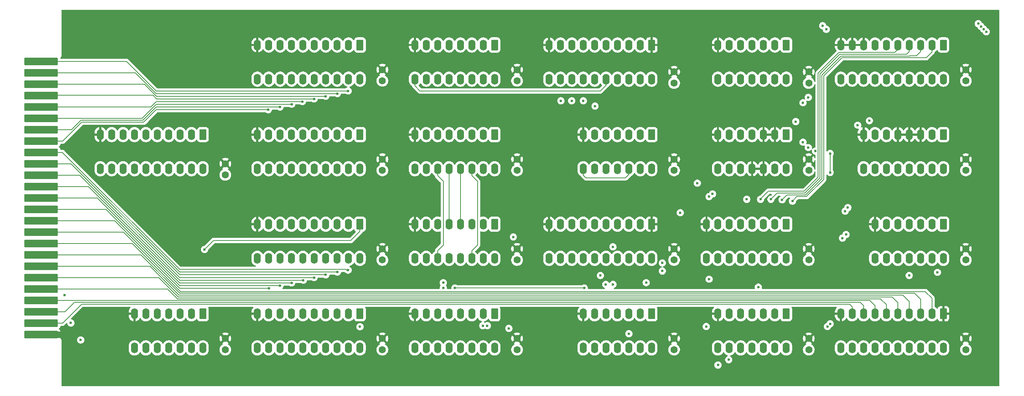
<source format=gbr>
%TF.GenerationSoftware,KiCad,Pcbnew,9.0.6*%
%TF.CreationDate,2025-12-13T20:48:56-05:00*%
%TF.ProjectId,tb8_cu,7462385f-6375-42e6-9b69-6361645f7063,1.0*%
%TF.SameCoordinates,Original*%
%TF.FileFunction,Copper,L4,Bot*%
%TF.FilePolarity,Positive*%
%FSLAX46Y46*%
G04 Gerber Fmt 4.6, Leading zero omitted, Abs format (unit mm)*
G04 Created by KiCad (PCBNEW 9.0.6) date 2025-12-13 20:48:56*
%MOMM*%
%LPD*%
G01*
G04 APERTURE LIST*
G04 Aperture macros list*
%AMRoundRect*
0 Rectangle with rounded corners*
0 $1 Rounding radius*
0 $2 $3 $4 $5 $6 $7 $8 $9 X,Y pos of 4 corners*
0 Add a 4 corners polygon primitive as box body*
4,1,4,$2,$3,$4,$5,$6,$7,$8,$9,$2,$3,0*
0 Add four circle primitives for the rounded corners*
1,1,$1+$1,$2,$3*
1,1,$1+$1,$4,$5*
1,1,$1+$1,$6,$7*
1,1,$1+$1,$8,$9*
0 Add four rect primitives between the rounded corners*
20,1,$1+$1,$2,$3,$4,$5,0*
20,1,$1+$1,$4,$5,$6,$7,0*
20,1,$1+$1,$6,$7,$8,$9,0*
20,1,$1+$1,$8,$9,$2,$3,0*%
G04 Aperture macros list end*
%TA.AperFunction,ComponentPad*%
%ADD10C,1.600000*%
%TD*%
%TA.AperFunction,ComponentPad*%
%ADD11RoundRect,0.250000X-0.550000X0.950000X-0.550000X-0.950000X0.550000X-0.950000X0.550000X0.950000X0*%
%TD*%
%TA.AperFunction,ComponentPad*%
%ADD12O,1.600000X2.400000*%
%TD*%
%TA.AperFunction,ConnectorPad*%
%ADD13RoundRect,0.255000X-3.495000X0.595000X-3.495000X-0.595000X3.495000X-0.595000X3.495000X0.595000X0*%
%TD*%
%TA.AperFunction,ViaPad*%
%ADD14C,0.600000*%
%TD*%
%TA.AperFunction,Conductor*%
%ADD15C,0.200000*%
%TD*%
%TA.AperFunction,Conductor*%
%ADD16C,0.500000*%
%TD*%
%TA.AperFunction,Conductor*%
%ADD17C,1.400000*%
%TD*%
G04 APERTURE END LIST*
D10*
%TO.P,C20,1*%
%TO.N,+5V*%
X104030000Y-133550000D03*
%TO.P,C20,2*%
%TO.N,GND*%
X104030000Y-131050000D03*
%TD*%
%TO.P,C17,1*%
%TO.N,+5V*%
X169030000Y-133550000D03*
%TO.P,C17,2*%
%TO.N,GND*%
X169030000Y-131050000D03*
%TD*%
%TO.P,C11,1*%
%TO.N,+5V*%
X134030000Y-93550000D03*
%TO.P,C11,2*%
%TO.N,GND*%
X134030000Y-91050000D03*
%TD*%
%TO.P,C4,1*%
%TO.N,+5V*%
X234030000Y-133550000D03*
%TO.P,C4,2*%
%TO.N,GND*%
X234030000Y-131050000D03*
%TD*%
%TO.P,C2,1*%
%TO.N,+5V*%
X199030000Y-74050000D03*
%TO.P,C2,2*%
%TO.N,GND*%
X199030000Y-71550000D03*
%TD*%
D11*
%TO.P,U12,1,B*%
%TO.N,i9*%
X129030000Y-105550000D03*
D12*
%TO.P,U12,2,QB*%
%TO.N,o9*%
X126490000Y-105550000D03*
%TO.P,U12,3,QA*%
%TO.N,o8*%
X123950000Y-105550000D03*
%TO.P,U12,4,DOWN*%
%TO.N,Net-(U11-~{BO})*%
X121410000Y-105550000D03*
%TO.P,U12,5,UP*%
%TO.N,Net-(U11-~{CO})*%
X118870000Y-105550000D03*
%TO.P,U12,6,QC*%
%TO.N,o10*%
X116330000Y-105550000D03*
%TO.P,U12,7,QD*%
%TO.N,o11*%
X113790000Y-105550000D03*
%TO.P,U12,8,GND*%
%TO.N,GND*%
X111250000Y-105550000D03*
%TO.P,U12,9,D*%
%TO.N,i11*%
X111250000Y-113170000D03*
%TO.P,U12,10,C*%
%TO.N,i10*%
X113790000Y-113170000D03*
%TO.P,U12,11,~{LOAD}*%
%TO.N,cpl*%
X116330000Y-113170000D03*
%TO.P,U12,12,~{CO}*%
%TO.N,Net-(U12-~{CO})*%
X118870000Y-113170000D03*
%TO.P,U12,13,~{BO}*%
%TO.N,Net-(U12-~{BO})*%
X121410000Y-113170000D03*
%TO.P,U12,14,CLR*%
%TO.N,r*%
X123950000Y-113170000D03*
%TO.P,U12,15,A*%
%TO.N,i8*%
X126490000Y-113170000D03*
%TO.P,U12,16,VCC*%
%TO.N,+5V*%
X129030000Y-113170000D03*
%TD*%
D11*
%TO.P,U16,1*%
%TO.N,tadr0*%
X164030000Y-85550000D03*
D12*
%TO.P,U16,2*%
%TO.N,t_wr*%
X161490000Y-85550000D03*
%TO.P,U16,3*%
%TO.N,Net-(U18A-~{S})*%
X158950000Y-85550000D03*
%TO.P,U16,4*%
X156410000Y-85550000D03*
%TO.P,U16,5*%
X153870000Y-85550000D03*
%TO.P,U16,6*%
%TO.N,Net-(U14-Load)*%
X151330000Y-85550000D03*
%TO.P,U16,7,GND*%
%TO.N,GND*%
X148790000Y-85550000D03*
%TO.P,U16,8*%
%TO.N,Net-(U18B-~{S})*%
X148790000Y-93170000D03*
%TO.P,U16,9*%
%TO.N,tadr1*%
X151330000Y-93170000D03*
%TO.P,U16,10*%
%TO.N,t_wr*%
X153870000Y-93170000D03*
%TO.P,U16,11*%
%TO.N,Net-(U15-Load)*%
X156410000Y-93170000D03*
%TO.P,U16,12*%
%TO.N,Net-(U18B-~{S})*%
X158950000Y-93170000D03*
%TO.P,U16,13*%
X161490000Y-93170000D03*
%TO.P,U16,14,VCC*%
%TO.N,+5V*%
X164030000Y-93170000D03*
%TD*%
D11*
%TO.P,U13,1,B*%
%TO.N,i13*%
X129030000Y-125550000D03*
D12*
%TO.P,U13,2,QB*%
%TO.N,o13*%
X126490000Y-125550000D03*
%TO.P,U13,3,QA*%
%TO.N,o12*%
X123950000Y-125550000D03*
%TO.P,U13,4,DOWN*%
%TO.N,Net-(U12-~{BO})*%
X121410000Y-125550000D03*
%TO.P,U13,5,UP*%
%TO.N,Net-(U12-~{CO})*%
X118870000Y-125550000D03*
%TO.P,U13,6,QC*%
%TO.N,o14*%
X116330000Y-125550000D03*
%TO.P,U13,7,QD*%
%TO.N,o15*%
X113790000Y-125550000D03*
%TO.P,U13,8,GND*%
%TO.N,GND*%
X111250000Y-125550000D03*
%TO.P,U13,9,D*%
%TO.N,i15*%
X111250000Y-133170000D03*
%TO.P,U13,10,C*%
%TO.N,i14*%
X113790000Y-133170000D03*
%TO.P,U13,11,~{LOAD}*%
%TO.N,cpl*%
X116330000Y-133170000D03*
%TO.P,U13,12,~{CO}*%
%TO.N,unconnected-(U13-~{CO}-Pad12)*%
X118870000Y-133170000D03*
%TO.P,U13,13,~{BO}*%
%TO.N,unconnected-(U13-~{BO}-Pad13)*%
X121410000Y-133170000D03*
%TO.P,U13,14,CLR*%
%TO.N,r*%
X123950000Y-133170000D03*
%TO.P,U13,15,A*%
%TO.N,i12*%
X126490000Y-133170000D03*
%TO.P,U13,16,VCC*%
%TO.N,+5V*%
X129030000Y-133170000D03*
%TD*%
D10*
%TO.P,C12,1*%
%TO.N,+5V*%
X134030000Y-113550000D03*
%TO.P,C12,2*%
%TO.N,GND*%
X134030000Y-111050000D03*
%TD*%
D11*
%TO.P,U17,1*%
%TO.N,Net-(U17-Pad1)*%
X164030000Y-125550000D03*
D12*
%TO.P,U17,2*%
%TO.N,exc*%
X161490000Y-125550000D03*
%TO.P,U17,3*%
%TO.N,cpl*%
X158950000Y-125550000D03*
%TO.P,U17,4*%
%TO.N,ldi*%
X156410000Y-125550000D03*
%TO.P,U17,5*%
%TO.N,Net-(U17-Pad1)*%
X153870000Y-125550000D03*
%TO.P,U17,6*%
%TO.N,Net-(U18A-~{R})*%
X151330000Y-125550000D03*
%TO.P,U17,7,GND*%
%TO.N,GND*%
X148790000Y-125550000D03*
%TO.P,U17,8*%
%TO.N,Net-(U19-OE)*%
X148790000Y-133170000D03*
%TO.P,U17,9*%
%TO.N,tadr0*%
X151330000Y-133170000D03*
%TO.P,U17,10*%
%TO.N,t_rd*%
X153870000Y-133170000D03*
%TO.P,U17,11*%
%TO.N,Net-(U20-OE)*%
X156410000Y-133170000D03*
%TO.P,U17,12*%
%TO.N,tadr1*%
X158950000Y-133170000D03*
%TO.P,U17,13*%
%TO.N,t_rd*%
X161490000Y-133170000D03*
%TO.P,U17,14,VCC*%
%TO.N,+5V*%
X164030000Y-133170000D03*
%TD*%
D11*
%TO.P,U2,1*%
%TO.N,cmp*%
X194030000Y-65550000D03*
D12*
%TO.P,U2,2*%
%TO.N,stc_i*%
X191490000Y-65550000D03*
%TO.P,U2,3*%
%TO.N,Net-(U2-Pad3)*%
X188950000Y-65550000D03*
%TO.P,U2,4*%
%TO.N,Net-(U2-Pad4)*%
X186410000Y-65550000D03*
%TO.P,U2,5*%
%TO.N,exc*%
X183870000Y-65550000D03*
%TO.P,U2,6*%
%TO.N,t_wr*%
X181330000Y-65550000D03*
%TO.P,U2,7,GND*%
%TO.N,GND*%
X178790000Y-65550000D03*
%TO.P,U2,8*%
%TO.N,t_rd*%
X178790000Y-73170000D03*
%TO.P,U2,9*%
%TO.N,exc*%
X181330000Y-73170000D03*
%TO.P,U2,10*%
%TO.N,ld_i*%
X183870000Y-73170000D03*
%TO.P,U2,11*%
%TO.N,t_rdi*%
X186410000Y-73170000D03*
%TO.P,U2,12*%
%TO.N,ldi_i*%
X188950000Y-73170000D03*
%TO.P,U2,13*%
%TO.N,exc*%
X191490000Y-73170000D03*
%TO.P,U2,14,VCC*%
%TO.N,+5V*%
X194030000Y-73170000D03*
%TD*%
D11*
%TO.P,U1,1,~{R}*%
%TO.N,{slash}r*%
X64030000Y-125550000D03*
D12*
%TO.P,U1,2,D*%
%TO.N,ldi*%
X61490000Y-125550000D03*
%TO.P,U1,3,C*%
%TO.N,clk_i*%
X58950000Y-125550000D03*
%TO.P,U1,4,~{S}*%
%TO.N,+5V*%
X56410000Y-125550000D03*
%TO.P,U1,5,Q*%
%TO.N,exc*%
X53870000Y-125550000D03*
%TO.P,U1,6,~{Q}*%
%TO.N,ldi*%
X51330000Y-125550000D03*
%TO.P,U1,7,GND*%
%TO.N,GND*%
X48790000Y-125550000D03*
%TO.P,U1,8,~{Q}*%
%TO.N,unconnected-(U1B-~{Q}-Pad8)*%
X48790000Y-133170000D03*
%TO.P,U1,9,Q*%
%TO.N,unconnected-(U1B-Q-Pad9)*%
X51330000Y-133170000D03*
%TO.P,U1,10,~{S}*%
%TO.N,unconnected-(U1B-~{S}-Pad10)*%
X53870000Y-133170000D03*
%TO.P,U1,11,C*%
%TO.N,unconnected-(U1B-C-Pad11)*%
X56410000Y-133170000D03*
%TO.P,U1,12,D*%
%TO.N,unconnected-(U1B-D-Pad12)*%
X58950000Y-133170000D03*
%TO.P,U1,13,~{R}*%
%TO.N,unconnected-(U1B-~{R}-Pad13)*%
X61490000Y-133170000D03*
%TO.P,U1,14,VCC*%
%TO.N,+5V*%
X64030000Y-133170000D03*
%TD*%
D11*
%TO.P,U22,1,OE*%
%TO.N,exc*%
X99030000Y-105550000D03*
D12*
%TO.P,U22,2,D0*%
%TO.N,o8*%
X96490000Y-105550000D03*
%TO.P,U22,3,D1*%
%TO.N,o9*%
X93950000Y-105550000D03*
%TO.P,U22,4,D2*%
%TO.N,o10*%
X91410000Y-105550000D03*
%TO.P,U22,5,D3*%
%TO.N,o11*%
X88870000Y-105550000D03*
%TO.P,U22,6,D4*%
%TO.N,o12*%
X86330000Y-105550000D03*
%TO.P,U22,7,D5*%
%TO.N,o13*%
X83790000Y-105550000D03*
%TO.P,U22,8,D6*%
%TO.N,o14*%
X81250000Y-105550000D03*
%TO.P,U22,9,D7*%
%TO.N,o15*%
X78710000Y-105550000D03*
%TO.P,U22,10,GND*%
%TO.N,GND*%
X76170000Y-105550000D03*
%TO.P,U22,11,Load*%
%TO.N,+5V*%
X76170000Y-113170000D03*
%TO.P,U22,12,Q7*%
%TO.N,a15*%
X78710000Y-113170000D03*
%TO.P,U22,13,Q6*%
%TO.N,a14*%
X81250000Y-113170000D03*
%TO.P,U22,14,Q5*%
%TO.N,a13*%
X83790000Y-113170000D03*
%TO.P,U22,15,Q4*%
%TO.N,a12*%
X86330000Y-113170000D03*
%TO.P,U22,16,Q3*%
%TO.N,a11*%
X88870000Y-113170000D03*
%TO.P,U22,17,Q2*%
%TO.N,a10*%
X91410000Y-113170000D03*
%TO.P,U22,18,Q1*%
%TO.N,a9*%
X93950000Y-113170000D03*
%TO.P,U22,19,Q0*%
%TO.N,a8*%
X96490000Y-113170000D03*
%TO.P,U22,20,VCC*%
%TO.N,+5V*%
X99030000Y-113170000D03*
%TD*%
D10*
%TO.P,C13,1*%
%TO.N,+5V*%
X134030000Y-133550000D03*
%TO.P,C13,2*%
%TO.N,GND*%
X134030000Y-131050000D03*
%TD*%
%TO.P,C22,1*%
%TO.N,+5V*%
X104030000Y-113550000D03*
%TO.P,C22,2*%
%TO.N,GND*%
X104030000Y-111050000D03*
%TD*%
%TO.P,C3,1*%
%TO.N,+5V*%
X234030000Y-113550000D03*
%TO.P,C3,2*%
%TO.N,GND*%
X234030000Y-111050000D03*
%TD*%
D11*
%TO.P,U8,1*%
%TO.N,t_rdi*%
X194030000Y-125550000D03*
D12*
%TO.P,U8,2*%
X191490000Y-125550000D03*
%TO.P,U8,3*%
%TO.N,Net-(U7-OE)*%
X188950000Y-125550000D03*
%TO.P,U8,4*%
%TO.N,t_wr*%
X186410000Y-125550000D03*
%TO.P,U8,5*%
X183870000Y-125550000D03*
%TO.P,U8,6*%
%TO.N,Net-(U9-OE)*%
X181330000Y-125550000D03*
%TO.P,U8,7,GND*%
%TO.N,GND*%
X178790000Y-125550000D03*
%TO.P,U8,8*%
%TO.N,r*%
X178790000Y-133170000D03*
%TO.P,U8,9*%
%TO.N,{slash}r*%
X181330000Y-133170000D03*
%TO.P,U8,10*%
X183870000Y-133170000D03*
%TO.P,U8,11*%
%TO.N,Net-(U17-Pad1)*%
X186410000Y-133170000D03*
%TO.P,U8,12*%
%TO.N,Net-(U3-Pad11)*%
X188950000Y-133170000D03*
%TO.P,U8,13*%
X191490000Y-133170000D03*
%TO.P,U8,14,VCC*%
%TO.N,+5V*%
X194030000Y-133170000D03*
%TD*%
D10*
%TO.P,C8,1*%
%TO.N,+5V*%
X199030000Y-133550000D03*
%TO.P,C8,2*%
%TO.N,GND*%
X199030000Y-131050000D03*
%TD*%
%TO.P,C16,1*%
%TO.N,+5V*%
X169030000Y-93550000D03*
%TO.P,C16,2*%
%TO.N,GND*%
X169030000Y-91050000D03*
%TD*%
D11*
%TO.P,U7,1,OE*%
%TO.N,Net-(U7-OE)*%
X229030000Y-65550000D03*
D12*
%TO.P,U7,2,D0*%
%TO.N,ta0*%
X226490000Y-65550000D03*
%TO.P,U7,3,D1*%
%TO.N,ta1*%
X223950000Y-65550000D03*
%TO.P,U7,4,D2*%
%TO.N,ta2*%
X221410000Y-65550000D03*
%TO.P,U7,5,D3*%
%TO.N,ta3*%
X218870000Y-65550000D03*
%TO.P,U7,6,D4*%
%TO.N,ta4*%
X216330000Y-65550000D03*
%TO.P,U7,7,D5*%
%TO.N,ta5*%
X213790000Y-65550000D03*
%TO.P,U7,8,D6*%
%TO.N,GND*%
X211250000Y-65550000D03*
%TO.P,U7,9,D7*%
X208710000Y-65550000D03*
%TO.P,U7,10,GND*%
X206170000Y-65550000D03*
%TO.P,U7,11,Load*%
%TO.N,+5V*%
X206170000Y-73170000D03*
%TO.P,U7,12,Q7*%
%TO.N,td7*%
X208710000Y-73170000D03*
%TO.P,U7,13,Q6*%
%TO.N,td6*%
X211250000Y-73170000D03*
%TO.P,U7,14,Q5*%
%TO.N,td5*%
X213790000Y-73170000D03*
%TO.P,U7,15,Q4*%
%TO.N,td4*%
X216330000Y-73170000D03*
%TO.P,U7,16,Q3*%
%TO.N,td3*%
X218870000Y-73170000D03*
%TO.P,U7,17,Q2*%
%TO.N,td2*%
X221410000Y-73170000D03*
%TO.P,U7,18,Q1*%
%TO.N,td1*%
X223950000Y-73170000D03*
%TO.P,U7,19,Q0*%
%TO.N,td0*%
X226490000Y-73170000D03*
%TO.P,U7,20,VCC*%
%TO.N,+5V*%
X229030000Y-73170000D03*
%TD*%
D11*
%TO.P,U19,1,OE*%
%TO.N,Net-(U19-OE)*%
X99030000Y-85550000D03*
D12*
%TO.P,U19,2,D0*%
%TO.N,o0*%
X96490000Y-85550000D03*
%TO.P,U19,3,D1*%
%TO.N,o1*%
X93950000Y-85550000D03*
%TO.P,U19,4,D2*%
%TO.N,o2*%
X91410000Y-85550000D03*
%TO.P,U19,5,D3*%
%TO.N,o3*%
X88870000Y-85550000D03*
%TO.P,U19,6,D4*%
%TO.N,o4*%
X86330000Y-85550000D03*
%TO.P,U19,7,D5*%
%TO.N,o5*%
X83790000Y-85550000D03*
%TO.P,U19,8,D6*%
%TO.N,o6*%
X81250000Y-85550000D03*
%TO.P,U19,9,D7*%
%TO.N,o7*%
X78710000Y-85550000D03*
%TO.P,U19,10,GND*%
%TO.N,GND*%
X76170000Y-85550000D03*
%TO.P,U19,11,Load*%
%TO.N,+5V*%
X76170000Y-93170000D03*
%TO.P,U19,12,Q7*%
%TO.N,td7*%
X78710000Y-93170000D03*
%TO.P,U19,13,Q6*%
%TO.N,td6*%
X81250000Y-93170000D03*
%TO.P,U19,14,Q5*%
%TO.N,td5*%
X83790000Y-93170000D03*
%TO.P,U19,15,Q4*%
%TO.N,td4*%
X86330000Y-93170000D03*
%TO.P,U19,16,Q3*%
%TO.N,td3*%
X88870000Y-93170000D03*
%TO.P,U19,17,Q2*%
%TO.N,td2*%
X91410000Y-93170000D03*
%TO.P,U19,18,Q1*%
%TO.N,td1*%
X93950000Y-93170000D03*
%TO.P,U19,19,Q0*%
%TO.N,td0*%
X96490000Y-93170000D03*
%TO.P,U19,20,VCC*%
%TO.N,+5V*%
X99030000Y-93170000D03*
%TD*%
D10*
%TO.P,C1,1*%
%TO.N,+5V*%
X69030000Y-133550000D03*
%TO.P,C1,2*%
%TO.N,GND*%
X69030000Y-131050000D03*
%TD*%
D11*
%TO.P,U15,1,OE*%
%TO.N,GND*%
X164030000Y-105550000D03*
D12*
%TO.P,U15,2,D0*%
%TO.N,td0*%
X161490000Y-105550000D03*
%TO.P,U15,3,D1*%
%TO.N,td1*%
X158950000Y-105550000D03*
%TO.P,U15,4,D2*%
%TO.N,td2*%
X156410000Y-105550000D03*
%TO.P,U15,5,D3*%
%TO.N,td3*%
X153870000Y-105550000D03*
%TO.P,U15,6,D4*%
%TO.N,td4*%
X151330000Y-105550000D03*
%TO.P,U15,7,D5*%
%TO.N,td5*%
X148790000Y-105550000D03*
%TO.P,U15,8,D6*%
%TO.N,td6*%
X146250000Y-105550000D03*
%TO.P,U15,9,D7*%
%TO.N,td7*%
X143710000Y-105550000D03*
%TO.P,U15,10,GND*%
%TO.N,GND*%
X141170000Y-105550000D03*
%TO.P,U15,11,Load*%
%TO.N,Net-(U15-Load)*%
X141170000Y-113170000D03*
%TO.P,U15,12,Q7*%
%TO.N,i15*%
X143710000Y-113170000D03*
%TO.P,U15,13,Q6*%
%TO.N,i14*%
X146250000Y-113170000D03*
%TO.P,U15,14,Q5*%
%TO.N,i13*%
X148790000Y-113170000D03*
%TO.P,U15,15,Q4*%
%TO.N,i12*%
X151330000Y-113170000D03*
%TO.P,U15,16,Q3*%
%TO.N,i11*%
X153870000Y-113170000D03*
%TO.P,U15,17,Q2*%
%TO.N,i10*%
X156410000Y-113170000D03*
%TO.P,U15,18,Q1*%
%TO.N,i9*%
X158950000Y-113170000D03*
%TO.P,U15,19,Q0*%
%TO.N,i8*%
X161490000Y-113170000D03*
%TO.P,U15,20,VCC*%
%TO.N,+5V*%
X164030000Y-113170000D03*
%TD*%
D10*
%TO.P,C19,1*%
%TO.N,+5V*%
X104030000Y-93550000D03*
%TO.P,C19,2*%
%TO.N,GND*%
X104030000Y-91050000D03*
%TD*%
%TO.P,C7,1*%
%TO.N,+5V*%
X234030000Y-73550000D03*
%TO.P,C7,2*%
%TO.N,GND*%
X234030000Y-71050000D03*
%TD*%
D11*
%TO.P,U3,1*%
%TO.N,Net-(U2-Pad3)*%
X229030000Y-105550000D03*
D12*
%TO.P,U3,2*%
%TO.N,st_i*%
X226490000Y-105550000D03*
%TO.P,U3,3*%
%TO.N,Net-(U2-Pad4)*%
X223950000Y-105550000D03*
%TO.P,U3,4*%
%TO.N,ta4*%
X221410000Y-105550000D03*
%TO.P,U3,5*%
%TO.N,ta5*%
X218870000Y-105550000D03*
%TO.P,U3,6*%
%TO.N,Net-(U6-~{E2})*%
X216330000Y-105550000D03*
%TO.P,U3,7,GND*%
%TO.N,GND*%
X213790000Y-105550000D03*
%TO.P,U3,8*%
%TO.N,Net-(U9-Load)*%
X213790000Y-113170000D03*
%TO.P,U3,9*%
%TO.N,t_rd*%
X216330000Y-113170000D03*
%TO.P,U3,10*%
%TO.N,t_rdi*%
X218870000Y-113170000D03*
%TO.P,U3,11*%
%TO.N,Net-(U3-Pad11)*%
X221410000Y-113170000D03*
%TO.P,U3,12*%
%TO.N,Net-(U18B-~{Q})*%
X223950000Y-113170000D03*
%TO.P,U3,13*%
%TO.N,Net-(U18A-~{Q})*%
X226490000Y-113170000D03*
%TO.P,U3,14,VCC*%
%TO.N,+5V*%
X229030000Y-113170000D03*
%TD*%
D11*
%TO.P,U14,1,OE*%
%TO.N,GND*%
X164030000Y-65550000D03*
D12*
%TO.P,U14,2,D0*%
%TO.N,td0*%
X161490000Y-65550000D03*
%TO.P,U14,3,D1*%
%TO.N,td1*%
X158950000Y-65550000D03*
%TO.P,U14,4,D2*%
%TO.N,td2*%
X156410000Y-65550000D03*
%TO.P,U14,5,D3*%
%TO.N,td3*%
X153870000Y-65550000D03*
%TO.P,U14,6,D4*%
%TO.N,td4*%
X151330000Y-65550000D03*
%TO.P,U14,7,D5*%
%TO.N,td5*%
X148790000Y-65550000D03*
%TO.P,U14,8,D6*%
%TO.N,td6*%
X146250000Y-65550000D03*
%TO.P,U14,9,D7*%
%TO.N,td7*%
X143710000Y-65550000D03*
%TO.P,U14,10,GND*%
%TO.N,GND*%
X141170000Y-65550000D03*
%TO.P,U14,11,Load*%
%TO.N,Net-(U14-Load)*%
X141170000Y-73170000D03*
%TO.P,U14,12,Q7*%
%TO.N,i7*%
X143710000Y-73170000D03*
%TO.P,U14,13,Q6*%
%TO.N,i6*%
X146250000Y-73170000D03*
%TO.P,U14,14,Q5*%
%TO.N,i5*%
X148790000Y-73170000D03*
%TO.P,U14,15,Q4*%
%TO.N,i4*%
X151330000Y-73170000D03*
%TO.P,U14,16,Q3*%
%TO.N,i3*%
X153870000Y-73170000D03*
%TO.P,U14,17,Q2*%
%TO.N,i2*%
X156410000Y-73170000D03*
%TO.P,U14,18,Q1*%
%TO.N,i1*%
X158950000Y-73170000D03*
%TO.P,U14,19,Q0*%
%TO.N,i0*%
X161490000Y-73170000D03*
%TO.P,U14,20,VCC*%
%TO.N,+5V*%
X164030000Y-73170000D03*
%TD*%
D10*
%TO.P,C21,1*%
%TO.N,+5V*%
X104030000Y-73550000D03*
%TO.P,C21,2*%
%TO.N,GND*%
X104030000Y-71050000D03*
%TD*%
D11*
%TO.P,U10,1,B*%
%TO.N,i1*%
X129030000Y-65550000D03*
D12*
%TO.P,U10,2,QB*%
%TO.N,o1*%
X126490000Y-65550000D03*
%TO.P,U10,3,QA*%
%TO.N,o0*%
X123950000Y-65550000D03*
%TO.P,U10,4,DOWN*%
%TO.N,+5V*%
X121410000Y-65550000D03*
%TO.P,U10,5,UP*%
%TO.N,ldi*%
X118870000Y-65550000D03*
%TO.P,U10,6,QC*%
%TO.N,o2*%
X116330000Y-65550000D03*
%TO.P,U10,7,QD*%
%TO.N,o3*%
X113790000Y-65550000D03*
%TO.P,U10,8,GND*%
%TO.N,GND*%
X111250000Y-65550000D03*
%TO.P,U10,9,D*%
%TO.N,i3*%
X111250000Y-73170000D03*
%TO.P,U10,10,C*%
%TO.N,i2*%
X113790000Y-73170000D03*
%TO.P,U10,11,~{LOAD}*%
%TO.N,cpl*%
X116330000Y-73170000D03*
%TO.P,U10,12,~{CO}*%
%TO.N,Net-(U10-~{CO})*%
X118870000Y-73170000D03*
%TO.P,U10,13,~{BO}*%
%TO.N,Net-(U10-~{BO})*%
X121410000Y-73170000D03*
%TO.P,U10,14,CLR*%
%TO.N,r*%
X123950000Y-73170000D03*
%TO.P,U10,15,A*%
%TO.N,i0*%
X126490000Y-73170000D03*
%TO.P,U10,16,VCC*%
%TO.N,+5V*%
X129030000Y-73170000D03*
%TD*%
D10*
%TO.P,C6,1*%
%TO.N,+5V*%
X199030000Y-113550000D03*
%TO.P,C6,2*%
%TO.N,GND*%
X199030000Y-111050000D03*
%TD*%
D11*
%TO.P,U9,1,OE*%
%TO.N,Net-(U9-OE)*%
X64030000Y-85550000D03*
D12*
%TO.P,U9,2,D0*%
%TO.N,td0*%
X61490000Y-85550000D03*
%TO.P,U9,3,D1*%
%TO.N,td1*%
X58950000Y-85550000D03*
%TO.P,U9,4,D2*%
%TO.N,td2*%
X56410000Y-85550000D03*
%TO.P,U9,5,D3*%
%TO.N,td3*%
X53870000Y-85550000D03*
%TO.P,U9,6,D4*%
%TO.N,td4*%
X51330000Y-85550000D03*
%TO.P,U9,7,D5*%
%TO.N,td5*%
X48790000Y-85550000D03*
%TO.P,U9,8,D6*%
%TO.N,td6*%
X46250000Y-85550000D03*
%TO.P,U9,9,D7*%
%TO.N,td7*%
X43710000Y-85550000D03*
%TO.P,U9,10,GND*%
%TO.N,GND*%
X41170000Y-85550000D03*
%TO.P,U9,11,Load*%
%TO.N,Net-(U9-Load)*%
X41170000Y-93170000D03*
%TO.P,U9,12,Q7*%
%TO.N,td7*%
X43710000Y-93170000D03*
%TO.P,U9,13,Q6*%
%TO.N,td6*%
X46250000Y-93170000D03*
%TO.P,U9,14,Q5*%
%TO.N,td5*%
X48790000Y-93170000D03*
%TO.P,U9,15,Q4*%
%TO.N,td4*%
X51330000Y-93170000D03*
%TO.P,U9,16,Q3*%
%TO.N,td3*%
X53870000Y-93170000D03*
%TO.P,U9,17,Q2*%
%TO.N,td2*%
X56410000Y-93170000D03*
%TO.P,U9,18,Q1*%
%TO.N,td1*%
X58950000Y-93170000D03*
%TO.P,U9,19,Q0*%
%TO.N,td0*%
X61490000Y-93170000D03*
%TO.P,U9,20,VCC*%
%TO.N,+5V*%
X64030000Y-93170000D03*
%TD*%
D10*
%TO.P,C15,1*%
%TO.N,+5V*%
X169030000Y-113550000D03*
%TO.P,C15,2*%
%TO.N,GND*%
X169030000Y-111050000D03*
%TD*%
%TO.P,C14,1*%
%TO.N,+5V*%
X169030000Y-74050000D03*
%TO.P,C14,2*%
%TO.N,GND*%
X169030000Y-71550000D03*
%TD*%
D11*
%TO.P,U5,1,A0*%
%TO.N,Net-(U4-Q6)*%
X229030000Y-85550000D03*
D12*
%TO.P,U5,2,A1*%
%TO.N,Net-(U4-Q7)*%
X226490000Y-85550000D03*
%TO.P,U5,3,A2*%
%TO.N,GND*%
X223950000Y-85550000D03*
%TO.P,U5,4,~{E1}*%
X221410000Y-85550000D03*
%TO.P,U5,5,~{E2}*%
X218870000Y-85550000D03*
%TO.P,U5,6,E3*%
%TO.N,+5V*%
X216330000Y-85550000D03*
%TO.P,U5,7,Y7*%
%TO.N,unconnected-(U5-Y7-Pad7)*%
X213790000Y-85550000D03*
%TO.P,U5,8,GND*%
%TO.N,GND*%
X211250000Y-85550000D03*
%TO.P,U5,9,Y6*%
%TO.N,unconnected-(U5-Y6-Pad9)*%
X211250000Y-93170000D03*
%TO.P,U5,10,Y5*%
%TO.N,unconnected-(U5-Y5-Pad10)*%
X213790000Y-93170000D03*
%TO.P,U5,11,Y4*%
%TO.N,unconnected-(U5-Y4-Pad11)*%
X216330000Y-93170000D03*
%TO.P,U5,12,Y3*%
%TO.N,stc_i*%
X218870000Y-93170000D03*
%TO.P,U5,13,Y2*%
%TO.N,st_i*%
X221410000Y-93170000D03*
%TO.P,U5,14,Y1*%
%TO.N,ldi_i*%
X223950000Y-93170000D03*
%TO.P,U5,15,Y0*%
%TO.N,ld_i*%
X226490000Y-93170000D03*
%TO.P,U5,16,VCC*%
%TO.N,+5V*%
X229030000Y-93170000D03*
%TD*%
D11*
%TO.P,U21,1,OE*%
%TO.N,exc*%
X99030000Y-65550000D03*
D12*
%TO.P,U21,2,D0*%
%TO.N,o0*%
X96490000Y-65550000D03*
%TO.P,U21,3,D1*%
%TO.N,o1*%
X93950000Y-65550000D03*
%TO.P,U21,4,D2*%
%TO.N,o2*%
X91410000Y-65550000D03*
%TO.P,U21,5,D3*%
%TO.N,o3*%
X88870000Y-65550000D03*
%TO.P,U21,6,D4*%
%TO.N,o4*%
X86330000Y-65550000D03*
%TO.P,U21,7,D5*%
%TO.N,o5*%
X83790000Y-65550000D03*
%TO.P,U21,8,D6*%
%TO.N,o6*%
X81250000Y-65550000D03*
%TO.P,U21,9,D7*%
%TO.N,o7*%
X78710000Y-65550000D03*
%TO.P,U21,10,GND*%
%TO.N,GND*%
X76170000Y-65550000D03*
%TO.P,U21,11,Load*%
%TO.N,+5V*%
X76170000Y-73170000D03*
%TO.P,U21,12,Q7*%
%TO.N,a7*%
X78710000Y-73170000D03*
%TO.P,U21,13,Q6*%
%TO.N,a6*%
X81250000Y-73170000D03*
%TO.P,U21,14,Q5*%
%TO.N,a5*%
X83790000Y-73170000D03*
%TO.P,U21,15,Q4*%
%TO.N,a4*%
X86330000Y-73170000D03*
%TO.P,U21,16,Q3*%
%TO.N,a3*%
X88870000Y-73170000D03*
%TO.P,U21,17,Q2*%
%TO.N,a2*%
X91410000Y-73170000D03*
%TO.P,U21,18,Q1*%
%TO.N,a1*%
X93950000Y-73170000D03*
%TO.P,U21,19,Q0*%
%TO.N,a0*%
X96490000Y-73170000D03*
%TO.P,U21,20,VCC*%
%TO.N,+5V*%
X99030000Y-73170000D03*
%TD*%
D10*
%TO.P,C18,1*%
%TO.N,+5V*%
X199030000Y-93550000D03*
%TO.P,C18,2*%
%TO.N,GND*%
X199030000Y-91050000D03*
%TD*%
D11*
%TO.P,U11,1,B*%
%TO.N,i5*%
X129030000Y-85550000D03*
D12*
%TO.P,U11,2,QB*%
%TO.N,o5*%
X126490000Y-85550000D03*
%TO.P,U11,3,QA*%
%TO.N,o4*%
X123950000Y-85550000D03*
%TO.P,U11,4,DOWN*%
%TO.N,Net-(U10-~{BO})*%
X121410000Y-85550000D03*
%TO.P,U11,5,UP*%
%TO.N,Net-(U10-~{CO})*%
X118870000Y-85550000D03*
%TO.P,U11,6,QC*%
%TO.N,o6*%
X116330000Y-85550000D03*
%TO.P,U11,7,QD*%
%TO.N,o7*%
X113790000Y-85550000D03*
%TO.P,U11,8,GND*%
%TO.N,GND*%
X111250000Y-85550000D03*
%TO.P,U11,9,D*%
%TO.N,i7*%
X111250000Y-93170000D03*
%TO.P,U11,10,C*%
%TO.N,i6*%
X113790000Y-93170000D03*
%TO.P,U11,11,~{LOAD}*%
%TO.N,cpl*%
X116330000Y-93170000D03*
%TO.P,U11,12,~{CO}*%
%TO.N,Net-(U11-~{CO})*%
X118870000Y-93170000D03*
%TO.P,U11,13,~{BO}*%
%TO.N,Net-(U11-~{BO})*%
X121410000Y-93170000D03*
%TO.P,U11,14,CLR*%
%TO.N,r*%
X123950000Y-93170000D03*
%TO.P,U11,15,A*%
%TO.N,i4*%
X126490000Y-93170000D03*
%TO.P,U11,16,VCC*%
%TO.N,+5V*%
X129030000Y-93170000D03*
%TD*%
D11*
%TO.P,U6,1,A0*%
%TO.N,ta0*%
X194030000Y-105550000D03*
D12*
%TO.P,U6,2,A1*%
%TO.N,ta1*%
X191490000Y-105550000D03*
%TO.P,U6,3,A2*%
%TO.N,ta2*%
X188950000Y-105550000D03*
%TO.P,U6,4,~{E1}*%
%TO.N,ta3*%
X186410000Y-105550000D03*
%TO.P,U6,5,~{E2}*%
%TO.N,Net-(U6-~{E2})*%
X183870000Y-105550000D03*
%TO.P,U6,6,E3*%
%TO.N,+5V*%
X181330000Y-105550000D03*
%TO.P,U6,7,Y7*%
%TO.N,unconnected-(U6-Y7-Pad7)*%
X178790000Y-105550000D03*
%TO.P,U6,8,GND*%
%TO.N,GND*%
X176250000Y-105550000D03*
%TO.P,U6,9,Y6*%
%TO.N,unconnected-(U6-Y6-Pad9)*%
X176250000Y-113170000D03*
%TO.P,U6,10,Y5*%
%TO.N,unconnected-(U6-Y5-Pad10)*%
X178790000Y-113170000D03*
%TO.P,U6,11,Y4*%
%TO.N,unconnected-(U6-Y4-Pad11)*%
X181330000Y-113170000D03*
%TO.P,U6,12,Y3*%
%TO.N,unconnected-(U6-Y3-Pad12)*%
X183870000Y-113170000D03*
%TO.P,U6,13,Y2*%
%TO.N,unconnected-(U6-Y2-Pad13)*%
X186410000Y-113170000D03*
%TO.P,U6,14,Y1*%
%TO.N,tadr1*%
X188950000Y-113170000D03*
%TO.P,U6,15,Y0*%
%TO.N,tadr0*%
X191490000Y-113170000D03*
%TO.P,U6,16,VCC*%
%TO.N,+5V*%
X194030000Y-113170000D03*
%TD*%
D11*
%TO.P,U4,1,OE*%
%TO.N,GND*%
X229030000Y-125550000D03*
D12*
%TO.P,U4,2,D0*%
%TO.N,d0*%
X226490000Y-125550000D03*
%TO.P,U4,3,D1*%
%TO.N,d1*%
X223950000Y-125550000D03*
%TO.P,U4,4,D2*%
%TO.N,d2*%
X221410000Y-125550000D03*
%TO.P,U4,5,D3*%
%TO.N,d3*%
X218870000Y-125550000D03*
%TO.P,U4,6,D4*%
%TO.N,d4*%
X216330000Y-125550000D03*
%TO.P,U4,7,D5*%
%TO.N,d5*%
X213790000Y-125550000D03*
%TO.P,U4,8,D6*%
%TO.N,d6*%
X211250000Y-125550000D03*
%TO.P,U4,9,D7*%
%TO.N,d7*%
X208710000Y-125550000D03*
%TO.P,U4,10,GND*%
%TO.N,GND*%
X206170000Y-125550000D03*
%TO.P,U4,11,Load*%
%TO.N,ldi*%
X206170000Y-133170000D03*
%TO.P,U4,12,Q7*%
%TO.N,Net-(U4-Q7)*%
X208710000Y-133170000D03*
%TO.P,U4,13,Q6*%
%TO.N,Net-(U4-Q6)*%
X211250000Y-133170000D03*
%TO.P,U4,14,Q5*%
%TO.N,ta5*%
X213790000Y-133170000D03*
%TO.P,U4,15,Q4*%
%TO.N,ta4*%
X216330000Y-133170000D03*
%TO.P,U4,16,Q3*%
%TO.N,ta3*%
X218870000Y-133170000D03*
%TO.P,U4,17,Q2*%
%TO.N,ta2*%
X221410000Y-133170000D03*
%TO.P,U4,18,Q1*%
%TO.N,ta1*%
X223950000Y-133170000D03*
%TO.P,U4,19,Q0*%
%TO.N,ta0*%
X226490000Y-133170000D03*
%TO.P,U4,20,VCC*%
%TO.N,+5V*%
X229030000Y-133170000D03*
%TD*%
D11*
%TO.P,U18,1,~{R}*%
%TO.N,Net-(U18A-~{R})*%
X194030000Y-85550000D03*
D12*
%TO.P,U18,2,D*%
%TO.N,GND*%
X191490000Y-85550000D03*
%TO.P,U18,3,C*%
X188950000Y-85550000D03*
%TO.P,U18,4,~{S}*%
%TO.N,Net-(U18A-~{S})*%
X186410000Y-85550000D03*
%TO.P,U18,5,Q*%
%TO.N,unconnected-(U18A-Q-Pad5)*%
X183870000Y-85550000D03*
%TO.P,U18,6,~{Q}*%
%TO.N,Net-(U18A-~{Q})*%
X181330000Y-85550000D03*
%TO.P,U18,7,GND*%
%TO.N,GND*%
X178790000Y-85550000D03*
%TO.P,U18,8,~{Q}*%
%TO.N,Net-(U18B-~{Q})*%
X178790000Y-93170000D03*
%TO.P,U18,9,Q*%
%TO.N,unconnected-(U18B-Q-Pad9)*%
X181330000Y-93170000D03*
%TO.P,U18,10,~{S}*%
%TO.N,Net-(U18B-~{S})*%
X183870000Y-93170000D03*
%TO.P,U18,11,C*%
%TO.N,GND*%
X186410000Y-93170000D03*
%TO.P,U18,12,D*%
X188950000Y-93170000D03*
%TO.P,U18,13,~{R}*%
%TO.N,Net-(U18A-~{R})*%
X191490000Y-93170000D03*
%TO.P,U18,14,VCC*%
%TO.N,+5V*%
X194030000Y-93170000D03*
%TD*%
D10*
%TO.P,C10,1*%
%TO.N,+5V*%
X134030000Y-73550000D03*
%TO.P,C10,2*%
%TO.N,GND*%
X134030000Y-71050000D03*
%TD*%
%TO.P,C9,1*%
%TO.N,+5V*%
X69030000Y-94550000D03*
%TO.P,C9,2*%
%TO.N,GND*%
X69030000Y-92050000D03*
%TD*%
D11*
%TO.P,U20,1,OE*%
%TO.N,Net-(U20-OE)*%
X99030000Y-125550000D03*
D12*
%TO.P,U20,2,D0*%
%TO.N,o8*%
X96490000Y-125550000D03*
%TO.P,U20,3,D1*%
%TO.N,o9*%
X93950000Y-125550000D03*
%TO.P,U20,4,D2*%
%TO.N,o10*%
X91410000Y-125550000D03*
%TO.P,U20,5,D3*%
%TO.N,o11*%
X88870000Y-125550000D03*
%TO.P,U20,6,D4*%
%TO.N,o12*%
X86330000Y-125550000D03*
%TO.P,U20,7,D5*%
%TO.N,o13*%
X83790000Y-125550000D03*
%TO.P,U20,8,D6*%
%TO.N,o14*%
X81250000Y-125550000D03*
%TO.P,U20,9,D7*%
%TO.N,o15*%
X78710000Y-125550000D03*
%TO.P,U20,10,GND*%
%TO.N,GND*%
X76170000Y-125550000D03*
%TO.P,U20,11,Load*%
%TO.N,+5V*%
X76170000Y-133170000D03*
%TO.P,U20,12,Q7*%
%TO.N,td7*%
X78710000Y-133170000D03*
%TO.P,U20,13,Q6*%
%TO.N,td6*%
X81250000Y-133170000D03*
%TO.P,U20,14,Q5*%
%TO.N,td5*%
X83790000Y-133170000D03*
%TO.P,U20,15,Q4*%
%TO.N,td4*%
X86330000Y-133170000D03*
%TO.P,U20,16,Q3*%
%TO.N,td3*%
X88870000Y-133170000D03*
%TO.P,U20,17,Q2*%
%TO.N,td2*%
X91410000Y-133170000D03*
%TO.P,U20,18,Q1*%
%TO.N,td1*%
X93950000Y-133170000D03*
%TO.P,U20,19,Q0*%
%TO.N,td0*%
X96490000Y-133170000D03*
%TO.P,U20,20,VCC*%
%TO.N,+5V*%
X99030000Y-133170000D03*
%TD*%
D10*
%TO.P,C5,1*%
%TO.N,+5V*%
X234030000Y-93550000D03*
%TO.P,C5,2*%
%TO.N,GND*%
X234030000Y-91050000D03*
%TD*%
D13*
%TO.P,J1,26,Pin_26*%
%TO.N,GND*%
X28000000Y-130180000D03*
%TO.P,J1,27,Pin_27*%
%TO.N,d7*%
X28000000Y-127640000D03*
%TO.P,J1,28,Pin_28*%
%TO.N,d6*%
X28000000Y-125100000D03*
%TO.P,J1,29,Pin_29*%
%TO.N,d5*%
X28000000Y-122560000D03*
%TO.P,J1,30,Pin_30*%
%TO.N,d4*%
X28000000Y-120020000D03*
%TO.P,J1,31,Pin_31*%
%TO.N,d3*%
X28000000Y-117480000D03*
%TO.P,J1,32,Pin_32*%
%TO.N,d2*%
X28000000Y-114940000D03*
%TO.P,J1,33,Pin_33*%
%TO.N,d1*%
X28000000Y-112400000D03*
%TO.P,J1,34,Pin_34*%
%TO.N,d0*%
X28000000Y-109860000D03*
%TO.P,J1,35,Pin_35*%
%TO.N,a15*%
X28000000Y-107320000D03*
%TO.P,J1,36,Pin_36*%
%TO.N,a14*%
X28000000Y-104780000D03*
%TO.P,J1,37,Pin_37*%
%TO.N,a13*%
X28000000Y-102240000D03*
%TO.P,J1,38,Pin_38*%
%TO.N,a12*%
X28000000Y-99700000D03*
%TO.P,J1,39,Pin_39*%
%TO.N,a11*%
X28000000Y-97160000D03*
%TO.P,J1,40,Pin_40*%
%TO.N,a10*%
X28000000Y-94620000D03*
%TO.P,J1,41,Pin_41*%
%TO.N,a9*%
X28000000Y-92080000D03*
%TO.P,J1,42,Pin_42*%
%TO.N,a8*%
X28000000Y-89540000D03*
%TO.P,J1,43,Pin_43*%
%TO.N,a7*%
X28000000Y-87000000D03*
%TO.P,J1,44,Pin_44*%
%TO.N,a6*%
X28000000Y-84460000D03*
%TO.P,J1,45,Pin_45*%
%TO.N,a5*%
X28000000Y-81920000D03*
%TO.P,J1,46,Pin_46*%
%TO.N,a4*%
X28000000Y-79380000D03*
%TO.P,J1,47,Pin_47*%
%TO.N,a3*%
X28000000Y-76840000D03*
%TO.P,J1,48,Pin_48*%
%TO.N,a2*%
X28000000Y-74300000D03*
%TO.P,J1,49,Pin_49*%
%TO.N,a1*%
X28000000Y-71760000D03*
%TO.P,J1,50,Pin_50*%
%TO.N,a0*%
X28000000Y-69220000D03*
%TD*%
D14*
%TO.N,a3*%
X88800000Y-77600000D03*
%TO.N,a0*%
X96400000Y-75800000D03*
%TO.N,ta4*%
X177600000Y-98802000D03*
X203800000Y-127800000D03*
%TO.N,a12*%
X86400000Y-118050000D03*
%TO.N,a7*%
X78600000Y-80000000D03*
%TO.N,a5*%
X83800000Y-78800000D03*
%TO.N,cmp*%
X33200000Y-121400000D03*
%TO.N,a15*%
X78800000Y-119850000D03*
%TO.N,ta0*%
X238600000Y-62600000D03*
X195400000Y-100400000D03*
%TO.N,ta1*%
X238000000Y-62000000D03*
X193100000Y-100100000D03*
%TO.N,a2*%
X91400000Y-77000000D03*
%TO.N,a10*%
X91400000Y-116850000D03*
%TO.N,a6*%
X81200000Y-79400000D03*
%TO.N,a11*%
X88800000Y-117450000D03*
%TO.N,t_rd*%
X34600000Y-127600000D03*
X176830000Y-117830000D03*
%TO.N,ta3*%
X236800000Y-60800000D03*
X188300000Y-100003000D03*
%TO.N,a4*%
X86200500Y-78200500D03*
%TO.N,a13*%
X83800000Y-118650000D03*
%TO.N,ta2*%
X190600000Y-100003000D03*
X237400000Y-61400000D03*
%TO.N,a9*%
X94000000Y-116250000D03*
%TO.N,{slash}r*%
X181200000Y-135800000D03*
%TO.N,a14*%
X81200000Y-119250000D03*
%TO.N,ta5*%
X176800000Y-99400000D03*
X203200000Y-128400000D03*
%TO.N,t_wr*%
X36800000Y-131400000D03*
X174200000Y-96400000D03*
%TO.N,a8*%
X96400000Y-115800000D03*
%TO.N,exc*%
X133200000Y-108400000D03*
X166400000Y-114200000D03*
X64400000Y-111200000D03*
X166400000Y-116000000D03*
%TO.N,a1*%
X94000000Y-76400000D03*
%TO.N,t_rdi*%
X203800000Y-94000000D03*
X203800000Y-89765544D03*
%TO.N,ld_i*%
X197740000Y-78450000D03*
X197740000Y-87250000D03*
%TO.N,stc_i*%
X200540000Y-89250000D03*
%TO.N,ldi_i*%
X198940000Y-77250000D03*
X198940000Y-88450000D03*
%TO.N,Net-(U2-Pad3)*%
X202940000Y-62050000D03*
X207740000Y-101850000D03*
%TO.N,Net-(U2-Pad4)*%
X207140000Y-102650000D03*
X202140000Y-61250000D03*
%TO.N,Net-(U18B-~{Q})*%
X206540000Y-108650000D03*
%TO.N,Net-(U3-Pad11)*%
X221410000Y-117000000D03*
%TO.N,Net-(U18A-~{Q})*%
X207340000Y-107850000D03*
X196140000Y-82650000D03*
%TO.N,Net-(U4-Q7)*%
X209940000Y-83450000D03*
%TO.N,Net-(U4-Q6)*%
X212540000Y-82450000D03*
%TO.N,tadr0*%
X162800000Y-118600000D03*
%TO.N,tadr1*%
X158950000Y-130000000D03*
X152600000Y-117000000D03*
%TO.N,Net-(U7-OE)*%
X227700000Y-116300000D03*
%TO.N,Net-(U9-OE)*%
X170400000Y-103000000D03*
%TO.N,r*%
X178800000Y-137000000D03*
%TO.N,Net-(U17-Pad1)*%
X176200000Y-128400000D03*
%TO.N,cpl*%
X120200000Y-119800000D03*
X149000000Y-119800000D03*
%TO.N,i7*%
X143800000Y-78000000D03*
%TO.N,i6*%
X146200000Y-78000000D03*
%TO.N,i4*%
X151400000Y-79200000D03*
%TO.N,i5*%
X148800000Y-78000000D03*
%TO.N,i11*%
X153800000Y-119000000D03*
X117600000Y-119800000D03*
%TO.N,i10*%
X155400000Y-119000000D03*
X117600000Y-118600000D03*
%TO.N,i15*%
X126400000Y-128200000D03*
%TO.N,i14*%
X127400000Y-128200000D03*
%TO.N,Net-(U15-Load)*%
X155400000Y-110600000D03*
%TO.N,Net-(U20-OE)*%
X99030000Y-128430000D03*
X132200000Y-128800000D03*
%TO.N,Net-(U18A-~{R})*%
X187800000Y-119600000D03*
X185200000Y-100003000D03*
%TD*%
D15*
%TO.N,a3*%
X52898700Y-76800000D02*
X53698700Y-77600000D01*
X53698700Y-77600000D02*
X88800000Y-77600000D01*
X28000000Y-76840000D02*
X28040000Y-76800000D01*
X28040000Y-76800000D02*
X52898700Y-76800000D01*
%TO.N,a0*%
X47020000Y-69220000D02*
X53600000Y-75800000D01*
X53600000Y-75800000D02*
X96400000Y-75800000D01*
X28000000Y-69220000D02*
X47020000Y-69220000D01*
D16*
%TO.N,GND*%
X33380000Y-130180000D02*
X33400000Y-130200000D01*
D17*
X28000000Y-130180000D02*
X33380000Y-130180000D01*
D15*
%TO.N,d7*%
X208710000Y-124010000D02*
X208710000Y-125550000D01*
X36995000Y-123405000D02*
X208105000Y-123405000D01*
X32760000Y-127640000D02*
X36995000Y-123405000D01*
X208105000Y-123405000D02*
X208710000Y-124010000D01*
X28000000Y-127640000D02*
X32760000Y-127640000D01*
%TO.N,a12*%
X28000000Y-99700000D02*
X40500000Y-99700000D01*
X40500000Y-99700000D02*
X58850000Y-118050000D01*
X58850000Y-118050000D02*
X86400000Y-118050000D01*
%TO.N,a7*%
X32800000Y-87000000D02*
X37000000Y-82800000D01*
X28000000Y-87000000D02*
X32800000Y-87000000D01*
X50800000Y-82800000D02*
X53600000Y-80000000D01*
X53600000Y-80000000D02*
X78600000Y-80000000D01*
X37000000Y-82800000D02*
X50800000Y-82800000D01*
%TO.N,d0*%
X225000000Y-120600000D02*
X226490000Y-122090000D01*
X28000000Y-109860000D02*
X48292900Y-109860000D01*
X59032900Y-120600000D02*
X225000000Y-120600000D01*
X226490000Y-122090000D02*
X226490000Y-125550000D01*
X48292900Y-109860000D02*
X59032900Y-120600000D01*
%TO.N,a5*%
X50480000Y-81920000D02*
X53600000Y-78800000D01*
X28000000Y-81920000D02*
X50480000Y-81920000D01*
X53600000Y-78800000D02*
X83800000Y-78800000D01*
%TO.N,a15*%
X46320000Y-107320000D02*
X58850000Y-119850000D01*
X28000000Y-107320000D02*
X46320000Y-107320000D01*
X58850000Y-119850000D02*
X78800000Y-119850000D01*
%TO.N,ta0*%
X221667100Y-68400000D02*
X225200000Y-68400000D01*
X206397000Y-68403000D02*
X221664100Y-68403000D01*
X198498300Y-99403000D02*
X202344000Y-95557300D01*
X195400000Y-100400000D02*
X196397000Y-99403000D01*
X226490000Y-67110000D02*
X226490000Y-65550000D01*
X196397000Y-99403000D02*
X198498300Y-99403000D01*
X202344000Y-95557300D02*
X202344000Y-72456000D01*
X225200000Y-68400000D02*
X226490000Y-67110000D01*
X202344000Y-72456000D02*
X206397000Y-68403000D01*
X221664100Y-68403000D02*
X221667100Y-68400000D01*
%TO.N,d1*%
X50265800Y-112400000D02*
X58865800Y-121000000D01*
X223950000Y-122350000D02*
X223950000Y-125550000D01*
X58865800Y-121000000D02*
X222600000Y-121000000D01*
X222600000Y-121000000D02*
X223950000Y-122350000D01*
X28000000Y-112400000D02*
X50265800Y-112400000D01*
%TO.N,ta1*%
X206198000Y-68002000D02*
X221498000Y-68002000D01*
X223001000Y-67999000D02*
X223950000Y-67050000D01*
X221498000Y-68002000D02*
X221501000Y-67999000D01*
X201943000Y-95391200D02*
X201943000Y-72257000D01*
X221501000Y-67999000D02*
X223001000Y-67999000D01*
X198332200Y-99002000D02*
X201943000Y-95391200D01*
X194198000Y-99002000D02*
X198332200Y-99002000D01*
X223950000Y-67050000D02*
X223950000Y-65550000D01*
X201943000Y-72257000D02*
X206198000Y-68002000D01*
X193100000Y-100100000D02*
X194198000Y-99002000D01*
%TO.N,a2*%
X50965800Y-74300000D02*
X53665800Y-77000000D01*
X53665800Y-77000000D02*
X91400000Y-77000000D01*
X28000000Y-74300000D02*
X50965800Y-74300000D01*
%TO.N,a10*%
X28000000Y-94620000D02*
X36620000Y-94620000D01*
X58850000Y-116850000D02*
X91400000Y-116850000D01*
X36620000Y-94620000D02*
X58850000Y-116850000D01*
%TO.N,d3*%
X28000000Y-117480000D02*
X54211600Y-117480000D01*
X58532600Y-121801000D02*
X217601000Y-121801000D01*
X217601000Y-121801000D02*
X218870000Y-123070000D01*
X218870000Y-123070000D02*
X218870000Y-125550000D01*
X54211600Y-117480000D02*
X58532600Y-121801000D01*
%TO.N,a6*%
X28000000Y-84460000D02*
X34740000Y-84460000D01*
X34740000Y-84460000D02*
X36879000Y-82321000D01*
X36879000Y-82321000D02*
X50679000Y-82321000D01*
X53600000Y-79400000D02*
X81200000Y-79400000D01*
X50679000Y-82321000D02*
X53600000Y-79400000D01*
%TO.N,a11*%
X28000000Y-97160000D02*
X38560000Y-97160000D01*
X58850000Y-117450000D02*
X88800000Y-117450000D01*
X38560000Y-97160000D02*
X58850000Y-117450000D01*
%TO.N,ta3*%
X205800000Y-67200000D02*
X218200000Y-67200000D01*
X188300000Y-100003000D02*
X188300000Y-99900000D01*
X190000000Y-98200000D02*
X198000000Y-98200000D01*
X218200000Y-67200000D02*
X218870000Y-66530000D01*
X218870000Y-66530000D02*
X218870000Y-65550000D01*
X201141000Y-71859000D02*
X205800000Y-67200000D01*
X201141000Y-95059000D02*
X201141000Y-71859000D01*
X188300000Y-99900000D02*
X190000000Y-98200000D01*
X198000000Y-98200000D02*
X201141000Y-95059000D01*
%TO.N,a4*%
X52420000Y-79380000D02*
X28000000Y-79380000D01*
X86200000Y-78200000D02*
X53600000Y-78200000D01*
X53600000Y-78200000D02*
X52420000Y-79380000D01*
X86200500Y-78200500D02*
X86200000Y-78200000D01*
%TO.N,a13*%
X58850000Y-118650000D02*
X83800000Y-118650000D01*
X42440000Y-102240000D02*
X58850000Y-118650000D01*
X28000000Y-102240000D02*
X42440000Y-102240000D01*
%TO.N,ta2*%
X201542000Y-95225100D02*
X201542000Y-72025100D01*
X190600000Y-100000000D02*
X191999000Y-98601000D01*
X217387100Y-67600000D02*
X220800000Y-67600000D01*
X191999000Y-98601000D02*
X198166100Y-98601000D01*
X205966100Y-67601000D02*
X217386100Y-67601000D01*
X221410000Y-66990000D02*
X221410000Y-65550000D01*
X220800000Y-67600000D02*
X221410000Y-66990000D01*
X217386100Y-67601000D02*
X217387100Y-67600000D01*
X190600000Y-100003000D02*
X190600000Y-100000000D01*
X201542000Y-72025100D02*
X205966100Y-67601000D01*
X198166100Y-98601000D02*
X201542000Y-95225100D01*
%TO.N,a9*%
X28000000Y-92080000D02*
X34680000Y-92080000D01*
X34680000Y-92080000D02*
X58850000Y-116250000D01*
X58850000Y-116250000D02*
X94000000Y-116250000D01*
%TO.N,a14*%
X28000000Y-104780000D02*
X44380000Y-104780000D01*
X44380000Y-104780000D02*
X58850000Y-119250000D01*
X58850000Y-119250000D02*
X81200000Y-119250000D01*
%TO.N,d2*%
X58698700Y-121400000D02*
X220000000Y-121400000D01*
X52238700Y-114940000D02*
X58698700Y-121400000D01*
X221410000Y-122810000D02*
X221410000Y-125550000D01*
X220000000Y-121400000D02*
X221410000Y-122810000D01*
X28000000Y-114940000D02*
X52238700Y-114940000D01*
%TO.N,a8*%
X96400000Y-115800000D02*
X96000000Y-115800000D01*
X95850000Y-115650000D02*
X58850000Y-115650000D01*
X32740000Y-89540000D02*
X28000000Y-89540000D01*
X96000000Y-115800000D02*
X95850000Y-115650000D01*
X58850000Y-115650000D02*
X32740000Y-89540000D01*
%TO.N,d4*%
X28000000Y-120020000D02*
X56184500Y-120020000D01*
X215002000Y-122202000D02*
X216330000Y-123530000D01*
X58366500Y-122202000D02*
X215002000Y-122202000D01*
X56184500Y-120020000D02*
X58366500Y-122202000D01*
X216330000Y-123530000D02*
X216330000Y-125550000D01*
%TO.N,d6*%
X28000000Y-125100000D02*
X33300000Y-125100000D01*
X33300000Y-125100000D02*
X35399000Y-123001000D01*
X35399000Y-123001000D02*
X58031300Y-123001000D01*
X211250000Y-123750000D02*
X211250000Y-125550000D01*
X210504000Y-123004000D02*
X211250000Y-123750000D01*
X58034300Y-123004000D02*
X210504000Y-123004000D01*
X58031300Y-123001000D02*
X58034300Y-123004000D01*
%TO.N,d5*%
X28040000Y-122600000D02*
X58197400Y-122600000D01*
X58197400Y-122600000D02*
X58200400Y-122603000D01*
X213790000Y-123790000D02*
X213790000Y-125550000D01*
X28000000Y-122560000D02*
X28040000Y-122600000D01*
X212603000Y-122603000D02*
X213790000Y-123790000D01*
X58200400Y-122603000D02*
X212603000Y-122603000D01*
%TO.N,exc*%
X64400000Y-111200000D02*
X66400000Y-109200000D01*
X66400000Y-109200000D02*
X97000000Y-109200000D01*
X99030000Y-107170000D02*
X99030000Y-105550000D01*
X97000000Y-109200000D02*
X99030000Y-107170000D01*
%TO.N,a1*%
X53632900Y-76400000D02*
X94000000Y-76400000D01*
X28000000Y-71760000D02*
X48992900Y-71760000D01*
X48992900Y-71760000D02*
X53632900Y-76400000D01*
%TO.N,t_rdi*%
X203800000Y-89765544D02*
X203800000Y-94000000D01*
%TO.N,r*%
X125200000Y-110200000D02*
X123950000Y-111450000D01*
X123950000Y-93170000D02*
X123950000Y-94750000D01*
X125200000Y-96000000D02*
X125200000Y-110200000D01*
X123950000Y-94750000D02*
X125200000Y-96000000D01*
X123950000Y-111450000D02*
X123950000Y-113170000D01*
%TO.N,i3*%
X111250000Y-73170000D02*
X111250000Y-74650000D01*
X152600000Y-75800000D02*
X153870000Y-74530000D01*
X111250000Y-74650000D02*
X112400000Y-75800000D01*
X112400000Y-75800000D02*
X152600000Y-75800000D01*
X153870000Y-74530000D02*
X153870000Y-73170000D01*
%TO.N,cpl*%
X120200000Y-119800000D02*
X149000000Y-119800000D01*
X117600000Y-110200000D02*
X116330000Y-111470000D01*
X116330000Y-111470000D02*
X116330000Y-113170000D01*
X116330000Y-93170000D02*
X116330000Y-94730000D01*
X117600000Y-96000000D02*
X117600000Y-110200000D01*
X116330000Y-94730000D02*
X117600000Y-96000000D01*
%TO.N,Net-(U11-~{CO})*%
X118870000Y-93170000D02*
X118870000Y-105550000D01*
%TO.N,Net-(U11-~{BO})*%
X121410000Y-93170000D02*
X121410000Y-105550000D01*
%TO.N,i13*%
X148790000Y-114210000D02*
X148790000Y-113170000D01*
%TO.N,Net-(U18B-~{S})*%
X149400000Y-95200000D02*
X158200000Y-95200000D01*
X148790000Y-93170000D02*
X148790000Y-94590000D01*
X158200000Y-95200000D02*
X158950000Y-94450000D01*
X148790000Y-94590000D02*
X149400000Y-95200000D01*
X158950000Y-94450000D02*
X158950000Y-93170000D01*
%TD*%
%TA.AperFunction,Conductor*%
%TO.N,GND*%
G36*
X200109474Y-91775921D02*
G01*
X200141859Y-91731349D01*
X200234754Y-91549031D01*
X200298569Y-91352635D01*
X200338007Y-91294960D01*
X200402366Y-91267762D01*
X200471212Y-91279677D01*
X200522688Y-91326921D01*
X200540500Y-91390954D01*
X200540500Y-93207429D01*
X200520815Y-93274468D01*
X200468011Y-93320223D01*
X200398853Y-93330167D01*
X200335297Y-93301142D01*
X200298569Y-93245748D01*
X200235218Y-93050776D01*
X200201503Y-92984607D01*
X200142287Y-92868390D01*
X200113535Y-92828816D01*
X200021971Y-92702786D01*
X199877213Y-92558028D01*
X199711611Y-92437713D01*
X199657621Y-92410203D01*
X199606825Y-92362228D01*
X199590031Y-92294407D01*
X199612569Y-92228272D01*
X199657624Y-92189233D01*
X199711349Y-92161859D01*
X199755922Y-92129474D01*
X199076447Y-91450000D01*
X199082661Y-91450000D01*
X199184394Y-91422741D01*
X199275606Y-91370080D01*
X199350080Y-91295606D01*
X199402741Y-91204394D01*
X199430000Y-91102661D01*
X199430000Y-91096447D01*
X200109474Y-91775921D01*
G37*
%TD.AperFunction*%
%TA.AperFunction,Conductor*%
G36*
X200109474Y-72275921D02*
G01*
X200141859Y-72231349D01*
X200234755Y-72049031D01*
X200298568Y-71852639D01*
X200307649Y-71839358D01*
X200312182Y-71823920D01*
X200326965Y-71811110D01*
X200338006Y-71794964D01*
X200352827Y-71788700D01*
X200364986Y-71778165D01*
X200384345Y-71775381D01*
X200402365Y-71767766D01*
X200418219Y-71770509D01*
X200434144Y-71768220D01*
X200451936Y-71776345D01*
X200471211Y-71779681D01*
X200483065Y-71790560D01*
X200497700Y-71797244D01*
X200508274Y-71813697D01*
X200522687Y-71826925D01*
X200527197Y-71843140D01*
X200535476Y-71856021D01*
X200540498Y-71890953D01*
X200540499Y-71890956D01*
X200540499Y-71938057D01*
X200540499Y-71938059D01*
X200540500Y-71948053D01*
X200540500Y-73707429D01*
X200520815Y-73774468D01*
X200468011Y-73820223D01*
X200398853Y-73830167D01*
X200335297Y-73801142D01*
X200298569Y-73745748D01*
X200235351Y-73551185D01*
X200235220Y-73550781D01*
X200235218Y-73550778D01*
X200235218Y-73550776D01*
X200182671Y-73447648D01*
X200142287Y-73368390D01*
X200134556Y-73357749D01*
X200021971Y-73202786D01*
X199877213Y-73058028D01*
X199711611Y-72937713D01*
X199657621Y-72910203D01*
X199606825Y-72862228D01*
X199590031Y-72794407D01*
X199612569Y-72728272D01*
X199657624Y-72689233D01*
X199711349Y-72661859D01*
X199755922Y-72629474D01*
X199076447Y-71950000D01*
X199082661Y-71950000D01*
X199184394Y-71922741D01*
X199275606Y-71870080D01*
X199350080Y-71795606D01*
X199402741Y-71704394D01*
X199430000Y-71602661D01*
X199430000Y-71596447D01*
X200109474Y-72275921D01*
G37*
%TD.AperFunction*%
%TA.AperFunction,Conductor*%
G36*
X208389920Y-65304394D02*
G01*
X208337259Y-65395606D01*
X208310000Y-65497339D01*
X208310000Y-65602661D01*
X208337259Y-65704394D01*
X208389920Y-65795606D01*
X208394314Y-65800000D01*
X206485686Y-65800000D01*
X206490080Y-65795606D01*
X206542741Y-65704394D01*
X206570000Y-65602661D01*
X206570000Y-65497339D01*
X206542741Y-65395606D01*
X206490080Y-65304394D01*
X206485686Y-65300000D01*
X208394314Y-65300000D01*
X208389920Y-65304394D01*
G37*
%TD.AperFunction*%
%TA.AperFunction,Conductor*%
G36*
X210929920Y-65304394D02*
G01*
X210877259Y-65395606D01*
X210850000Y-65497339D01*
X210850000Y-65602661D01*
X210877259Y-65704394D01*
X210929920Y-65795606D01*
X210934314Y-65800000D01*
X209025686Y-65800000D01*
X209030080Y-65795606D01*
X209082741Y-65704394D01*
X209110000Y-65602661D01*
X209110000Y-65497339D01*
X209082741Y-65395606D01*
X209030080Y-65304394D01*
X209025686Y-65300000D01*
X210934314Y-65300000D01*
X210929920Y-65304394D01*
G37*
%TD.AperFunction*%
%TA.AperFunction,Conductor*%
G36*
X188629920Y-92924394D02*
G01*
X188577259Y-93015606D01*
X188550000Y-93117339D01*
X188550000Y-93222661D01*
X188577259Y-93324394D01*
X188629920Y-93415606D01*
X188634314Y-93420000D01*
X186725686Y-93420000D01*
X186730080Y-93415606D01*
X186782741Y-93324394D01*
X186810000Y-93222661D01*
X186810000Y-93117339D01*
X186782741Y-93015606D01*
X186730080Y-92924394D01*
X186725686Y-92920000D01*
X188634314Y-92920000D01*
X188629920Y-92924394D01*
G37*
%TD.AperFunction*%
%TA.AperFunction,Conductor*%
G36*
X191169920Y-85304394D02*
G01*
X191117259Y-85395606D01*
X191090000Y-85497339D01*
X191090000Y-85602661D01*
X191117259Y-85704394D01*
X191169920Y-85795606D01*
X191174314Y-85800000D01*
X189265686Y-85800000D01*
X189270080Y-85795606D01*
X189322741Y-85704394D01*
X189350000Y-85602661D01*
X189350000Y-85497339D01*
X189322741Y-85395606D01*
X189270080Y-85304394D01*
X189265686Y-85300000D01*
X191174314Y-85300000D01*
X191169920Y-85304394D01*
G37*
%TD.AperFunction*%
%TA.AperFunction,Conductor*%
G36*
X221089920Y-85304394D02*
G01*
X221037259Y-85395606D01*
X221010000Y-85497339D01*
X221010000Y-85602661D01*
X221037259Y-85704394D01*
X221089920Y-85795606D01*
X221094314Y-85800000D01*
X219185686Y-85800000D01*
X219190080Y-85795606D01*
X219242741Y-85704394D01*
X219270000Y-85602661D01*
X219270000Y-85497339D01*
X219242741Y-85395606D01*
X219190080Y-85304394D01*
X219185686Y-85300000D01*
X221094314Y-85300000D01*
X221089920Y-85304394D01*
G37*
%TD.AperFunction*%
%TA.AperFunction,Conductor*%
G36*
X223629920Y-85304394D02*
G01*
X223577259Y-85395606D01*
X223550000Y-85497339D01*
X223550000Y-85602661D01*
X223577259Y-85704394D01*
X223629920Y-85795606D01*
X223634314Y-85800000D01*
X221725686Y-85800000D01*
X221730080Y-85795606D01*
X221782741Y-85704394D01*
X221810000Y-85602661D01*
X221810000Y-85497339D01*
X221782741Y-85395606D01*
X221730080Y-85304394D01*
X221725686Y-85300000D01*
X223634314Y-85300000D01*
X223629920Y-85304394D01*
G37*
%TD.AperFunction*%
%TA.AperFunction,Conductor*%
G36*
X241442539Y-57720185D02*
G01*
X241488294Y-57772989D01*
X241499500Y-57824500D01*
X241499500Y-141575500D01*
X241479815Y-141642539D01*
X241427011Y-141688294D01*
X241375500Y-141699500D01*
X32624500Y-141699500D01*
X32557461Y-141679815D01*
X32511706Y-141627011D01*
X32500500Y-141575500D01*
X32500500Y-136921153D01*
X177999500Y-136921153D01*
X177999500Y-137078846D01*
X178030261Y-137233489D01*
X178030264Y-137233501D01*
X178090602Y-137379172D01*
X178090609Y-137379185D01*
X178178210Y-137510288D01*
X178178213Y-137510292D01*
X178289707Y-137621786D01*
X178289711Y-137621789D01*
X178420814Y-137709390D01*
X178420827Y-137709397D01*
X178566498Y-137769735D01*
X178566503Y-137769737D01*
X178721153Y-137800499D01*
X178721156Y-137800500D01*
X178721158Y-137800500D01*
X178878844Y-137800500D01*
X178878845Y-137800499D01*
X179033497Y-137769737D01*
X179179179Y-137709394D01*
X179310289Y-137621789D01*
X179421789Y-137510289D01*
X179509394Y-137379179D01*
X179569737Y-137233497D01*
X179600500Y-137078842D01*
X179600500Y-136921158D01*
X179600500Y-136921155D01*
X179600499Y-136921153D01*
X179569738Y-136766510D01*
X179569737Y-136766503D01*
X179569735Y-136766498D01*
X179509397Y-136620827D01*
X179509390Y-136620814D01*
X179421789Y-136489711D01*
X179421786Y-136489707D01*
X179310292Y-136378213D01*
X179310288Y-136378210D01*
X179179185Y-136290609D01*
X179179172Y-136290602D01*
X179033501Y-136230264D01*
X179033489Y-136230261D01*
X178878845Y-136199500D01*
X178878842Y-136199500D01*
X178721158Y-136199500D01*
X178721155Y-136199500D01*
X178566510Y-136230261D01*
X178566498Y-136230264D01*
X178420827Y-136290602D01*
X178420814Y-136290609D01*
X178289711Y-136378210D01*
X178289707Y-136378213D01*
X178178213Y-136489707D01*
X178178210Y-136489711D01*
X178090609Y-136620814D01*
X178090602Y-136620827D01*
X178030264Y-136766498D01*
X178030261Y-136766510D01*
X177999500Y-136921153D01*
X32500500Y-136921153D01*
X32500500Y-132667648D01*
X47489500Y-132667648D01*
X47489500Y-133672351D01*
X47521522Y-133874534D01*
X47584781Y-134069223D01*
X47648691Y-134194653D01*
X47667522Y-134231610D01*
X47677715Y-134251613D01*
X47798028Y-134417213D01*
X47942786Y-134561971D01*
X48080858Y-134662284D01*
X48108390Y-134682287D01*
X48224607Y-134741503D01*
X48290776Y-134775218D01*
X48290778Y-134775218D01*
X48290781Y-134775220D01*
X48392231Y-134808183D01*
X48485465Y-134838477D01*
X48531568Y-134845779D01*
X48687648Y-134870500D01*
X48687649Y-134870500D01*
X48892351Y-134870500D01*
X48892352Y-134870500D01*
X49094534Y-134838477D01*
X49289219Y-134775220D01*
X49471610Y-134682287D01*
X49564590Y-134614732D01*
X49637213Y-134561971D01*
X49637215Y-134561968D01*
X49637219Y-134561966D01*
X49781966Y-134417219D01*
X49781968Y-134417215D01*
X49781971Y-134417213D01*
X49902284Y-134251614D01*
X49902285Y-134251613D01*
X49902287Y-134251610D01*
X49949516Y-134158917D01*
X49997489Y-134108123D01*
X50065310Y-134091328D01*
X50131445Y-134113865D01*
X50170483Y-134158917D01*
X50207524Y-134231613D01*
X50217715Y-134251614D01*
X50338028Y-134417213D01*
X50482786Y-134561971D01*
X50620858Y-134662284D01*
X50648390Y-134682287D01*
X50764607Y-134741503D01*
X50830776Y-134775218D01*
X50830778Y-134775218D01*
X50830781Y-134775220D01*
X50932231Y-134808183D01*
X51025465Y-134838477D01*
X51071568Y-134845779D01*
X51227648Y-134870500D01*
X51227649Y-134870500D01*
X51432351Y-134870500D01*
X51432352Y-134870500D01*
X51634534Y-134838477D01*
X51829219Y-134775220D01*
X52011610Y-134682287D01*
X52104590Y-134614732D01*
X52177213Y-134561971D01*
X52177215Y-134561968D01*
X52177219Y-134561966D01*
X52321966Y-134417219D01*
X52321968Y-134417215D01*
X52321971Y-134417213D01*
X52442284Y-134251614D01*
X52442285Y-134251613D01*
X52442287Y-134251610D01*
X52489516Y-134158917D01*
X52537489Y-134108123D01*
X52605310Y-134091328D01*
X52671445Y-134113865D01*
X52710483Y-134158917D01*
X52747524Y-134231613D01*
X52757715Y-134251614D01*
X52878028Y-134417213D01*
X53022786Y-134561971D01*
X53160858Y-134662284D01*
X53188390Y-134682287D01*
X53304607Y-134741503D01*
X53370776Y-134775218D01*
X53370778Y-134775218D01*
X53370781Y-134775220D01*
X53472231Y-134808183D01*
X53565465Y-134838477D01*
X53611568Y-134845779D01*
X53767648Y-134870500D01*
X53767649Y-134870500D01*
X53972351Y-134870500D01*
X53972352Y-134870500D01*
X54174534Y-134838477D01*
X54369219Y-134775220D01*
X54551610Y-134682287D01*
X54644590Y-134614732D01*
X54717213Y-134561971D01*
X54717215Y-134561968D01*
X54717219Y-134561966D01*
X54861966Y-134417219D01*
X54861968Y-134417215D01*
X54861971Y-134417213D01*
X54982284Y-134251614D01*
X54982285Y-134251613D01*
X54982287Y-134251610D01*
X55029516Y-134158917D01*
X55077489Y-134108123D01*
X55145310Y-134091328D01*
X55211445Y-134113865D01*
X55250483Y-134158917D01*
X55287524Y-134231613D01*
X55297715Y-134251614D01*
X55418028Y-134417213D01*
X55562786Y-134561971D01*
X55700858Y-134662284D01*
X55728390Y-134682287D01*
X55844607Y-134741503D01*
X55910776Y-134775218D01*
X55910778Y-134775218D01*
X55910781Y-134775220D01*
X56012231Y-134808183D01*
X56105465Y-134838477D01*
X56151568Y-134845779D01*
X56307648Y-134870500D01*
X56307649Y-134870500D01*
X56512351Y-134870500D01*
X56512352Y-134870500D01*
X56714534Y-134838477D01*
X56909219Y-134775220D01*
X57091610Y-134682287D01*
X57184590Y-134614732D01*
X57257213Y-134561971D01*
X57257215Y-134561968D01*
X57257219Y-134561966D01*
X57401966Y-134417219D01*
X57401968Y-134417215D01*
X57401971Y-134417213D01*
X57522284Y-134251614D01*
X57522285Y-134251613D01*
X57522287Y-134251610D01*
X57569516Y-134158917D01*
X57617489Y-134108123D01*
X57685310Y-134091328D01*
X57751445Y-134113865D01*
X57790483Y-134158917D01*
X57827524Y-134231613D01*
X57837715Y-134251614D01*
X57958028Y-134417213D01*
X58102786Y-134561971D01*
X58240858Y-134662284D01*
X58268390Y-134682287D01*
X58384607Y-134741503D01*
X58450776Y-134775218D01*
X58450778Y-134775218D01*
X58450781Y-134775220D01*
X58552231Y-134808183D01*
X58645465Y-134838477D01*
X58691568Y-134845779D01*
X58847648Y-134870500D01*
X58847649Y-134870500D01*
X59052351Y-134870500D01*
X59052352Y-134870500D01*
X59254534Y-134838477D01*
X59449219Y-134775220D01*
X59631610Y-134682287D01*
X59724590Y-134614732D01*
X59797213Y-134561971D01*
X59797215Y-134561968D01*
X59797219Y-134561966D01*
X59941966Y-134417219D01*
X59941968Y-134417215D01*
X59941971Y-134417213D01*
X60062284Y-134251614D01*
X60062285Y-134251613D01*
X60062287Y-134251610D01*
X60109516Y-134158917D01*
X60157489Y-134108123D01*
X60225310Y-134091328D01*
X60291445Y-134113865D01*
X60330483Y-134158917D01*
X60367524Y-134231613D01*
X60377715Y-134251614D01*
X60498028Y-134417213D01*
X60642786Y-134561971D01*
X60780858Y-134662284D01*
X60808390Y-134682287D01*
X60924607Y-134741503D01*
X60990776Y-134775218D01*
X60990778Y-134775218D01*
X60990781Y-134775220D01*
X61092231Y-134808183D01*
X61185465Y-134838477D01*
X61231568Y-134845779D01*
X61387648Y-134870500D01*
X61387649Y-134870500D01*
X61592351Y-134870500D01*
X61592352Y-134870500D01*
X61794534Y-134838477D01*
X61989219Y-134775220D01*
X62171610Y-134682287D01*
X62264590Y-134614732D01*
X62337213Y-134561971D01*
X62337215Y-134561968D01*
X62337219Y-134561966D01*
X62481966Y-134417219D01*
X62481968Y-134417215D01*
X62481971Y-134417213D01*
X62602284Y-134251614D01*
X62602285Y-134251613D01*
X62602287Y-134251610D01*
X62649516Y-134158917D01*
X62697489Y-134108123D01*
X62765310Y-134091328D01*
X62831445Y-134113865D01*
X62870483Y-134158917D01*
X62907524Y-134231613D01*
X62917715Y-134251614D01*
X63038028Y-134417213D01*
X63182786Y-134561971D01*
X63320858Y-134662284D01*
X63348390Y-134682287D01*
X63464607Y-134741503D01*
X63530776Y-134775218D01*
X63530778Y-134775218D01*
X63530781Y-134775220D01*
X63632231Y-134808183D01*
X63725465Y-134838477D01*
X63771568Y-134845779D01*
X63927648Y-134870500D01*
X63927649Y-134870500D01*
X64132351Y-134870500D01*
X64132352Y-134870500D01*
X64334534Y-134838477D01*
X64529219Y-134775220D01*
X64711610Y-134682287D01*
X64804590Y-134614732D01*
X64877213Y-134561971D01*
X64877215Y-134561968D01*
X64877219Y-134561966D01*
X65021966Y-134417219D01*
X65021968Y-134417215D01*
X65021971Y-134417213D01*
X65074732Y-134344590D01*
X65142287Y-134251610D01*
X65235220Y-134069219D01*
X65298477Y-133874534D01*
X65330500Y-133672352D01*
X65330500Y-133447648D01*
X67729500Y-133447648D01*
X67729500Y-133652351D01*
X67761522Y-133854534D01*
X67824781Y-134049223D01*
X67917715Y-134231613D01*
X68038028Y-134397213D01*
X68182786Y-134541971D01*
X68337749Y-134654556D01*
X68348390Y-134662287D01*
X68464607Y-134721503D01*
X68530776Y-134755218D01*
X68530778Y-134755218D01*
X68530781Y-134755220D01*
X68592329Y-134775218D01*
X68725465Y-134818477D01*
X68826557Y-134834488D01*
X68927648Y-134850500D01*
X68927649Y-134850500D01*
X69132351Y-134850500D01*
X69132352Y-134850500D01*
X69334534Y-134818477D01*
X69529219Y-134755220D01*
X69711610Y-134662287D01*
X69804590Y-134594732D01*
X69877213Y-134541971D01*
X69877215Y-134541968D01*
X69877219Y-134541966D01*
X70021966Y-134397219D01*
X70021968Y-134397215D01*
X70021971Y-134397213D01*
X70127753Y-134251614D01*
X70142287Y-134231610D01*
X70235220Y-134049219D01*
X70298477Y-133854534D01*
X70330500Y-133652352D01*
X70330500Y-133447648D01*
X70298477Y-133245466D01*
X70235220Y-133050781D01*
X70235218Y-133050778D01*
X70235218Y-133050776D01*
X70201503Y-132984607D01*
X70142287Y-132868390D01*
X70021970Y-132702786D01*
X70021969Y-132702784D01*
X69986833Y-132667648D01*
X74869500Y-132667648D01*
X74869500Y-133672351D01*
X74901522Y-133874534D01*
X74964781Y-134069223D01*
X75028691Y-134194653D01*
X75047522Y-134231610D01*
X75057715Y-134251613D01*
X75178028Y-134417213D01*
X75322786Y-134561971D01*
X75460858Y-134662284D01*
X75488390Y-134682287D01*
X75604607Y-134741503D01*
X75670776Y-134775218D01*
X75670778Y-134775218D01*
X75670781Y-134775220D01*
X75772231Y-134808183D01*
X75865465Y-134838477D01*
X75911568Y-134845779D01*
X76067648Y-134870500D01*
X76067649Y-134870500D01*
X76272351Y-134870500D01*
X76272352Y-134870500D01*
X76474534Y-134838477D01*
X76669219Y-134775220D01*
X76851610Y-134682287D01*
X76944590Y-134614732D01*
X77017213Y-134561971D01*
X77017215Y-134561968D01*
X77017219Y-134561966D01*
X77161966Y-134417219D01*
X77161968Y-134417215D01*
X77161971Y-134417213D01*
X77282284Y-134251614D01*
X77282285Y-134251613D01*
X77282287Y-134251610D01*
X77329516Y-134158917D01*
X77377489Y-134108123D01*
X77445310Y-134091328D01*
X77511445Y-134113865D01*
X77550483Y-134158917D01*
X77587524Y-134231613D01*
X77597715Y-134251614D01*
X77718028Y-134417213D01*
X77862786Y-134561971D01*
X78000858Y-134662284D01*
X78028390Y-134682287D01*
X78144607Y-134741503D01*
X78210776Y-134775218D01*
X78210778Y-134775218D01*
X78210781Y-134775220D01*
X78312231Y-134808183D01*
X78405465Y-134838477D01*
X78451568Y-134845779D01*
X78607648Y-134870500D01*
X78607649Y-134870500D01*
X78812351Y-134870500D01*
X78812352Y-134870500D01*
X79014534Y-134838477D01*
X79209219Y-134775220D01*
X79391610Y-134682287D01*
X79484590Y-134614732D01*
X79557213Y-134561971D01*
X79557215Y-134561968D01*
X79557219Y-134561966D01*
X79701966Y-134417219D01*
X79701968Y-134417215D01*
X79701971Y-134417213D01*
X79822284Y-134251614D01*
X79822285Y-134251613D01*
X79822287Y-134251610D01*
X79869516Y-134158917D01*
X79917489Y-134108123D01*
X79985310Y-134091328D01*
X80051445Y-134113865D01*
X80090483Y-134158917D01*
X80127524Y-134231613D01*
X80137715Y-134251614D01*
X80258028Y-134417213D01*
X80402786Y-134561971D01*
X80540858Y-134662284D01*
X80568390Y-134682287D01*
X80684607Y-134741503D01*
X80750776Y-134775218D01*
X80750778Y-134775218D01*
X80750781Y-134775220D01*
X80852231Y-134808183D01*
X80945465Y-134838477D01*
X80991568Y-134845779D01*
X81147648Y-134870500D01*
X81147649Y-134870500D01*
X81352351Y-134870500D01*
X81352352Y-134870500D01*
X81554534Y-134838477D01*
X81749219Y-134775220D01*
X81931610Y-134682287D01*
X82024590Y-134614732D01*
X82097213Y-134561971D01*
X82097215Y-134561968D01*
X82097219Y-134561966D01*
X82241966Y-134417219D01*
X82241968Y-134417215D01*
X82241971Y-134417213D01*
X82362284Y-134251614D01*
X82362285Y-134251613D01*
X82362287Y-134251610D01*
X82409516Y-134158917D01*
X82457489Y-134108123D01*
X82525310Y-134091328D01*
X82591445Y-134113865D01*
X82630483Y-134158917D01*
X82667524Y-134231613D01*
X82677715Y-134251614D01*
X82798028Y-134417213D01*
X82942786Y-134561971D01*
X83080858Y-134662284D01*
X83108390Y-134682287D01*
X83224607Y-134741503D01*
X83290776Y-134775218D01*
X83290778Y-134775218D01*
X83290781Y-134775220D01*
X83392231Y-134808183D01*
X83485465Y-134838477D01*
X83531568Y-134845779D01*
X83687648Y-134870500D01*
X83687649Y-134870500D01*
X83892351Y-134870500D01*
X83892352Y-134870500D01*
X84094534Y-134838477D01*
X84289219Y-134775220D01*
X84471610Y-134682287D01*
X84564590Y-134614732D01*
X84637213Y-134561971D01*
X84637215Y-134561968D01*
X84637219Y-134561966D01*
X84781966Y-134417219D01*
X84781968Y-134417215D01*
X84781971Y-134417213D01*
X84902284Y-134251614D01*
X84902285Y-134251613D01*
X84902287Y-134251610D01*
X84949516Y-134158917D01*
X84997489Y-134108123D01*
X85065310Y-134091328D01*
X85131445Y-134113865D01*
X85170483Y-134158917D01*
X85207524Y-134231613D01*
X85217715Y-134251614D01*
X85338028Y-134417213D01*
X85482786Y-134561971D01*
X85620858Y-134662284D01*
X85648390Y-134682287D01*
X85764607Y-134741503D01*
X85830776Y-134775218D01*
X85830778Y-134775218D01*
X85830781Y-134775220D01*
X85932231Y-134808183D01*
X86025465Y-134838477D01*
X86071568Y-134845779D01*
X86227648Y-134870500D01*
X86227649Y-134870500D01*
X86432351Y-134870500D01*
X86432352Y-134870500D01*
X86634534Y-134838477D01*
X86829219Y-134775220D01*
X87011610Y-134682287D01*
X87104590Y-134614732D01*
X87177213Y-134561971D01*
X87177215Y-134561968D01*
X87177219Y-134561966D01*
X87321966Y-134417219D01*
X87321968Y-134417215D01*
X87321971Y-134417213D01*
X87442284Y-134251614D01*
X87442285Y-134251613D01*
X87442287Y-134251610D01*
X87489516Y-134158917D01*
X87537489Y-134108123D01*
X87605310Y-134091328D01*
X87671445Y-134113865D01*
X87710483Y-134158917D01*
X87747524Y-134231613D01*
X87757715Y-134251614D01*
X87878028Y-134417213D01*
X88022786Y-134561971D01*
X88160858Y-134662284D01*
X88188390Y-134682287D01*
X88304607Y-134741503D01*
X88370776Y-134775218D01*
X88370778Y-134775218D01*
X88370781Y-134775220D01*
X88472231Y-134808183D01*
X88565465Y-134838477D01*
X88611568Y-134845779D01*
X88767648Y-134870500D01*
X88767649Y-134870500D01*
X88972351Y-134870500D01*
X88972352Y-134870500D01*
X89174534Y-134838477D01*
X89369219Y-134775220D01*
X89551610Y-134682287D01*
X89644590Y-134614732D01*
X89717213Y-134561971D01*
X89717215Y-134561968D01*
X89717219Y-134561966D01*
X89861966Y-134417219D01*
X89861968Y-134417215D01*
X89861971Y-134417213D01*
X89982284Y-134251614D01*
X89982285Y-134251613D01*
X89982287Y-134251610D01*
X90029516Y-134158917D01*
X90077489Y-134108123D01*
X90145310Y-134091328D01*
X90211445Y-134113865D01*
X90250483Y-134158917D01*
X90287524Y-134231613D01*
X90297715Y-134251614D01*
X90418028Y-134417213D01*
X90562786Y-134561971D01*
X90700858Y-134662284D01*
X90728390Y-134682287D01*
X90844607Y-134741503D01*
X90910776Y-134775218D01*
X90910778Y-134775218D01*
X90910781Y-134775220D01*
X91012231Y-134808183D01*
X91105465Y-134838477D01*
X91151568Y-134845779D01*
X91307648Y-134870500D01*
X91307649Y-134870500D01*
X91512351Y-134870500D01*
X91512352Y-134870500D01*
X91714534Y-134838477D01*
X91909219Y-134775220D01*
X92091610Y-134682287D01*
X92184590Y-134614732D01*
X92257213Y-134561971D01*
X92257215Y-134561968D01*
X92257219Y-134561966D01*
X92401966Y-134417219D01*
X92401968Y-134417215D01*
X92401971Y-134417213D01*
X92522284Y-134251614D01*
X92522285Y-134251613D01*
X92522287Y-134251610D01*
X92569516Y-134158917D01*
X92617489Y-134108123D01*
X92685310Y-134091328D01*
X92751445Y-134113865D01*
X92790483Y-134158917D01*
X92827524Y-134231613D01*
X92837715Y-134251614D01*
X92958028Y-134417213D01*
X93102786Y-134561971D01*
X93240858Y-134662284D01*
X93268390Y-134682287D01*
X93384607Y-134741503D01*
X93450776Y-134775218D01*
X93450778Y-134775218D01*
X93450781Y-134775220D01*
X93552231Y-134808183D01*
X93645465Y-134838477D01*
X93691568Y-134845779D01*
X93847648Y-134870500D01*
X93847649Y-134870500D01*
X94052351Y-134870500D01*
X94052352Y-134870500D01*
X94254534Y-134838477D01*
X94449219Y-134775220D01*
X94631610Y-134682287D01*
X94724590Y-134614732D01*
X94797213Y-134561971D01*
X94797215Y-134561968D01*
X94797219Y-134561966D01*
X94941966Y-134417219D01*
X94941968Y-134417215D01*
X94941971Y-134417213D01*
X95062284Y-134251614D01*
X95062285Y-134251613D01*
X95062287Y-134251610D01*
X95109516Y-134158917D01*
X95157489Y-134108123D01*
X95225310Y-134091328D01*
X95291445Y-134113865D01*
X95330483Y-134158917D01*
X95367524Y-134231613D01*
X95377715Y-134251614D01*
X95498028Y-134417213D01*
X95642786Y-134561971D01*
X95780858Y-134662284D01*
X95808390Y-134682287D01*
X95924607Y-134741503D01*
X95990776Y-134775218D01*
X95990778Y-134775218D01*
X95990781Y-134775220D01*
X96092231Y-134808183D01*
X96185465Y-134838477D01*
X96231568Y-134845779D01*
X96387648Y-134870500D01*
X96387649Y-134870500D01*
X96592351Y-134870500D01*
X96592352Y-134870500D01*
X96794534Y-134838477D01*
X96989219Y-134775220D01*
X97171610Y-134682287D01*
X97264590Y-134614732D01*
X97337213Y-134561971D01*
X97337215Y-134561968D01*
X97337219Y-134561966D01*
X97481966Y-134417219D01*
X97481968Y-134417215D01*
X97481971Y-134417213D01*
X97602284Y-134251614D01*
X97602285Y-134251613D01*
X97602287Y-134251610D01*
X97649516Y-134158917D01*
X97697489Y-134108123D01*
X97765310Y-134091328D01*
X97831445Y-134113865D01*
X97870483Y-134158917D01*
X97907524Y-134231613D01*
X97917715Y-134251614D01*
X98038028Y-134417213D01*
X98182786Y-134561971D01*
X98320858Y-134662284D01*
X98348390Y-134682287D01*
X98464607Y-134741503D01*
X98530776Y-134775218D01*
X98530778Y-134775218D01*
X98530781Y-134775220D01*
X98632231Y-134808183D01*
X98725465Y-134838477D01*
X98771568Y-134845779D01*
X98927648Y-134870500D01*
X98927649Y-134870500D01*
X99132351Y-134870500D01*
X99132352Y-134870500D01*
X99334534Y-134838477D01*
X99529219Y-134775220D01*
X99711610Y-134682287D01*
X99804590Y-134614732D01*
X99877213Y-134561971D01*
X99877215Y-134561968D01*
X99877219Y-134561966D01*
X100021966Y-134417219D01*
X100021968Y-134417215D01*
X100021971Y-134417213D01*
X100074732Y-134344590D01*
X100142287Y-134251610D01*
X100235220Y-134069219D01*
X100298477Y-133874534D01*
X100330500Y-133672352D01*
X100330500Y-133447648D01*
X102729500Y-133447648D01*
X102729500Y-133652351D01*
X102761522Y-133854534D01*
X102824781Y-134049223D01*
X102917715Y-134231613D01*
X103038028Y-134397213D01*
X103182786Y-134541971D01*
X103337749Y-134654556D01*
X103348390Y-134662287D01*
X103464607Y-134721503D01*
X103530776Y-134755218D01*
X103530778Y-134755218D01*
X103530781Y-134755220D01*
X103592329Y-134775218D01*
X103725465Y-134818477D01*
X103826557Y-134834488D01*
X103927648Y-134850500D01*
X103927649Y-134850500D01*
X104132351Y-134850500D01*
X104132352Y-134850500D01*
X104334534Y-134818477D01*
X104529219Y-134755220D01*
X104711610Y-134662287D01*
X104804590Y-134594732D01*
X104877213Y-134541971D01*
X104877215Y-134541968D01*
X104877219Y-134541966D01*
X105021966Y-134397219D01*
X105021968Y-134397215D01*
X105021971Y-134397213D01*
X105127753Y-134251614D01*
X105142287Y-134231610D01*
X105235220Y-134049219D01*
X105298477Y-133854534D01*
X105330500Y-133652352D01*
X105330500Y-133447648D01*
X105298477Y-133245466D01*
X105235220Y-133050781D01*
X105235218Y-133050778D01*
X105235218Y-133050776D01*
X105201503Y-132984607D01*
X105142287Y-132868390D01*
X105021970Y-132702786D01*
X105021969Y-132702784D01*
X104986833Y-132667648D01*
X109949500Y-132667648D01*
X109949500Y-133672351D01*
X109981522Y-133874534D01*
X110044781Y-134069223D01*
X110108691Y-134194653D01*
X110127522Y-134231610D01*
X110137715Y-134251613D01*
X110258028Y-134417213D01*
X110402786Y-134561971D01*
X110540858Y-134662284D01*
X110568390Y-134682287D01*
X110684607Y-134741503D01*
X110750776Y-134775218D01*
X110750778Y-134775218D01*
X110750781Y-134775220D01*
X110852231Y-134808183D01*
X110945465Y-134838477D01*
X110991568Y-134845779D01*
X111147648Y-134870500D01*
X111147649Y-134870500D01*
X111352351Y-134870500D01*
X111352352Y-134870500D01*
X111554534Y-134838477D01*
X111749219Y-134775220D01*
X111931610Y-134682287D01*
X112024590Y-134614732D01*
X112097213Y-134561971D01*
X112097215Y-134561968D01*
X112097219Y-134561966D01*
X112241966Y-134417219D01*
X112241968Y-134417215D01*
X112241971Y-134417213D01*
X112362284Y-134251614D01*
X112362285Y-134251613D01*
X112362287Y-134251610D01*
X112409516Y-134158917D01*
X112457489Y-134108123D01*
X112525310Y-134091328D01*
X112591445Y-134113865D01*
X112630483Y-134158917D01*
X112667524Y-134231613D01*
X112677715Y-134251614D01*
X112798028Y-134417213D01*
X112942786Y-134561971D01*
X113080858Y-134662284D01*
X113108390Y-134682287D01*
X113224607Y-134741503D01*
X113290776Y-134775218D01*
X113290778Y-134775218D01*
X113290781Y-134775220D01*
X113392231Y-134808183D01*
X113485465Y-134838477D01*
X113531568Y-134845779D01*
X113687648Y-134870500D01*
X113687649Y-134870500D01*
X113892351Y-134870500D01*
X113892352Y-134870500D01*
X114094534Y-134838477D01*
X114289219Y-134775220D01*
X114471610Y-134682287D01*
X114564590Y-134614732D01*
X114637213Y-134561971D01*
X114637215Y-134561968D01*
X114637219Y-134561966D01*
X114781966Y-134417219D01*
X114781968Y-134417215D01*
X114781971Y-134417213D01*
X114902284Y-134251614D01*
X114902285Y-134251613D01*
X114902287Y-134251610D01*
X114949516Y-134158917D01*
X114997489Y-134108123D01*
X115065310Y-134091328D01*
X115131445Y-134113865D01*
X115170483Y-134158917D01*
X115207524Y-134231613D01*
X115217715Y-134251614D01*
X115338028Y-134417213D01*
X115482786Y-134561971D01*
X115620858Y-134662284D01*
X115648390Y-134682287D01*
X115764607Y-134741503D01*
X115830776Y-134775218D01*
X115830778Y-134775218D01*
X115830781Y-134775220D01*
X115932231Y-134808183D01*
X116025465Y-134838477D01*
X116071568Y-134845779D01*
X116227648Y-134870500D01*
X116227649Y-134870500D01*
X116432351Y-134870500D01*
X116432352Y-134870500D01*
X116634534Y-134838477D01*
X116829219Y-134775220D01*
X117011610Y-134682287D01*
X117104590Y-134614732D01*
X117177213Y-134561971D01*
X117177215Y-134561968D01*
X117177219Y-134561966D01*
X117321966Y-134417219D01*
X117321968Y-134417215D01*
X117321971Y-134417213D01*
X117442284Y-134251614D01*
X117442285Y-134251613D01*
X117442287Y-134251610D01*
X117489516Y-134158917D01*
X117537489Y-134108123D01*
X117605310Y-134091328D01*
X117671445Y-134113865D01*
X117710483Y-134158917D01*
X117747524Y-134231613D01*
X117757715Y-134251614D01*
X117878028Y-134417213D01*
X118022786Y-134561971D01*
X118160858Y-134662284D01*
X118188390Y-134682287D01*
X118304607Y-134741503D01*
X118370776Y-134775218D01*
X118370778Y-134775218D01*
X118370781Y-134775220D01*
X118472231Y-134808183D01*
X118565465Y-134838477D01*
X118611568Y-134845779D01*
X118767648Y-134870500D01*
X118767649Y-134870500D01*
X118972351Y-134870500D01*
X118972352Y-134870500D01*
X119174534Y-134838477D01*
X119369219Y-134775220D01*
X119551610Y-134682287D01*
X119644590Y-134614732D01*
X119717213Y-134561971D01*
X119717215Y-134561968D01*
X119717219Y-134561966D01*
X119861966Y-134417219D01*
X119861968Y-134417215D01*
X119861971Y-134417213D01*
X119982284Y-134251614D01*
X119982285Y-134251613D01*
X119982287Y-134251610D01*
X120029516Y-134158917D01*
X120077489Y-134108123D01*
X120145310Y-134091328D01*
X120211445Y-134113865D01*
X120250483Y-134158917D01*
X120287524Y-134231613D01*
X120297715Y-134251614D01*
X120418028Y-134417213D01*
X120562786Y-134561971D01*
X120700858Y-134662284D01*
X120728390Y-134682287D01*
X120844607Y-134741503D01*
X120910776Y-134775218D01*
X120910778Y-134775218D01*
X120910781Y-134775220D01*
X121012231Y-134808183D01*
X121105465Y-134838477D01*
X121151568Y-134845779D01*
X121307648Y-134870500D01*
X121307649Y-134870500D01*
X121512351Y-134870500D01*
X121512352Y-134870500D01*
X121714534Y-134838477D01*
X121909219Y-134775220D01*
X122091610Y-134682287D01*
X122184590Y-134614732D01*
X122257213Y-134561971D01*
X122257215Y-134561968D01*
X122257219Y-134561966D01*
X122401966Y-134417219D01*
X122401968Y-134417215D01*
X122401971Y-134417213D01*
X122522284Y-134251614D01*
X122522285Y-134251613D01*
X122522287Y-134251610D01*
X122569516Y-134158917D01*
X122617489Y-134108123D01*
X122685310Y-134091328D01*
X122751445Y-134113865D01*
X122790483Y-134158917D01*
X122827524Y-134231613D01*
X122837715Y-134251614D01*
X122958028Y-134417213D01*
X123102786Y-134561971D01*
X123240858Y-134662284D01*
X123268390Y-134682287D01*
X123384607Y-134741503D01*
X123450776Y-134775218D01*
X123450778Y-134775218D01*
X123450781Y-134775220D01*
X123552231Y-134808183D01*
X123645465Y-134838477D01*
X123691568Y-134845779D01*
X123847648Y-134870500D01*
X123847649Y-134870500D01*
X124052351Y-134870500D01*
X124052352Y-134870500D01*
X124254534Y-134838477D01*
X124449219Y-134775220D01*
X124631610Y-134682287D01*
X124724590Y-134614732D01*
X124797213Y-134561971D01*
X124797215Y-134561968D01*
X124797219Y-134561966D01*
X124941966Y-134417219D01*
X124941968Y-134417215D01*
X124941971Y-134417213D01*
X125062284Y-134251614D01*
X125062285Y-134251613D01*
X125062287Y-134251610D01*
X125109516Y-134158917D01*
X125157489Y-134108123D01*
X125225310Y-134091328D01*
X125291445Y-134113865D01*
X125330483Y-134158917D01*
X125367524Y-134231613D01*
X125377715Y-134251614D01*
X125498028Y-134417213D01*
X125642786Y-134561971D01*
X125780858Y-134662284D01*
X125808390Y-134682287D01*
X125924607Y-134741503D01*
X125990776Y-134775218D01*
X125990778Y-134775218D01*
X125990781Y-134775220D01*
X126092231Y-134808183D01*
X126185465Y-134838477D01*
X126231568Y-134845779D01*
X126387648Y-134870500D01*
X126387649Y-134870500D01*
X126592351Y-134870500D01*
X126592352Y-134870500D01*
X126794534Y-134838477D01*
X126989219Y-134775220D01*
X127171610Y-134682287D01*
X127264590Y-134614732D01*
X127337213Y-134561971D01*
X127337215Y-134561968D01*
X127337219Y-134561966D01*
X127481966Y-134417219D01*
X127481968Y-134417215D01*
X127481971Y-134417213D01*
X127602284Y-134251614D01*
X127602285Y-134251613D01*
X127602287Y-134251610D01*
X127649516Y-134158917D01*
X127697489Y-134108123D01*
X127765310Y-134091328D01*
X127831445Y-134113865D01*
X127870483Y-134158917D01*
X127907524Y-134231613D01*
X127917715Y-134251614D01*
X128038028Y-134417213D01*
X128182786Y-134561971D01*
X128320858Y-134662284D01*
X128348390Y-134682287D01*
X128464607Y-134741503D01*
X128530776Y-134775218D01*
X128530778Y-134775218D01*
X128530781Y-134775220D01*
X128632231Y-134808183D01*
X128725465Y-134838477D01*
X128771568Y-134845779D01*
X128927648Y-134870500D01*
X128927649Y-134870500D01*
X129132351Y-134870500D01*
X129132352Y-134870500D01*
X129334534Y-134838477D01*
X129529219Y-134775220D01*
X129711610Y-134682287D01*
X129804590Y-134614732D01*
X129877213Y-134561971D01*
X129877215Y-134561968D01*
X129877219Y-134561966D01*
X130021966Y-134417219D01*
X130021968Y-134417215D01*
X130021971Y-134417213D01*
X130074732Y-134344590D01*
X130142287Y-134251610D01*
X130235220Y-134069219D01*
X130298477Y-133874534D01*
X130330500Y-133672352D01*
X130330500Y-133447648D01*
X132729500Y-133447648D01*
X132729500Y-133652351D01*
X132761522Y-133854534D01*
X132824781Y-134049223D01*
X132917715Y-134231613D01*
X133038028Y-134397213D01*
X133182786Y-134541971D01*
X133337749Y-134654556D01*
X133348390Y-134662287D01*
X133464607Y-134721503D01*
X133530776Y-134755218D01*
X133530778Y-134755218D01*
X133530781Y-134755220D01*
X133592329Y-134775218D01*
X133725465Y-134818477D01*
X133826557Y-134834488D01*
X133927648Y-134850500D01*
X133927649Y-134850500D01*
X134132351Y-134850500D01*
X134132352Y-134850500D01*
X134334534Y-134818477D01*
X134529219Y-134755220D01*
X134711610Y-134662287D01*
X134804590Y-134594732D01*
X134877213Y-134541971D01*
X134877215Y-134541968D01*
X134877219Y-134541966D01*
X135021966Y-134397219D01*
X135021968Y-134397215D01*
X135021971Y-134397213D01*
X135127753Y-134251614D01*
X135142287Y-134231610D01*
X135235220Y-134049219D01*
X135298477Y-133854534D01*
X135330500Y-133652352D01*
X135330500Y-133447648D01*
X135298477Y-133245466D01*
X135235220Y-133050781D01*
X135235218Y-133050778D01*
X135235218Y-133050776D01*
X135201503Y-132984607D01*
X135142287Y-132868390D01*
X135021970Y-132702786D01*
X135021969Y-132702784D01*
X134986833Y-132667648D01*
X147489500Y-132667648D01*
X147489500Y-133672351D01*
X147521522Y-133874534D01*
X147584781Y-134069223D01*
X147648691Y-134194653D01*
X147667522Y-134231610D01*
X147677715Y-134251613D01*
X147798028Y-134417213D01*
X147942786Y-134561971D01*
X148080858Y-134662284D01*
X148108390Y-134682287D01*
X148224607Y-134741503D01*
X148290776Y-134775218D01*
X148290778Y-134775218D01*
X148290781Y-134775220D01*
X148392231Y-134808183D01*
X148485465Y-134838477D01*
X148531568Y-134845779D01*
X148687648Y-134870500D01*
X148687649Y-134870500D01*
X148892351Y-134870500D01*
X148892352Y-134870500D01*
X149094534Y-134838477D01*
X149289219Y-134775220D01*
X149471610Y-134682287D01*
X149564590Y-134614732D01*
X149637213Y-134561971D01*
X149637215Y-134561968D01*
X149637219Y-134561966D01*
X149781966Y-134417219D01*
X149781968Y-134417215D01*
X149781971Y-134417213D01*
X149902284Y-134251614D01*
X149902285Y-134251613D01*
X149902287Y-134251610D01*
X149949516Y-134158917D01*
X149997489Y-134108123D01*
X150065310Y-134091328D01*
X150131445Y-134113865D01*
X150170483Y-134158917D01*
X150207524Y-134231613D01*
X150217715Y-134251614D01*
X150338028Y-134417213D01*
X150482786Y-134561971D01*
X150620858Y-134662284D01*
X150648390Y-134682287D01*
X150764607Y-134741503D01*
X150830776Y-134775218D01*
X150830778Y-134775218D01*
X150830781Y-134775220D01*
X150932231Y-134808183D01*
X151025465Y-134838477D01*
X151071568Y-134845779D01*
X151227648Y-134870500D01*
X151227649Y-134870500D01*
X151432351Y-134870500D01*
X151432352Y-134870500D01*
X151634534Y-134838477D01*
X151829219Y-134775220D01*
X152011610Y-134682287D01*
X152104590Y-134614732D01*
X152177213Y-134561971D01*
X152177215Y-134561968D01*
X152177219Y-134561966D01*
X152321966Y-134417219D01*
X152321968Y-134417215D01*
X152321971Y-134417213D01*
X152442284Y-134251614D01*
X152442285Y-134251613D01*
X152442287Y-134251610D01*
X152489516Y-134158917D01*
X152537489Y-134108123D01*
X152605310Y-134091328D01*
X152671445Y-134113865D01*
X152710483Y-134158917D01*
X152747524Y-134231613D01*
X152757715Y-134251614D01*
X152878028Y-134417213D01*
X153022786Y-134561971D01*
X153160858Y-134662284D01*
X153188390Y-134682287D01*
X153304607Y-134741503D01*
X153370776Y-134775218D01*
X153370778Y-134775218D01*
X153370781Y-134775220D01*
X153472231Y-134808183D01*
X153565465Y-134838477D01*
X153611568Y-134845779D01*
X153767648Y-134870500D01*
X153767649Y-134870500D01*
X153972351Y-134870500D01*
X153972352Y-134870500D01*
X154174534Y-134838477D01*
X154369219Y-134775220D01*
X154551610Y-134682287D01*
X154644590Y-134614732D01*
X154717213Y-134561971D01*
X154717215Y-134561968D01*
X154717219Y-134561966D01*
X154861966Y-134417219D01*
X154861968Y-134417215D01*
X154861971Y-134417213D01*
X154982284Y-134251614D01*
X154982285Y-134251613D01*
X154982287Y-134251610D01*
X155029516Y-134158917D01*
X155077489Y-134108123D01*
X155145310Y-134091328D01*
X155211445Y-134113865D01*
X155250483Y-134158917D01*
X155287524Y-134231613D01*
X155297715Y-134251614D01*
X155418028Y-134417213D01*
X155562786Y-134561971D01*
X155700858Y-134662284D01*
X155728390Y-134682287D01*
X155844607Y-134741503D01*
X155910776Y-134775218D01*
X155910778Y-134775218D01*
X155910781Y-134775220D01*
X156012231Y-134808183D01*
X156105465Y-134838477D01*
X156151568Y-134845779D01*
X156307648Y-134870500D01*
X156307649Y-134870500D01*
X156512351Y-134870500D01*
X156512352Y-134870500D01*
X156714534Y-134838477D01*
X156909219Y-134775220D01*
X157091610Y-134682287D01*
X157184590Y-134614732D01*
X157257213Y-134561971D01*
X157257215Y-134561968D01*
X157257219Y-134561966D01*
X157401966Y-134417219D01*
X157401968Y-134417215D01*
X157401971Y-134417213D01*
X157522284Y-134251614D01*
X157522285Y-134251613D01*
X157522287Y-134251610D01*
X157569516Y-134158917D01*
X157617489Y-134108123D01*
X157685310Y-134091328D01*
X157751445Y-134113865D01*
X157790483Y-134158917D01*
X157827524Y-134231613D01*
X157837715Y-134251614D01*
X157958028Y-134417213D01*
X158102786Y-134561971D01*
X158240858Y-134662284D01*
X158268390Y-134682287D01*
X158384607Y-134741503D01*
X158450776Y-134775218D01*
X158450778Y-134775218D01*
X158450781Y-134775220D01*
X158552231Y-134808183D01*
X158645465Y-134838477D01*
X158691568Y-134845779D01*
X158847648Y-134870500D01*
X158847649Y-134870500D01*
X159052351Y-134870500D01*
X159052352Y-134870500D01*
X159254534Y-134838477D01*
X159449219Y-134775220D01*
X159631610Y-134682287D01*
X159724590Y-134614732D01*
X159797213Y-134561971D01*
X159797215Y-134561968D01*
X159797219Y-134561966D01*
X159941966Y-134417219D01*
X159941968Y-134417215D01*
X159941971Y-134417213D01*
X160062284Y-134251614D01*
X160062285Y-134251613D01*
X160062287Y-134251610D01*
X160109516Y-134158917D01*
X160157489Y-134108123D01*
X160225310Y-134091328D01*
X160291445Y-134113865D01*
X160330483Y-134158917D01*
X160367524Y-134231613D01*
X160377715Y-134251614D01*
X160498028Y-134417213D01*
X160642786Y-134561971D01*
X160780858Y-134662284D01*
X160808390Y-134682287D01*
X160924607Y-134741503D01*
X160990776Y-134775218D01*
X160990778Y-134775218D01*
X160990781Y-134775220D01*
X161092231Y-134808183D01*
X161185465Y-134838477D01*
X161231568Y-134845779D01*
X161387648Y-134870500D01*
X161387649Y-134870500D01*
X161592351Y-134870500D01*
X161592352Y-134870500D01*
X161794534Y-134838477D01*
X161989219Y-134775220D01*
X162171610Y-134682287D01*
X162264590Y-134614732D01*
X162337213Y-134561971D01*
X162337215Y-134561968D01*
X162337219Y-134561966D01*
X162481966Y-134417219D01*
X162481968Y-134417215D01*
X162481971Y-134417213D01*
X162602284Y-134251614D01*
X162602285Y-134251613D01*
X162602287Y-134251610D01*
X162649516Y-134158917D01*
X162697489Y-134108123D01*
X162765310Y-134091328D01*
X162831445Y-134113865D01*
X162870483Y-134158917D01*
X162907524Y-134231613D01*
X162917715Y-134251614D01*
X163038028Y-134417213D01*
X163182786Y-134561971D01*
X163320858Y-134662284D01*
X163348390Y-134682287D01*
X163464607Y-134741503D01*
X163530776Y-134775218D01*
X163530778Y-134775218D01*
X163530781Y-134775220D01*
X163632231Y-134808183D01*
X163725465Y-134838477D01*
X163771568Y-134845779D01*
X163927648Y-134870500D01*
X163927649Y-134870500D01*
X164132351Y-134870500D01*
X164132352Y-134870500D01*
X164334534Y-134838477D01*
X164529219Y-134775220D01*
X164711610Y-134682287D01*
X164804590Y-134614732D01*
X164877213Y-134561971D01*
X164877215Y-134561968D01*
X164877219Y-134561966D01*
X165021966Y-134417219D01*
X165021968Y-134417215D01*
X165021971Y-134417213D01*
X165074732Y-134344590D01*
X165142287Y-134251610D01*
X165235220Y-134069219D01*
X165298477Y-133874534D01*
X165330500Y-133672352D01*
X165330500Y-133447648D01*
X167729500Y-133447648D01*
X167729500Y-133652351D01*
X167761522Y-133854534D01*
X167824781Y-134049223D01*
X167917715Y-134231613D01*
X168038028Y-134397213D01*
X168182786Y-134541971D01*
X168337749Y-134654556D01*
X168348390Y-134662287D01*
X168464607Y-134721503D01*
X168530776Y-134755218D01*
X168530778Y-134755218D01*
X168530781Y-134755220D01*
X168592329Y-134775218D01*
X168725465Y-134818477D01*
X168826557Y-134834488D01*
X168927648Y-134850500D01*
X168927649Y-134850500D01*
X169132351Y-134850500D01*
X169132352Y-134850500D01*
X169334534Y-134818477D01*
X169529219Y-134755220D01*
X169711610Y-134662287D01*
X169804590Y-134594732D01*
X169877213Y-134541971D01*
X169877215Y-134541968D01*
X169877219Y-134541966D01*
X170021966Y-134397219D01*
X170021968Y-134397215D01*
X170021971Y-134397213D01*
X170127753Y-134251614D01*
X170142287Y-134231610D01*
X170235220Y-134049219D01*
X170298477Y-133854534D01*
X170330500Y-133652352D01*
X170330500Y-133447648D01*
X170298477Y-133245466D01*
X170235220Y-133050781D01*
X170235218Y-133050778D01*
X170235218Y-133050776D01*
X170201503Y-132984607D01*
X170142287Y-132868390D01*
X170021970Y-132702786D01*
X170021969Y-132702784D01*
X169986833Y-132667648D01*
X177489500Y-132667648D01*
X177489500Y-133672351D01*
X177521522Y-133874534D01*
X177584781Y-134069223D01*
X177648691Y-134194653D01*
X177667522Y-134231610D01*
X177677715Y-134251613D01*
X177798028Y-134417213D01*
X177942786Y-134561971D01*
X178080858Y-134662284D01*
X178108390Y-134682287D01*
X178224607Y-134741503D01*
X178290776Y-134775218D01*
X178290778Y-134775218D01*
X178290781Y-134775220D01*
X178392231Y-134808183D01*
X178485465Y-134838477D01*
X178531568Y-134845779D01*
X178687648Y-134870500D01*
X178687649Y-134870500D01*
X178892351Y-134870500D01*
X178892352Y-134870500D01*
X179094534Y-134838477D01*
X179289219Y-134775220D01*
X179471610Y-134682287D01*
X179564590Y-134614732D01*
X179637213Y-134561971D01*
X179637215Y-134561968D01*
X179637219Y-134561966D01*
X179781966Y-134417219D01*
X179781968Y-134417215D01*
X179781971Y-134417213D01*
X179902284Y-134251614D01*
X179902285Y-134251613D01*
X179902287Y-134251610D01*
X179949516Y-134158917D01*
X179997489Y-134108123D01*
X180065310Y-134091328D01*
X180131445Y-134113865D01*
X180170483Y-134158917D01*
X180207524Y-134231613D01*
X180217715Y-134251614D01*
X180338028Y-134417213D01*
X180482786Y-134561971D01*
X180620858Y-134662284D01*
X180648390Y-134682287D01*
X180764607Y-134741503D01*
X180830776Y-134775218D01*
X180830778Y-134775218D01*
X180830781Y-134775220D01*
X180932231Y-134808183D01*
X180989906Y-134847621D01*
X181017104Y-134911980D01*
X181005189Y-134980826D01*
X180957945Y-135032302D01*
X180941365Y-135040675D01*
X180820823Y-135090604D01*
X180820814Y-135090609D01*
X180689711Y-135178210D01*
X180689707Y-135178213D01*
X180578213Y-135289707D01*
X180578210Y-135289711D01*
X180490609Y-135420814D01*
X180490602Y-135420827D01*
X180430264Y-135566498D01*
X180430261Y-135566510D01*
X180399500Y-135721153D01*
X180399500Y-135878846D01*
X180430261Y-136033489D01*
X180430264Y-136033501D01*
X180490602Y-136179172D01*
X180490609Y-136179185D01*
X180578210Y-136310288D01*
X180578213Y-136310292D01*
X180689707Y-136421786D01*
X180689711Y-136421789D01*
X180820814Y-136509390D01*
X180820827Y-136509397D01*
X180966498Y-136569735D01*
X180966503Y-136569737D01*
X181121153Y-136600499D01*
X181121156Y-136600500D01*
X181121158Y-136600500D01*
X181278844Y-136600500D01*
X181278845Y-136600499D01*
X181433497Y-136569737D01*
X181579179Y-136509394D01*
X181710289Y-136421789D01*
X181821789Y-136310289D01*
X181909394Y-136179179D01*
X181969737Y-136033497D01*
X182000500Y-135878842D01*
X182000500Y-135721158D01*
X182000500Y-135721155D01*
X182000499Y-135721153D01*
X181969738Y-135566510D01*
X181969737Y-135566503D01*
X181969735Y-135566498D01*
X181909397Y-135420827D01*
X181909390Y-135420814D01*
X181821789Y-135289711D01*
X181821786Y-135289707D01*
X181710292Y-135178213D01*
X181710288Y-135178210D01*
X181579185Y-135090609D01*
X181579175Y-135090604D01*
X181560368Y-135082814D01*
X181505965Y-135038973D01*
X181483900Y-134972679D01*
X181501179Y-134904979D01*
X181552317Y-134857369D01*
X181588416Y-134845781D01*
X181634534Y-134838477D01*
X181829219Y-134775220D01*
X182011610Y-134682287D01*
X182104590Y-134614732D01*
X182177213Y-134561971D01*
X182177215Y-134561968D01*
X182177219Y-134561966D01*
X182321966Y-134417219D01*
X182321968Y-134417215D01*
X182321971Y-134417213D01*
X182442284Y-134251614D01*
X182442285Y-134251613D01*
X182442287Y-134251610D01*
X182489516Y-134158917D01*
X182537489Y-134108123D01*
X182605310Y-134091328D01*
X182671445Y-134113865D01*
X182710483Y-134158917D01*
X182747524Y-134231613D01*
X182757715Y-134251614D01*
X182878028Y-134417213D01*
X183022786Y-134561971D01*
X183160858Y-134662284D01*
X183188390Y-134682287D01*
X183304607Y-134741503D01*
X183370776Y-134775218D01*
X183370778Y-134775218D01*
X183370781Y-134775220D01*
X183472231Y-134808183D01*
X183565465Y-134838477D01*
X183611568Y-134845779D01*
X183767648Y-134870500D01*
X183767649Y-134870500D01*
X183972351Y-134870500D01*
X183972352Y-134870500D01*
X184174534Y-134838477D01*
X184369219Y-134775220D01*
X184551610Y-134682287D01*
X184644590Y-134614732D01*
X184717213Y-134561971D01*
X184717215Y-134561968D01*
X184717219Y-134561966D01*
X184861966Y-134417219D01*
X184861968Y-134417215D01*
X184861971Y-134417213D01*
X184982284Y-134251614D01*
X184982285Y-134251613D01*
X184982287Y-134251610D01*
X185029516Y-134158917D01*
X185077489Y-134108123D01*
X185145310Y-134091328D01*
X185211445Y-134113865D01*
X185250483Y-134158917D01*
X185287524Y-134231613D01*
X185297715Y-134251614D01*
X185418028Y-134417213D01*
X185562786Y-134561971D01*
X185700858Y-134662284D01*
X185728390Y-134682287D01*
X185844607Y-134741503D01*
X185910776Y-134775218D01*
X185910778Y-134775218D01*
X185910781Y-134775220D01*
X186012231Y-134808183D01*
X186105465Y-134838477D01*
X186151568Y-134845779D01*
X186307648Y-134870500D01*
X186307649Y-134870500D01*
X186512351Y-134870500D01*
X186512352Y-134870500D01*
X186714534Y-134838477D01*
X186909219Y-134775220D01*
X187091610Y-134682287D01*
X187184590Y-134614732D01*
X187257213Y-134561971D01*
X187257215Y-134561968D01*
X187257219Y-134561966D01*
X187401966Y-134417219D01*
X187401968Y-134417215D01*
X187401971Y-134417213D01*
X187522284Y-134251614D01*
X187522285Y-134251613D01*
X187522287Y-134251610D01*
X187569516Y-134158917D01*
X187617489Y-134108123D01*
X187685310Y-134091328D01*
X187751445Y-134113865D01*
X187790483Y-134158917D01*
X187827524Y-134231613D01*
X187837715Y-134251614D01*
X187958028Y-134417213D01*
X188102786Y-134561971D01*
X188240858Y-134662284D01*
X188268390Y-134682287D01*
X188384607Y-134741503D01*
X188450776Y-134775218D01*
X188450778Y-134775218D01*
X188450781Y-134775220D01*
X188552231Y-134808183D01*
X188645465Y-134838477D01*
X188691568Y-134845779D01*
X188847648Y-134870500D01*
X188847649Y-134870500D01*
X189052351Y-134870500D01*
X189052352Y-134870500D01*
X189254534Y-134838477D01*
X189449219Y-134775220D01*
X189631610Y-134682287D01*
X189724590Y-134614732D01*
X189797213Y-134561971D01*
X189797215Y-134561968D01*
X189797219Y-134561966D01*
X189941966Y-134417219D01*
X189941968Y-134417215D01*
X189941971Y-134417213D01*
X190062284Y-134251614D01*
X190062285Y-134251613D01*
X190062287Y-134251610D01*
X190109516Y-134158917D01*
X190157489Y-134108123D01*
X190225310Y-134091328D01*
X190291445Y-134113865D01*
X190330483Y-134158917D01*
X190367524Y-134231613D01*
X190377715Y-134251614D01*
X190498028Y-134417213D01*
X190642786Y-134561971D01*
X190780858Y-134662284D01*
X190808390Y-134682287D01*
X190924607Y-134741503D01*
X190990776Y-134775218D01*
X190990778Y-134775218D01*
X190990781Y-134775220D01*
X191092231Y-134808183D01*
X191185465Y-134838477D01*
X191231568Y-134845779D01*
X191387648Y-134870500D01*
X191387649Y-134870500D01*
X191592351Y-134870500D01*
X191592352Y-134870500D01*
X191794534Y-134838477D01*
X191989219Y-134775220D01*
X192171610Y-134682287D01*
X192264590Y-134614732D01*
X192337213Y-134561971D01*
X192337215Y-134561968D01*
X192337219Y-134561966D01*
X192481966Y-134417219D01*
X192481968Y-134417215D01*
X192481971Y-134417213D01*
X192602284Y-134251614D01*
X192602285Y-134251613D01*
X192602287Y-134251610D01*
X192649516Y-134158917D01*
X192697489Y-134108123D01*
X192765310Y-134091328D01*
X192831445Y-134113865D01*
X192870483Y-134158917D01*
X192907524Y-134231613D01*
X192917715Y-134251614D01*
X193038028Y-134417213D01*
X193182786Y-134561971D01*
X193320858Y-134662284D01*
X193348390Y-134682287D01*
X193464607Y-134741503D01*
X193530776Y-134775218D01*
X193530778Y-134775218D01*
X193530781Y-134775220D01*
X193632231Y-134808183D01*
X193725465Y-134838477D01*
X193771568Y-134845779D01*
X193927648Y-134870500D01*
X193927649Y-134870500D01*
X194132351Y-134870500D01*
X194132352Y-134870500D01*
X194334534Y-134838477D01*
X194529219Y-134775220D01*
X194711610Y-134682287D01*
X194804590Y-134614732D01*
X194877213Y-134561971D01*
X194877215Y-134561968D01*
X194877219Y-134561966D01*
X195021966Y-134417219D01*
X195021968Y-134417215D01*
X195021971Y-134417213D01*
X195074732Y-134344590D01*
X195142287Y-134251610D01*
X195235220Y-134069219D01*
X195298477Y-133874534D01*
X195330500Y-133672352D01*
X195330500Y-133447648D01*
X197729500Y-133447648D01*
X197729500Y-133652351D01*
X197761522Y-133854534D01*
X197824781Y-134049223D01*
X197917715Y-134231613D01*
X198038028Y-134397213D01*
X198182786Y-134541971D01*
X198337749Y-134654556D01*
X198348390Y-134662287D01*
X198464607Y-134721503D01*
X198530776Y-134755218D01*
X198530778Y-134755218D01*
X198530781Y-134755220D01*
X198592329Y-134775218D01*
X198725465Y-134818477D01*
X198826557Y-134834488D01*
X198927648Y-134850500D01*
X198927649Y-134850500D01*
X199132351Y-134850500D01*
X199132352Y-134850500D01*
X199334534Y-134818477D01*
X199529219Y-134755220D01*
X199711610Y-134662287D01*
X199804590Y-134594732D01*
X199877213Y-134541971D01*
X199877215Y-134541968D01*
X199877219Y-134541966D01*
X200021966Y-134397219D01*
X200021968Y-134397215D01*
X200021971Y-134397213D01*
X200127753Y-134251614D01*
X200142287Y-134231610D01*
X200235220Y-134049219D01*
X200298477Y-133854534D01*
X200330500Y-133652352D01*
X200330500Y-133447648D01*
X200298477Y-133245466D01*
X200235220Y-133050781D01*
X200235218Y-133050778D01*
X200235218Y-133050776D01*
X200201503Y-132984607D01*
X200142287Y-132868390D01*
X200021970Y-132702786D01*
X200021969Y-132702784D01*
X199986833Y-132667648D01*
X204869500Y-132667648D01*
X204869500Y-133672351D01*
X204901522Y-133874534D01*
X204964781Y-134069223D01*
X205028691Y-134194653D01*
X205047522Y-134231610D01*
X205057715Y-134251613D01*
X205178028Y-134417213D01*
X205322786Y-134561971D01*
X205460858Y-134662284D01*
X205488390Y-134682287D01*
X205604607Y-134741503D01*
X205670776Y-134775218D01*
X205670778Y-134775218D01*
X205670781Y-134775220D01*
X205772231Y-134808183D01*
X205865465Y-134838477D01*
X205911568Y-134845779D01*
X206067648Y-134870500D01*
X206067649Y-134870500D01*
X206272351Y-134870500D01*
X206272352Y-134870500D01*
X206474534Y-134838477D01*
X206669219Y-134775220D01*
X206851610Y-134682287D01*
X206944590Y-134614732D01*
X207017213Y-134561971D01*
X207017215Y-134561968D01*
X207017219Y-134561966D01*
X207161966Y-134417219D01*
X207161968Y-134417215D01*
X207161971Y-134417213D01*
X207282284Y-134251614D01*
X207282285Y-134251613D01*
X207282287Y-134251610D01*
X207329516Y-134158917D01*
X207377489Y-134108123D01*
X207445310Y-134091328D01*
X207511445Y-134113865D01*
X207550483Y-134158917D01*
X207587524Y-134231613D01*
X207597715Y-134251614D01*
X207718028Y-134417213D01*
X207862786Y-134561971D01*
X208000858Y-134662284D01*
X208028390Y-134682287D01*
X208144607Y-134741503D01*
X208210776Y-134775218D01*
X208210778Y-134775218D01*
X208210781Y-134775220D01*
X208312231Y-134808183D01*
X208405465Y-134838477D01*
X208451568Y-134845779D01*
X208607648Y-134870500D01*
X208607649Y-134870500D01*
X208812351Y-134870500D01*
X208812352Y-134870500D01*
X209014534Y-134838477D01*
X209209219Y-134775220D01*
X209391610Y-134682287D01*
X209484590Y-134614732D01*
X209557213Y-134561971D01*
X209557215Y-134561968D01*
X209557219Y-134561966D01*
X209701966Y-134417219D01*
X209701968Y-134417215D01*
X209701971Y-134417213D01*
X209822284Y-134251614D01*
X209822285Y-134251613D01*
X209822287Y-134251610D01*
X209869516Y-134158917D01*
X209917489Y-134108123D01*
X209985310Y-134091328D01*
X210051445Y-134113865D01*
X210090483Y-134158917D01*
X210127524Y-134231613D01*
X210137715Y-134251614D01*
X210258028Y-134417213D01*
X210402786Y-134561971D01*
X210540858Y-134662284D01*
X210568390Y-134682287D01*
X210684607Y-134741503D01*
X210750776Y-134775218D01*
X210750778Y-134775218D01*
X210750781Y-134775220D01*
X210852231Y-134808183D01*
X210945465Y-134838477D01*
X210991568Y-134845779D01*
X211147648Y-134870500D01*
X211147649Y-134870500D01*
X211352351Y-134870500D01*
X211352352Y-134870500D01*
X211554534Y-134838477D01*
X211749219Y-134775220D01*
X211931610Y-134682287D01*
X212024590Y-134614732D01*
X212097213Y-134561971D01*
X212097215Y-134561968D01*
X212097219Y-134561966D01*
X212241966Y-134417219D01*
X212241968Y-134417215D01*
X212241971Y-134417213D01*
X212362284Y-134251614D01*
X212362285Y-134251613D01*
X212362287Y-134251610D01*
X212409516Y-134158917D01*
X212457489Y-134108123D01*
X212525310Y-134091328D01*
X212591445Y-134113865D01*
X212630483Y-134158917D01*
X212667524Y-134231613D01*
X212677715Y-134251614D01*
X212798028Y-134417213D01*
X212942786Y-134561971D01*
X213080858Y-134662284D01*
X213108390Y-134682287D01*
X213224607Y-134741503D01*
X213290776Y-134775218D01*
X213290778Y-134775218D01*
X213290781Y-134775220D01*
X213392231Y-134808183D01*
X213485465Y-134838477D01*
X213531568Y-134845779D01*
X213687648Y-134870500D01*
X213687649Y-134870500D01*
X213892351Y-134870500D01*
X213892352Y-134870500D01*
X214094534Y-134838477D01*
X214289219Y-134775220D01*
X214471610Y-134682287D01*
X214564590Y-134614732D01*
X214637213Y-134561971D01*
X214637215Y-134561968D01*
X214637219Y-134561966D01*
X214781966Y-134417219D01*
X214781968Y-134417215D01*
X214781971Y-134417213D01*
X214902284Y-134251614D01*
X214902285Y-134251613D01*
X214902287Y-134251610D01*
X214949516Y-134158917D01*
X214997489Y-134108123D01*
X215065310Y-134091328D01*
X215131445Y-134113865D01*
X215170483Y-134158917D01*
X215207524Y-134231613D01*
X215217715Y-134251614D01*
X215338028Y-134417213D01*
X215482786Y-134561971D01*
X215620858Y-134662284D01*
X215648390Y-134682287D01*
X215764607Y-134741503D01*
X215830776Y-134775218D01*
X215830778Y-134775218D01*
X215830781Y-134775220D01*
X215932231Y-134808183D01*
X216025465Y-134838477D01*
X216071568Y-134845779D01*
X216227648Y-134870500D01*
X216227649Y-134870500D01*
X216432351Y-134870500D01*
X216432352Y-134870500D01*
X216634534Y-134838477D01*
X216829219Y-134775220D01*
X217011610Y-134682287D01*
X217104590Y-134614732D01*
X217177213Y-134561971D01*
X217177215Y-134561968D01*
X217177219Y-134561966D01*
X217321966Y-134417219D01*
X217321968Y-134417215D01*
X217321971Y-134417213D01*
X217442284Y-134251614D01*
X217442285Y-134251613D01*
X217442287Y-134251610D01*
X217489516Y-134158917D01*
X217537489Y-134108123D01*
X217605310Y-134091328D01*
X217671445Y-134113865D01*
X217710483Y-134158917D01*
X217747524Y-134231613D01*
X217757715Y-134251614D01*
X217878028Y-134417213D01*
X218022786Y-134561971D01*
X218160858Y-134662284D01*
X218188390Y-134682287D01*
X218304607Y-134741503D01*
X218370776Y-134775218D01*
X218370778Y-134775218D01*
X218370781Y-134775220D01*
X218472231Y-134808183D01*
X218565465Y-134838477D01*
X218611568Y-134845779D01*
X218767648Y-134870500D01*
X218767649Y-134870500D01*
X218972351Y-134870500D01*
X218972352Y-134870500D01*
X219174534Y-134838477D01*
X219369219Y-134775220D01*
X219551610Y-134682287D01*
X219644590Y-134614732D01*
X219717213Y-134561971D01*
X219717215Y-134561968D01*
X219717219Y-134561966D01*
X219861966Y-134417219D01*
X219861968Y-134417215D01*
X219861971Y-134417213D01*
X219982284Y-134251614D01*
X219982285Y-134251613D01*
X219982287Y-134251610D01*
X220029516Y-134158917D01*
X220077489Y-134108123D01*
X220145310Y-134091328D01*
X220211445Y-134113865D01*
X220250483Y-134158917D01*
X220287524Y-134231613D01*
X220297715Y-134251614D01*
X220418028Y-134417213D01*
X220562786Y-134561971D01*
X220700858Y-134662284D01*
X220728390Y-134682287D01*
X220844607Y-134741503D01*
X220910776Y-134775218D01*
X220910778Y-134775218D01*
X220910781Y-134775220D01*
X221012231Y-134808183D01*
X221105465Y-134838477D01*
X221151568Y-134845779D01*
X221307648Y-134870500D01*
X221307649Y-134870500D01*
X221512351Y-134870500D01*
X221512352Y-134870500D01*
X221714534Y-134838477D01*
X221909219Y-134775220D01*
X222091610Y-134682287D01*
X222184590Y-134614732D01*
X222257213Y-134561971D01*
X222257215Y-134561968D01*
X222257219Y-134561966D01*
X222401966Y-134417219D01*
X222401968Y-134417215D01*
X222401971Y-134417213D01*
X222522284Y-134251614D01*
X222522285Y-134251613D01*
X222522287Y-134251610D01*
X222569516Y-134158917D01*
X222617489Y-134108123D01*
X222685310Y-134091328D01*
X222751445Y-134113865D01*
X222790483Y-134158917D01*
X222827524Y-134231613D01*
X222837715Y-134251614D01*
X222958028Y-134417213D01*
X223102786Y-134561971D01*
X223240858Y-134662284D01*
X223268390Y-134682287D01*
X223384607Y-134741503D01*
X223450776Y-134775218D01*
X223450778Y-134775218D01*
X223450781Y-134775220D01*
X223552231Y-134808183D01*
X223645465Y-134838477D01*
X223691568Y-134845779D01*
X223847648Y-134870500D01*
X223847649Y-134870500D01*
X224052351Y-134870500D01*
X224052352Y-134870500D01*
X224254534Y-134838477D01*
X224449219Y-134775220D01*
X224631610Y-134682287D01*
X224724590Y-134614732D01*
X224797213Y-134561971D01*
X224797215Y-134561968D01*
X224797219Y-134561966D01*
X224941966Y-134417219D01*
X224941968Y-134417215D01*
X224941971Y-134417213D01*
X225062284Y-134251614D01*
X225062285Y-134251613D01*
X225062287Y-134251610D01*
X225109516Y-134158917D01*
X225157489Y-134108123D01*
X225225310Y-134091328D01*
X225291445Y-134113865D01*
X225330483Y-134158917D01*
X225367524Y-134231613D01*
X225377715Y-134251614D01*
X225498028Y-134417213D01*
X225642786Y-134561971D01*
X225780858Y-134662284D01*
X225808390Y-134682287D01*
X225924607Y-134741503D01*
X225990776Y-134775218D01*
X225990778Y-134775218D01*
X225990781Y-134775220D01*
X226092231Y-134808183D01*
X226185465Y-134838477D01*
X226231568Y-134845779D01*
X226387648Y-134870500D01*
X226387649Y-134870500D01*
X226592351Y-134870500D01*
X226592352Y-134870500D01*
X226794534Y-134838477D01*
X226989219Y-134775220D01*
X227171610Y-134682287D01*
X227264590Y-134614732D01*
X227337213Y-134561971D01*
X227337215Y-134561968D01*
X227337219Y-134561966D01*
X227481966Y-134417219D01*
X227481968Y-134417215D01*
X227481971Y-134417213D01*
X227602284Y-134251614D01*
X227602285Y-134251613D01*
X227602287Y-134251610D01*
X227649516Y-134158917D01*
X227697489Y-134108123D01*
X227765310Y-134091328D01*
X227831445Y-134113865D01*
X227870483Y-134158917D01*
X227907524Y-134231613D01*
X227917715Y-134251614D01*
X228038028Y-134417213D01*
X228182786Y-134561971D01*
X228320858Y-134662284D01*
X228348390Y-134682287D01*
X228464607Y-134741503D01*
X228530776Y-134775218D01*
X228530778Y-134775218D01*
X228530781Y-134775220D01*
X228632231Y-134808183D01*
X228725465Y-134838477D01*
X228771568Y-134845779D01*
X228927648Y-134870500D01*
X228927649Y-134870500D01*
X229132351Y-134870500D01*
X229132352Y-134870500D01*
X229334534Y-134838477D01*
X229529219Y-134775220D01*
X229711610Y-134682287D01*
X229804590Y-134614732D01*
X229877213Y-134561971D01*
X229877215Y-134561968D01*
X229877219Y-134561966D01*
X230021966Y-134417219D01*
X230021968Y-134417215D01*
X230021971Y-134417213D01*
X230074732Y-134344590D01*
X230142287Y-134251610D01*
X230235220Y-134069219D01*
X230298477Y-133874534D01*
X230330500Y-133672352D01*
X230330500Y-133447648D01*
X232729500Y-133447648D01*
X232729500Y-133652351D01*
X232761522Y-133854534D01*
X232824781Y-134049223D01*
X232917715Y-134231613D01*
X233038028Y-134397213D01*
X233182786Y-134541971D01*
X233337749Y-134654556D01*
X233348390Y-134662287D01*
X233464607Y-134721503D01*
X233530776Y-134755218D01*
X233530778Y-134755218D01*
X233530781Y-134755220D01*
X233592329Y-134775218D01*
X233725465Y-134818477D01*
X233826557Y-134834488D01*
X233927648Y-134850500D01*
X233927649Y-134850500D01*
X234132351Y-134850500D01*
X234132352Y-134850500D01*
X234334534Y-134818477D01*
X234529219Y-134755220D01*
X234711610Y-134662287D01*
X234804590Y-134594732D01*
X234877213Y-134541971D01*
X234877215Y-134541968D01*
X234877219Y-134541966D01*
X235021966Y-134397219D01*
X235021968Y-134397215D01*
X235021971Y-134397213D01*
X235127753Y-134251614D01*
X235142287Y-134231610D01*
X235235220Y-134049219D01*
X235298477Y-133854534D01*
X235330500Y-133652352D01*
X235330500Y-133447648D01*
X235298477Y-133245466D01*
X235235220Y-133050781D01*
X235235218Y-133050778D01*
X235235218Y-133050776D01*
X235201503Y-132984607D01*
X235142287Y-132868390D01*
X235134556Y-132857749D01*
X235021971Y-132702786D01*
X234877213Y-132558028D01*
X234711611Y-132437713D01*
X234657621Y-132410203D01*
X234606825Y-132362228D01*
X234590031Y-132294407D01*
X234612569Y-132228272D01*
X234657624Y-132189233D01*
X234711349Y-132161859D01*
X234755922Y-132129474D01*
X234076447Y-131450000D01*
X234082661Y-131450000D01*
X234184394Y-131422741D01*
X234275606Y-131370080D01*
X234350080Y-131295606D01*
X234402741Y-131204394D01*
X234430000Y-131102661D01*
X234430000Y-131096447D01*
X235109474Y-131775921D01*
X235141859Y-131731349D01*
X235234755Y-131549031D01*
X235297990Y-131354417D01*
X235330000Y-131152317D01*
X235330000Y-130947682D01*
X235297990Y-130745582D01*
X235234755Y-130550968D01*
X235141859Y-130368650D01*
X235109474Y-130324077D01*
X235109474Y-130324076D01*
X234430000Y-131003551D01*
X234430000Y-130997339D01*
X234402741Y-130895606D01*
X234350080Y-130804394D01*
X234275606Y-130729920D01*
X234184394Y-130677259D01*
X234082661Y-130650000D01*
X234076446Y-130650000D01*
X234755922Y-129970524D01*
X234755921Y-129970523D01*
X234711359Y-129938147D01*
X234711350Y-129938141D01*
X234529031Y-129845244D01*
X234334417Y-129782009D01*
X234132317Y-129750000D01*
X233927683Y-129750000D01*
X233725582Y-129782009D01*
X233530968Y-129845244D01*
X233348644Y-129938143D01*
X233304077Y-129970523D01*
X233304077Y-129970524D01*
X233983554Y-130650000D01*
X233977339Y-130650000D01*
X233875606Y-130677259D01*
X233784394Y-130729920D01*
X233709920Y-130804394D01*
X233657259Y-130895606D01*
X233630000Y-130997339D01*
X233630000Y-131003553D01*
X232950524Y-130324077D01*
X232950523Y-130324077D01*
X232918143Y-130368644D01*
X232825244Y-130550968D01*
X232762009Y-130745582D01*
X232730000Y-130947682D01*
X232730000Y-131152317D01*
X232762009Y-131354417D01*
X232825244Y-131549031D01*
X232918141Y-131731350D01*
X232918147Y-131731359D01*
X232950523Y-131775921D01*
X232950524Y-131775922D01*
X233630000Y-131096446D01*
X233630000Y-131102661D01*
X233657259Y-131204394D01*
X233709920Y-131295606D01*
X233784394Y-131370080D01*
X233875606Y-131422741D01*
X233977339Y-131450000D01*
X233983553Y-131450000D01*
X233304076Y-132129474D01*
X233348652Y-132161861D01*
X233402376Y-132189234D01*
X233453172Y-132237208D01*
X233469968Y-132305028D01*
X233447431Y-132371164D01*
X233402379Y-132410203D01*
X233348386Y-132437714D01*
X233182786Y-132558028D01*
X233038028Y-132702786D01*
X232917715Y-132868386D01*
X232824781Y-133050776D01*
X232761522Y-133245465D01*
X232729500Y-133447648D01*
X230330500Y-133447648D01*
X230330500Y-132667648D01*
X230298477Y-132465466D01*
X230235220Y-132270781D01*
X230235218Y-132270778D01*
X230235218Y-132270776D01*
X230163220Y-132129474D01*
X230142287Y-132088390D01*
X230093897Y-132021786D01*
X230021971Y-131922786D01*
X229877213Y-131778028D01*
X229711613Y-131657715D01*
X229711612Y-131657714D01*
X229711610Y-131657713D01*
X229654653Y-131628691D01*
X229529223Y-131564781D01*
X229334534Y-131501522D01*
X229159995Y-131473878D01*
X229132352Y-131469500D01*
X228927648Y-131469500D01*
X228903329Y-131473351D01*
X228725465Y-131501522D01*
X228530776Y-131564781D01*
X228348386Y-131657715D01*
X228182786Y-131778028D01*
X228038028Y-131922786D01*
X227917715Y-132088386D01*
X227870485Y-132181080D01*
X227822510Y-132231876D01*
X227754689Y-132248671D01*
X227688554Y-132226134D01*
X227649515Y-132181080D01*
X227623220Y-132129474D01*
X227602287Y-132088390D01*
X227553897Y-132021786D01*
X227481971Y-131922786D01*
X227337213Y-131778028D01*
X227171613Y-131657715D01*
X227171612Y-131657714D01*
X227171610Y-131657713D01*
X227114653Y-131628691D01*
X226989223Y-131564781D01*
X226794534Y-131501522D01*
X226619995Y-131473878D01*
X226592352Y-131469500D01*
X226387648Y-131469500D01*
X226363329Y-131473351D01*
X226185465Y-131501522D01*
X225990776Y-131564781D01*
X225808386Y-131657715D01*
X225642786Y-131778028D01*
X225498028Y-131922786D01*
X225377715Y-132088386D01*
X225330485Y-132181080D01*
X225282510Y-132231876D01*
X225214689Y-132248671D01*
X225148554Y-132226134D01*
X225109515Y-132181080D01*
X225083220Y-132129474D01*
X225062287Y-132088390D01*
X225013897Y-132021786D01*
X224941971Y-131922786D01*
X224797213Y-131778028D01*
X224631613Y-131657715D01*
X224631612Y-131657714D01*
X224631610Y-131657713D01*
X224574653Y-131628691D01*
X224449223Y-131564781D01*
X224254534Y-131501522D01*
X224079995Y-131473878D01*
X224052352Y-131469500D01*
X223847648Y-131469500D01*
X223823329Y-131473351D01*
X223645465Y-131501522D01*
X223450776Y-131564781D01*
X223268386Y-131657715D01*
X223102786Y-131778028D01*
X222958028Y-131922786D01*
X222837715Y-132088386D01*
X222790485Y-132181080D01*
X222742510Y-132231876D01*
X222674689Y-132248671D01*
X222608554Y-132226134D01*
X222569515Y-132181080D01*
X222543220Y-132129474D01*
X222522287Y-132088390D01*
X222473897Y-132021786D01*
X222401971Y-131922786D01*
X222257213Y-131778028D01*
X222091613Y-131657715D01*
X222091612Y-131657714D01*
X222091610Y-131657713D01*
X222034653Y-131628691D01*
X221909223Y-131564781D01*
X221714534Y-131501522D01*
X221539995Y-131473878D01*
X221512352Y-131469500D01*
X221307648Y-131469500D01*
X221283329Y-131473351D01*
X221105465Y-131501522D01*
X220910776Y-131564781D01*
X220728386Y-131657715D01*
X220562786Y-131778028D01*
X220418028Y-131922786D01*
X220297715Y-132088386D01*
X220250485Y-132181080D01*
X220202510Y-132231876D01*
X220134689Y-132248671D01*
X220068554Y-132226134D01*
X220029515Y-132181080D01*
X220003220Y-132129474D01*
X219982287Y-132088390D01*
X219933897Y-132021786D01*
X219861971Y-131922786D01*
X219717213Y-131778028D01*
X219551613Y-131657715D01*
X219551612Y-131657714D01*
X219551610Y-131657713D01*
X219494653Y-131628691D01*
X219369223Y-131564781D01*
X219174534Y-131501522D01*
X218999995Y-131473878D01*
X218972352Y-131469500D01*
X218767648Y-131469500D01*
X218743329Y-131473351D01*
X218565465Y-131501522D01*
X218370776Y-131564781D01*
X218188386Y-131657715D01*
X218022786Y-131778028D01*
X217878028Y-131922786D01*
X217757715Y-132088386D01*
X217710485Y-132181080D01*
X217662510Y-132231876D01*
X217594689Y-132248671D01*
X217528554Y-132226134D01*
X217489515Y-132181080D01*
X217463220Y-132129474D01*
X217442287Y-132088390D01*
X217393897Y-132021786D01*
X217321971Y-131922786D01*
X217177213Y-131778028D01*
X217011613Y-131657715D01*
X217011612Y-131657714D01*
X217011610Y-131657713D01*
X216954653Y-131628691D01*
X216829223Y-131564781D01*
X216634534Y-131501522D01*
X216459995Y-131473878D01*
X216432352Y-131469500D01*
X216227648Y-131469500D01*
X216203329Y-131473351D01*
X216025465Y-131501522D01*
X215830776Y-131564781D01*
X215648386Y-131657715D01*
X215482786Y-131778028D01*
X215338028Y-131922786D01*
X215217715Y-132088386D01*
X215170485Y-132181080D01*
X215122510Y-132231876D01*
X215054689Y-132248671D01*
X214988554Y-132226134D01*
X214949515Y-132181080D01*
X214923220Y-132129474D01*
X214902287Y-132088390D01*
X214853897Y-132021786D01*
X214781971Y-131922786D01*
X214637213Y-131778028D01*
X214471613Y-131657715D01*
X214471612Y-131657714D01*
X214471610Y-131657713D01*
X214414653Y-131628691D01*
X214289223Y-131564781D01*
X214094534Y-131501522D01*
X213919995Y-131473878D01*
X213892352Y-131469500D01*
X213687648Y-131469500D01*
X213663329Y-131473351D01*
X213485465Y-131501522D01*
X213290776Y-131564781D01*
X213108386Y-131657715D01*
X212942786Y-131778028D01*
X212798028Y-131922786D01*
X212677715Y-132088386D01*
X212630485Y-132181080D01*
X212582510Y-132231876D01*
X212514689Y-132248671D01*
X212448554Y-132226134D01*
X212409515Y-132181080D01*
X212383220Y-132129474D01*
X212362287Y-132088390D01*
X212313897Y-132021786D01*
X212241971Y-131922786D01*
X212097213Y-131778028D01*
X211931613Y-131657715D01*
X211931612Y-131657714D01*
X211931610Y-131657713D01*
X211874653Y-131628691D01*
X211749223Y-131564781D01*
X211554534Y-131501522D01*
X211379995Y-131473878D01*
X211352352Y-131469500D01*
X211147648Y-131469500D01*
X211123329Y-131473351D01*
X210945465Y-131501522D01*
X210750776Y-131564781D01*
X210568386Y-131657715D01*
X210402786Y-131778028D01*
X210258028Y-131922786D01*
X210137715Y-132088386D01*
X210090485Y-132181080D01*
X210042510Y-132231876D01*
X209974689Y-132248671D01*
X209908554Y-132226134D01*
X209869515Y-132181080D01*
X209843220Y-132129474D01*
X209822287Y-132088390D01*
X209773897Y-132021786D01*
X209701971Y-131922786D01*
X209557213Y-131778028D01*
X209391613Y-131657715D01*
X209391612Y-131657714D01*
X209391610Y-131657713D01*
X209334653Y-131628691D01*
X209209223Y-131564781D01*
X209014534Y-131501522D01*
X208839995Y-131473878D01*
X208812352Y-131469500D01*
X208607648Y-131469500D01*
X208583329Y-131473351D01*
X208405465Y-131501522D01*
X208210776Y-131564781D01*
X208028386Y-131657715D01*
X207862786Y-131778028D01*
X207718028Y-131922786D01*
X207597715Y-132088386D01*
X207550485Y-132181080D01*
X207502510Y-132231876D01*
X207434689Y-132248671D01*
X207368554Y-132226134D01*
X207329515Y-132181080D01*
X207303220Y-132129474D01*
X207282287Y-132088390D01*
X207233897Y-132021786D01*
X207161971Y-131922786D01*
X207017213Y-131778028D01*
X206851613Y-131657715D01*
X206851612Y-131657714D01*
X206851610Y-131657713D01*
X206794653Y-131628691D01*
X206669223Y-131564781D01*
X206474534Y-131501522D01*
X206299995Y-131473878D01*
X206272352Y-131469500D01*
X206067648Y-131469500D01*
X206043329Y-131473351D01*
X205865465Y-131501522D01*
X205670776Y-131564781D01*
X205488386Y-131657715D01*
X205322786Y-131778028D01*
X205178028Y-131922786D01*
X205057715Y-132088386D01*
X204964781Y-132270776D01*
X204901522Y-132465465D01*
X204869500Y-132667648D01*
X199986833Y-132667648D01*
X199877213Y-132558028D01*
X199711611Y-132437713D01*
X199657621Y-132410203D01*
X199606825Y-132362228D01*
X199590031Y-132294407D01*
X199612569Y-132228272D01*
X199657624Y-132189233D01*
X199711349Y-132161859D01*
X199755922Y-132129474D01*
X199076447Y-131450000D01*
X199082661Y-131450000D01*
X199184394Y-131422741D01*
X199275606Y-131370080D01*
X199350080Y-131295606D01*
X199402741Y-131204394D01*
X199430000Y-131102661D01*
X199430000Y-131096447D01*
X200109474Y-131775921D01*
X200141859Y-131731349D01*
X200234755Y-131549031D01*
X200297990Y-131354417D01*
X200330000Y-131152317D01*
X200330000Y-130947682D01*
X200297990Y-130745582D01*
X200234755Y-130550968D01*
X200141859Y-130368650D01*
X200109474Y-130324077D01*
X200109474Y-130324076D01*
X199430000Y-131003551D01*
X199430000Y-130997339D01*
X199402741Y-130895606D01*
X199350080Y-130804394D01*
X199275606Y-130729920D01*
X199184394Y-130677259D01*
X199082661Y-130650000D01*
X199076446Y-130650000D01*
X199755922Y-129970524D01*
X199755921Y-129970523D01*
X199711359Y-129938147D01*
X199711350Y-129938141D01*
X199529031Y-129845244D01*
X199334417Y-129782009D01*
X199132317Y-129750000D01*
X198927683Y-129750000D01*
X198725582Y-129782009D01*
X198530968Y-129845244D01*
X198348644Y-129938143D01*
X198304077Y-129970523D01*
X198304077Y-129970524D01*
X198983554Y-130650000D01*
X198977339Y-130650000D01*
X198875606Y-130677259D01*
X198784394Y-130729920D01*
X198709920Y-130804394D01*
X198657259Y-130895606D01*
X198630000Y-130997339D01*
X198630000Y-131003553D01*
X197950524Y-130324077D01*
X197950523Y-130324077D01*
X197918143Y-130368644D01*
X197825244Y-130550968D01*
X197762009Y-130745582D01*
X197730000Y-130947682D01*
X197730000Y-131152317D01*
X197762009Y-131354417D01*
X197825244Y-131549031D01*
X197918141Y-131731350D01*
X197918147Y-131731359D01*
X197950523Y-131775921D01*
X197950524Y-131775922D01*
X198630000Y-131096446D01*
X198630000Y-131102661D01*
X198657259Y-131204394D01*
X198709920Y-131295606D01*
X198784394Y-131370080D01*
X198875606Y-131422741D01*
X198977339Y-131450000D01*
X198983553Y-131450000D01*
X198304076Y-132129474D01*
X198348652Y-132161861D01*
X198402376Y-132189234D01*
X198453172Y-132237208D01*
X198469968Y-132305028D01*
X198447431Y-132371164D01*
X198402379Y-132410203D01*
X198348386Y-132437714D01*
X198182786Y-132558028D01*
X198038028Y-132702786D01*
X197917715Y-132868386D01*
X197824781Y-133050776D01*
X197761522Y-133245465D01*
X197729500Y-133447648D01*
X195330500Y-133447648D01*
X195330500Y-132667648D01*
X195298477Y-132465466D01*
X195235220Y-132270781D01*
X195235218Y-132270778D01*
X195235218Y-132270776D01*
X195163220Y-132129474D01*
X195142287Y-132088390D01*
X195093897Y-132021786D01*
X195021971Y-131922786D01*
X194877213Y-131778028D01*
X194711613Y-131657715D01*
X194711612Y-131657714D01*
X194711610Y-131657713D01*
X194654653Y-131628691D01*
X194529223Y-131564781D01*
X194334534Y-131501522D01*
X194159995Y-131473878D01*
X194132352Y-131469500D01*
X193927648Y-131469500D01*
X193903329Y-131473351D01*
X193725465Y-131501522D01*
X193530776Y-131564781D01*
X193348386Y-131657715D01*
X193182786Y-131778028D01*
X193038028Y-131922786D01*
X192917715Y-132088386D01*
X192870485Y-132181080D01*
X192822510Y-132231876D01*
X192754689Y-132248671D01*
X192688554Y-132226134D01*
X192649515Y-132181080D01*
X192623220Y-132129474D01*
X192602287Y-132088390D01*
X192553897Y-132021786D01*
X192481971Y-131922786D01*
X192337213Y-131778028D01*
X192171613Y-131657715D01*
X192171612Y-131657714D01*
X192171610Y-131657713D01*
X192114653Y-131628691D01*
X191989223Y-131564781D01*
X191794534Y-131501522D01*
X191619995Y-131473878D01*
X191592352Y-131469500D01*
X191387648Y-131469500D01*
X191363329Y-131473351D01*
X191185465Y-131501522D01*
X190990776Y-131564781D01*
X190808386Y-131657715D01*
X190642786Y-131778028D01*
X190498028Y-131922786D01*
X190377715Y-132088386D01*
X190330485Y-132181080D01*
X190282510Y-132231876D01*
X190214689Y-132248671D01*
X190148554Y-132226134D01*
X190109515Y-132181080D01*
X190083220Y-132129474D01*
X190062287Y-132088390D01*
X190013897Y-132021786D01*
X189941971Y-131922786D01*
X189797213Y-131778028D01*
X189631613Y-131657715D01*
X189631612Y-131657714D01*
X189631610Y-131657713D01*
X189574653Y-131628691D01*
X189449223Y-131564781D01*
X189254534Y-131501522D01*
X189079995Y-131473878D01*
X189052352Y-131469500D01*
X188847648Y-131469500D01*
X188823329Y-131473351D01*
X188645465Y-131501522D01*
X188450776Y-131564781D01*
X188268386Y-131657715D01*
X188102786Y-131778028D01*
X187958028Y-131922786D01*
X187837715Y-132088386D01*
X187790485Y-132181080D01*
X187742510Y-132231876D01*
X187674689Y-132248671D01*
X187608554Y-132226134D01*
X187569515Y-132181080D01*
X187543220Y-132129474D01*
X187522287Y-132088390D01*
X187473897Y-132021786D01*
X187401971Y-131922786D01*
X187257213Y-131778028D01*
X187091613Y-131657715D01*
X187091612Y-131657714D01*
X187091610Y-131657713D01*
X187034653Y-131628691D01*
X186909223Y-131564781D01*
X186714534Y-131501522D01*
X186539995Y-131473878D01*
X186512352Y-131469500D01*
X186307648Y-131469500D01*
X186283329Y-131473351D01*
X186105465Y-131501522D01*
X185910776Y-131564781D01*
X185728386Y-131657715D01*
X185562786Y-131778028D01*
X185418028Y-131922786D01*
X185297715Y-132088386D01*
X185250485Y-132181080D01*
X185202510Y-132231876D01*
X185134689Y-132248671D01*
X185068554Y-132226134D01*
X185029515Y-132181080D01*
X185003220Y-132129474D01*
X184982287Y-132088390D01*
X184933897Y-132021786D01*
X184861971Y-131922786D01*
X184717213Y-131778028D01*
X184551613Y-131657715D01*
X184551612Y-131657714D01*
X184551610Y-131657713D01*
X184494653Y-131628691D01*
X184369223Y-131564781D01*
X184174534Y-131501522D01*
X183999995Y-131473878D01*
X183972352Y-131469500D01*
X183767648Y-131469500D01*
X183743329Y-131473351D01*
X183565465Y-131501522D01*
X183370776Y-131564781D01*
X183188386Y-131657715D01*
X183022786Y-131778028D01*
X182878028Y-131922786D01*
X182757715Y-132088386D01*
X182710485Y-132181080D01*
X182662510Y-132231876D01*
X182594689Y-132248671D01*
X182528554Y-132226134D01*
X182489515Y-132181080D01*
X182463220Y-132129474D01*
X182442287Y-132088390D01*
X182393897Y-132021786D01*
X182321971Y-131922786D01*
X182177213Y-131778028D01*
X182011613Y-131657715D01*
X182011612Y-131657714D01*
X182011610Y-131657713D01*
X181954653Y-131628691D01*
X181829223Y-131564781D01*
X181634534Y-131501522D01*
X181459995Y-131473878D01*
X181432352Y-131469500D01*
X181227648Y-131469500D01*
X181203329Y-131473351D01*
X181025465Y-131501522D01*
X180830776Y-131564781D01*
X180648386Y-131657715D01*
X180482786Y-131778028D01*
X180338028Y-131922786D01*
X180217715Y-132088386D01*
X180170485Y-132181080D01*
X180122510Y-132231876D01*
X180054689Y-132248671D01*
X179988554Y-132226134D01*
X179949515Y-132181080D01*
X179923220Y-132129474D01*
X179902287Y-132088390D01*
X179853897Y-132021786D01*
X179781971Y-131922786D01*
X179637213Y-131778028D01*
X179471613Y-131657715D01*
X179471612Y-131657714D01*
X179471610Y-131657713D01*
X179414653Y-131628691D01*
X179289223Y-131564781D01*
X179094534Y-131501522D01*
X178919995Y-131473878D01*
X178892352Y-131469500D01*
X178687648Y-131469500D01*
X178663329Y-131473351D01*
X178485465Y-131501522D01*
X178290776Y-131564781D01*
X178108386Y-131657715D01*
X177942786Y-131778028D01*
X177798028Y-131922786D01*
X177677715Y-132088386D01*
X177584781Y-132270776D01*
X177521522Y-132465465D01*
X177489500Y-132667648D01*
X169986833Y-132667648D01*
X169877213Y-132558028D01*
X169711611Y-132437713D01*
X169657621Y-132410203D01*
X169606825Y-132362228D01*
X169590031Y-132294407D01*
X169612569Y-132228272D01*
X169657624Y-132189233D01*
X169711349Y-132161859D01*
X169755921Y-132129474D01*
X169076447Y-131450000D01*
X169082661Y-131450000D01*
X169184394Y-131422741D01*
X169275606Y-131370080D01*
X169350080Y-131295606D01*
X169402741Y-131204394D01*
X169430000Y-131102661D01*
X169430000Y-131096447D01*
X170109474Y-131775921D01*
X170141859Y-131731349D01*
X170234755Y-131549031D01*
X170297990Y-131354417D01*
X170330000Y-131152317D01*
X170330000Y-130947682D01*
X170297990Y-130745582D01*
X170234755Y-130550968D01*
X170141859Y-130368650D01*
X170109474Y-130324077D01*
X170109474Y-130324076D01*
X169430000Y-131003551D01*
X169430000Y-130997339D01*
X169402741Y-130895606D01*
X169350080Y-130804394D01*
X169275606Y-130729920D01*
X169184394Y-130677259D01*
X169082661Y-130650000D01*
X169076446Y-130650000D01*
X169755922Y-129970524D01*
X169755921Y-129970523D01*
X169711359Y-129938147D01*
X169711350Y-129938141D01*
X169529031Y-129845244D01*
X169334417Y-129782009D01*
X169132317Y-129750000D01*
X168927683Y-129750000D01*
X168725582Y-129782009D01*
X168530968Y-129845244D01*
X168348644Y-129938143D01*
X168304077Y-129970523D01*
X168304077Y-129970524D01*
X168983554Y-130650000D01*
X168977339Y-130650000D01*
X168875606Y-130677259D01*
X168784394Y-130729920D01*
X168709920Y-130804394D01*
X168657259Y-130895606D01*
X168630000Y-130997339D01*
X168630000Y-131003553D01*
X167950524Y-130324077D01*
X167950523Y-130324077D01*
X167918143Y-130368644D01*
X167825244Y-130550968D01*
X167762009Y-130745582D01*
X167730000Y-130947682D01*
X167730000Y-131152317D01*
X167762009Y-131354417D01*
X167825244Y-131549031D01*
X167918141Y-131731350D01*
X167918147Y-131731359D01*
X167950523Y-131775921D01*
X167950524Y-131775922D01*
X168630000Y-131096446D01*
X168630000Y-131102661D01*
X168657259Y-131204394D01*
X168709920Y-131295606D01*
X168784394Y-131370080D01*
X168875606Y-131422741D01*
X168977339Y-131450000D01*
X168983553Y-131450000D01*
X168304076Y-132129474D01*
X168348652Y-132161861D01*
X168402376Y-132189234D01*
X168453172Y-132237208D01*
X168469968Y-132305028D01*
X168447431Y-132371164D01*
X168402379Y-132410203D01*
X168348386Y-132437714D01*
X168182786Y-132558028D01*
X168038028Y-132702786D01*
X167917715Y-132868386D01*
X167824781Y-133050776D01*
X167761522Y-133245465D01*
X167729500Y-133447648D01*
X165330500Y-133447648D01*
X165330500Y-132667648D01*
X165298477Y-132465466D01*
X165235220Y-132270781D01*
X165235218Y-132270778D01*
X165235218Y-132270776D01*
X165163220Y-132129474D01*
X165142287Y-132088390D01*
X165093897Y-132021786D01*
X165021971Y-131922786D01*
X164877213Y-131778028D01*
X164711613Y-131657715D01*
X164711612Y-131657714D01*
X164711610Y-131657713D01*
X164654653Y-131628691D01*
X164529223Y-131564781D01*
X164334534Y-131501522D01*
X164159995Y-131473878D01*
X164132352Y-131469500D01*
X163927648Y-131469500D01*
X163903329Y-131473351D01*
X163725465Y-131501522D01*
X163530776Y-131564781D01*
X163348386Y-131657715D01*
X163182786Y-131778028D01*
X163038028Y-131922786D01*
X162917715Y-132088386D01*
X162870485Y-132181080D01*
X162822510Y-132231876D01*
X162754689Y-132248671D01*
X162688554Y-132226134D01*
X162649515Y-132181080D01*
X162623220Y-132129474D01*
X162602287Y-132088390D01*
X162553897Y-132021786D01*
X162481971Y-131922786D01*
X162337213Y-131778028D01*
X162171613Y-131657715D01*
X162171612Y-131657714D01*
X162171610Y-131657713D01*
X162114653Y-131628691D01*
X161989223Y-131564781D01*
X161794534Y-131501522D01*
X161619995Y-131473878D01*
X161592352Y-131469500D01*
X161387648Y-131469500D01*
X161363329Y-131473351D01*
X161185465Y-131501522D01*
X160990776Y-131564781D01*
X160808386Y-131657715D01*
X160642786Y-131778028D01*
X160498028Y-131922786D01*
X160377715Y-132088386D01*
X160330485Y-132181080D01*
X160282510Y-132231876D01*
X160214689Y-132248671D01*
X160148554Y-132226134D01*
X160109515Y-132181080D01*
X160083220Y-132129474D01*
X160062287Y-132088390D01*
X160013897Y-132021786D01*
X159941971Y-131922786D01*
X159797213Y-131778028D01*
X159631613Y-131657715D01*
X159631612Y-131657714D01*
X159631610Y-131657713D01*
X159574653Y-131628691D01*
X159449223Y-131564781D01*
X159254534Y-131501522D01*
X159079995Y-131473878D01*
X159052352Y-131469500D01*
X158847648Y-131469500D01*
X158823329Y-131473351D01*
X158645465Y-131501522D01*
X158450776Y-131564781D01*
X158268386Y-131657715D01*
X158102786Y-131778028D01*
X157958028Y-131922786D01*
X157837715Y-132088386D01*
X157790485Y-132181080D01*
X157742510Y-132231876D01*
X157674689Y-132248671D01*
X157608554Y-132226134D01*
X157569515Y-132181080D01*
X157543220Y-132129474D01*
X157522287Y-132088390D01*
X157473897Y-132021786D01*
X157401971Y-131922786D01*
X157257213Y-131778028D01*
X157091613Y-131657715D01*
X157091612Y-131657714D01*
X157091610Y-131657713D01*
X157034653Y-131628691D01*
X156909223Y-131564781D01*
X156714534Y-131501522D01*
X156539995Y-131473878D01*
X156512352Y-131469500D01*
X156307648Y-131469500D01*
X156283329Y-131473351D01*
X156105465Y-131501522D01*
X155910776Y-131564781D01*
X155728386Y-131657715D01*
X155562786Y-131778028D01*
X155418028Y-131922786D01*
X155297715Y-132088386D01*
X155250485Y-132181080D01*
X155202510Y-132231876D01*
X155134689Y-132248671D01*
X155068554Y-132226134D01*
X155029515Y-132181080D01*
X155003220Y-132129474D01*
X154982287Y-132088390D01*
X154933897Y-132021786D01*
X154861971Y-131922786D01*
X154717213Y-131778028D01*
X154551613Y-131657715D01*
X154551612Y-131657714D01*
X154551610Y-131657713D01*
X154494653Y-131628691D01*
X154369223Y-131564781D01*
X154174534Y-131501522D01*
X153999995Y-131473878D01*
X153972352Y-131469500D01*
X153767648Y-131469500D01*
X153743329Y-131473351D01*
X153565465Y-131501522D01*
X153370776Y-131564781D01*
X153188386Y-131657715D01*
X153022786Y-131778028D01*
X152878028Y-131922786D01*
X152757715Y-132088386D01*
X152710485Y-132181080D01*
X152662510Y-132231876D01*
X152594689Y-132248671D01*
X152528554Y-132226134D01*
X152489515Y-132181080D01*
X152463220Y-132129474D01*
X152442287Y-132088390D01*
X152393897Y-132021786D01*
X152321971Y-131922786D01*
X152177213Y-131778028D01*
X152011613Y-131657715D01*
X152011612Y-131657714D01*
X152011610Y-131657713D01*
X151954653Y-131628691D01*
X151829223Y-131564781D01*
X151634534Y-131501522D01*
X151459995Y-131473878D01*
X151432352Y-131469500D01*
X151227648Y-131469500D01*
X151203329Y-131473351D01*
X151025465Y-131501522D01*
X150830776Y-131564781D01*
X150648386Y-131657715D01*
X150482786Y-131778028D01*
X150338028Y-131922786D01*
X150217715Y-132088386D01*
X150170485Y-132181080D01*
X150122510Y-132231876D01*
X150054689Y-132248671D01*
X149988554Y-132226134D01*
X149949515Y-132181080D01*
X149923220Y-132129474D01*
X149902287Y-132088390D01*
X149853897Y-132021786D01*
X149781971Y-131922786D01*
X149637213Y-131778028D01*
X149471613Y-131657715D01*
X149471612Y-131657714D01*
X149471610Y-131657713D01*
X149414653Y-131628691D01*
X149289223Y-131564781D01*
X149094534Y-131501522D01*
X148919995Y-131473878D01*
X148892352Y-131469500D01*
X148687648Y-131469500D01*
X148663329Y-131473351D01*
X148485465Y-131501522D01*
X148290776Y-131564781D01*
X148108386Y-131657715D01*
X147942786Y-131778028D01*
X147798028Y-131922786D01*
X147677715Y-132088386D01*
X147584781Y-132270776D01*
X147521522Y-132465465D01*
X147489500Y-132667648D01*
X134986833Y-132667648D01*
X134877213Y-132558028D01*
X134711611Y-132437713D01*
X134657621Y-132410203D01*
X134606825Y-132362228D01*
X134590031Y-132294407D01*
X134612569Y-132228272D01*
X134657624Y-132189233D01*
X134711349Y-132161859D01*
X134755921Y-132129474D01*
X134076447Y-131450000D01*
X134082661Y-131450000D01*
X134184394Y-131422741D01*
X134275606Y-131370080D01*
X134350080Y-131295606D01*
X134402741Y-131204394D01*
X134430000Y-131102661D01*
X134430000Y-131096448D01*
X135109474Y-131775922D01*
X135109474Y-131775921D01*
X135141859Y-131731349D01*
X135234755Y-131549031D01*
X135297990Y-131354417D01*
X135330000Y-131152317D01*
X135330000Y-130947682D01*
X135297990Y-130745582D01*
X135234755Y-130550968D01*
X135141859Y-130368650D01*
X135109474Y-130324077D01*
X135109474Y-130324076D01*
X134430000Y-131003551D01*
X134430000Y-130997339D01*
X134402741Y-130895606D01*
X134350080Y-130804394D01*
X134275606Y-130729920D01*
X134184394Y-130677259D01*
X134082661Y-130650000D01*
X134076446Y-130650000D01*
X134755921Y-129970524D01*
X134755921Y-129970523D01*
X134711359Y-129938147D01*
X134711350Y-129938141D01*
X134678009Y-129921153D01*
X158149500Y-129921153D01*
X158149500Y-130078846D01*
X158180261Y-130233489D01*
X158180264Y-130233501D01*
X158240602Y-130379172D01*
X158240609Y-130379185D01*
X158328210Y-130510288D01*
X158328213Y-130510292D01*
X158439707Y-130621786D01*
X158439711Y-130621789D01*
X158570814Y-130709390D01*
X158570827Y-130709397D01*
X158658187Y-130745582D01*
X158716503Y-130769737D01*
X158871153Y-130800499D01*
X158871156Y-130800500D01*
X158871158Y-130800500D01*
X159028844Y-130800500D01*
X159028845Y-130800499D01*
X159183497Y-130769737D01*
X159329179Y-130709394D01*
X159460289Y-130621789D01*
X159571789Y-130510289D01*
X159659394Y-130379179D01*
X159719737Y-130233497D01*
X159750500Y-130078842D01*
X159750500Y-129921158D01*
X159750500Y-129921155D01*
X159750499Y-129921153D01*
X159719737Y-129766503D01*
X159712901Y-129750000D01*
X159659397Y-129620827D01*
X159659390Y-129620814D01*
X159571789Y-129489711D01*
X159571786Y-129489707D01*
X159460292Y-129378213D01*
X159460288Y-129378210D01*
X159329185Y-129290609D01*
X159329172Y-129290602D01*
X159183501Y-129230264D01*
X159183489Y-129230261D01*
X159028845Y-129199500D01*
X159028842Y-129199500D01*
X158871158Y-129199500D01*
X158871155Y-129199500D01*
X158716510Y-129230261D01*
X158716498Y-129230264D01*
X158570827Y-129290602D01*
X158570814Y-129290609D01*
X158439711Y-129378210D01*
X158439707Y-129378213D01*
X158328213Y-129489707D01*
X158328210Y-129489711D01*
X158240609Y-129620814D01*
X158240602Y-129620827D01*
X158180264Y-129766498D01*
X158180261Y-129766510D01*
X158149500Y-129921153D01*
X134678009Y-129921153D01*
X134529031Y-129845244D01*
X134334417Y-129782009D01*
X134132317Y-129750000D01*
X133927683Y-129750000D01*
X133725582Y-129782009D01*
X133530968Y-129845244D01*
X133348644Y-129938143D01*
X133304077Y-129970523D01*
X133304077Y-129970524D01*
X133983554Y-130650000D01*
X133977339Y-130650000D01*
X133875606Y-130677259D01*
X133784394Y-130729920D01*
X133709920Y-130804394D01*
X133657259Y-130895606D01*
X133630000Y-130997339D01*
X133630000Y-131003553D01*
X132950524Y-130324077D01*
X132950523Y-130324077D01*
X132918143Y-130368644D01*
X132825244Y-130550968D01*
X132762009Y-130745582D01*
X132730000Y-130947682D01*
X132730000Y-131152317D01*
X132762009Y-131354417D01*
X132825244Y-131549031D01*
X132918141Y-131731350D01*
X132918147Y-131731359D01*
X132950523Y-131775921D01*
X132950524Y-131775922D01*
X133630000Y-131096446D01*
X133630000Y-131102661D01*
X133657259Y-131204394D01*
X133709920Y-131295606D01*
X133784394Y-131370080D01*
X133875606Y-131422741D01*
X133977339Y-131450000D01*
X133983553Y-131450000D01*
X133304076Y-132129474D01*
X133348652Y-132161861D01*
X133402376Y-132189234D01*
X133453172Y-132237208D01*
X133469968Y-132305028D01*
X133447431Y-132371164D01*
X133402379Y-132410203D01*
X133348386Y-132437714D01*
X133182786Y-132558028D01*
X133038028Y-132702786D01*
X132917715Y-132868386D01*
X132824781Y-133050776D01*
X132761522Y-133245465D01*
X132729500Y-133447648D01*
X130330500Y-133447648D01*
X130330500Y-132667648D01*
X130298477Y-132465466D01*
X130235220Y-132270781D01*
X130235218Y-132270778D01*
X130235218Y-132270776D01*
X130163220Y-132129474D01*
X130142287Y-132088390D01*
X130093897Y-132021786D01*
X130021971Y-131922786D01*
X129877213Y-131778028D01*
X129711613Y-131657715D01*
X129711612Y-131657714D01*
X129711610Y-131657713D01*
X129654653Y-131628691D01*
X129529223Y-131564781D01*
X129334534Y-131501522D01*
X129159995Y-131473878D01*
X129132352Y-131469500D01*
X128927648Y-131469500D01*
X128903329Y-131473351D01*
X128725465Y-131501522D01*
X128530776Y-131564781D01*
X128348386Y-131657715D01*
X128182786Y-131778028D01*
X128038028Y-131922786D01*
X127917715Y-132088386D01*
X127870485Y-132181080D01*
X127822510Y-132231876D01*
X127754689Y-132248671D01*
X127688554Y-132226134D01*
X127649515Y-132181080D01*
X127623220Y-132129474D01*
X127602287Y-132088390D01*
X127553897Y-132021786D01*
X127481971Y-131922786D01*
X127337213Y-131778028D01*
X127171613Y-131657715D01*
X127171612Y-131657714D01*
X127171610Y-131657713D01*
X127114653Y-131628691D01*
X126989223Y-131564781D01*
X126794534Y-131501522D01*
X126619995Y-131473878D01*
X126592352Y-131469500D01*
X126387648Y-131469500D01*
X126363329Y-131473351D01*
X126185465Y-131501522D01*
X125990776Y-131564781D01*
X125808386Y-131657715D01*
X125642786Y-131778028D01*
X125498028Y-131922786D01*
X125377715Y-132088386D01*
X125330485Y-132181080D01*
X125282510Y-132231876D01*
X125214689Y-132248671D01*
X125148554Y-132226134D01*
X125109515Y-132181080D01*
X125083220Y-132129474D01*
X125062287Y-132088390D01*
X125013897Y-132021786D01*
X124941971Y-131922786D01*
X124797213Y-131778028D01*
X124631613Y-131657715D01*
X124631612Y-131657714D01*
X124631610Y-131657713D01*
X124574653Y-131628691D01*
X124449223Y-131564781D01*
X124254534Y-131501522D01*
X124079995Y-131473878D01*
X124052352Y-131469500D01*
X123847648Y-131469500D01*
X123823329Y-131473351D01*
X123645465Y-131501522D01*
X123450776Y-131564781D01*
X123268386Y-131657715D01*
X123102786Y-131778028D01*
X122958028Y-131922786D01*
X122837715Y-132088386D01*
X122790485Y-132181080D01*
X122742510Y-132231876D01*
X122674689Y-132248671D01*
X122608554Y-132226134D01*
X122569515Y-132181080D01*
X122543220Y-132129474D01*
X122522287Y-132088390D01*
X122473897Y-132021786D01*
X122401971Y-131922786D01*
X122257213Y-131778028D01*
X122091613Y-131657715D01*
X122091612Y-131657714D01*
X122091610Y-131657713D01*
X122034653Y-131628691D01*
X121909223Y-131564781D01*
X121714534Y-131501522D01*
X121539995Y-131473878D01*
X121512352Y-131469500D01*
X121307648Y-131469500D01*
X121283329Y-131473351D01*
X121105465Y-131501522D01*
X120910776Y-131564781D01*
X120728386Y-131657715D01*
X120562786Y-131778028D01*
X120418028Y-131922786D01*
X120297715Y-132088386D01*
X120250485Y-132181080D01*
X120202510Y-132231876D01*
X120134689Y-132248671D01*
X120068554Y-132226134D01*
X120029515Y-132181080D01*
X120003220Y-132129474D01*
X119982287Y-132088390D01*
X119933897Y-132021786D01*
X119861971Y-131922786D01*
X119717213Y-131778028D01*
X119551613Y-131657715D01*
X119551612Y-131657714D01*
X119551610Y-131657713D01*
X119494653Y-131628691D01*
X119369223Y-131564781D01*
X119174534Y-131501522D01*
X118999995Y-131473878D01*
X118972352Y-131469500D01*
X118767648Y-131469500D01*
X118743329Y-131473351D01*
X118565465Y-131501522D01*
X118370776Y-131564781D01*
X118188386Y-131657715D01*
X118022786Y-131778028D01*
X117878028Y-131922786D01*
X117757715Y-132088386D01*
X117710485Y-132181080D01*
X117662510Y-132231876D01*
X117594689Y-132248671D01*
X117528554Y-132226134D01*
X117489515Y-132181080D01*
X117463220Y-132129474D01*
X117442287Y-132088390D01*
X117393897Y-132021786D01*
X117321971Y-131922786D01*
X117177213Y-131778028D01*
X117011613Y-131657715D01*
X117011612Y-131657714D01*
X117011610Y-131657713D01*
X116954653Y-131628691D01*
X116829223Y-131564781D01*
X116634534Y-131501522D01*
X116459995Y-131473878D01*
X116432352Y-131469500D01*
X116227648Y-131469500D01*
X116203329Y-131473351D01*
X116025465Y-131501522D01*
X115830776Y-131564781D01*
X115648386Y-131657715D01*
X115482786Y-131778028D01*
X115338028Y-131922786D01*
X115217715Y-132088386D01*
X115170485Y-132181080D01*
X115122510Y-132231876D01*
X115054689Y-132248671D01*
X114988554Y-132226134D01*
X114949515Y-132181080D01*
X114923220Y-132129474D01*
X114902287Y-132088390D01*
X114853897Y-132021786D01*
X114781971Y-131922786D01*
X114637213Y-131778028D01*
X114471613Y-131657715D01*
X114471612Y-131657714D01*
X114471610Y-131657713D01*
X114414653Y-131628691D01*
X114289223Y-131564781D01*
X114094534Y-131501522D01*
X113919995Y-131473878D01*
X113892352Y-131469500D01*
X113687648Y-131469500D01*
X113663329Y-131473351D01*
X113485465Y-131501522D01*
X113290776Y-131564781D01*
X113108386Y-131657715D01*
X112942786Y-131778028D01*
X112798028Y-131922786D01*
X112677715Y-132088386D01*
X112630485Y-132181080D01*
X112582510Y-132231876D01*
X112514689Y-132248671D01*
X112448554Y-132226134D01*
X112409515Y-132181080D01*
X112383220Y-132129474D01*
X112362287Y-132088390D01*
X112313897Y-132021786D01*
X112241971Y-131922786D01*
X112097213Y-131778028D01*
X111931613Y-131657715D01*
X111931612Y-131657714D01*
X111931610Y-131657713D01*
X111874653Y-131628691D01*
X111749223Y-131564781D01*
X111554534Y-131501522D01*
X111379995Y-131473878D01*
X111352352Y-131469500D01*
X111147648Y-131469500D01*
X111123329Y-131473351D01*
X110945465Y-131501522D01*
X110750776Y-131564781D01*
X110568386Y-131657715D01*
X110402786Y-131778028D01*
X110258028Y-131922786D01*
X110137715Y-132088386D01*
X110044781Y-132270776D01*
X109981522Y-132465465D01*
X109949500Y-132667648D01*
X104986833Y-132667648D01*
X104877213Y-132558028D01*
X104711611Y-132437713D01*
X104657621Y-132410203D01*
X104606825Y-132362228D01*
X104590031Y-132294407D01*
X104612569Y-132228272D01*
X104657624Y-132189233D01*
X104711349Y-132161859D01*
X104755922Y-132129474D01*
X104076447Y-131450000D01*
X104082661Y-131450000D01*
X104184394Y-131422741D01*
X104275606Y-131370080D01*
X104350080Y-131295606D01*
X104402741Y-131204394D01*
X104430000Y-131102661D01*
X104430000Y-131096448D01*
X105109474Y-131775922D01*
X105109474Y-131775921D01*
X105141859Y-131731349D01*
X105234755Y-131549031D01*
X105297990Y-131354417D01*
X105330000Y-131152317D01*
X105330000Y-130947682D01*
X105297990Y-130745582D01*
X105234755Y-130550968D01*
X105141859Y-130368650D01*
X105109474Y-130324077D01*
X105109474Y-130324076D01*
X104430000Y-131003551D01*
X104430000Y-130997339D01*
X104402741Y-130895606D01*
X104350080Y-130804394D01*
X104275606Y-130729920D01*
X104184394Y-130677259D01*
X104082661Y-130650000D01*
X104076446Y-130650000D01*
X104755922Y-129970524D01*
X104755921Y-129970523D01*
X104711359Y-129938147D01*
X104711350Y-129938141D01*
X104529031Y-129845244D01*
X104334417Y-129782009D01*
X104132317Y-129750000D01*
X103927683Y-129750000D01*
X103725582Y-129782009D01*
X103530968Y-129845244D01*
X103348644Y-129938143D01*
X103304077Y-129970523D01*
X103304077Y-129970524D01*
X103983554Y-130650000D01*
X103977339Y-130650000D01*
X103875606Y-130677259D01*
X103784394Y-130729920D01*
X103709920Y-130804394D01*
X103657259Y-130895606D01*
X103630000Y-130997339D01*
X103630000Y-131003553D01*
X102950524Y-130324077D01*
X102950523Y-130324077D01*
X102918143Y-130368644D01*
X102825244Y-130550968D01*
X102762009Y-130745582D01*
X102730000Y-130947682D01*
X102730000Y-131152317D01*
X102762009Y-131354417D01*
X102825244Y-131549031D01*
X102918141Y-131731350D01*
X102918147Y-131731359D01*
X102950523Y-131775921D01*
X102950524Y-131775922D01*
X103630000Y-131096446D01*
X103630000Y-131102661D01*
X103657259Y-131204394D01*
X103709920Y-131295606D01*
X103784394Y-131370080D01*
X103875606Y-131422741D01*
X103977339Y-131450000D01*
X103983553Y-131450000D01*
X103304076Y-132129474D01*
X103348652Y-132161861D01*
X103402376Y-132189234D01*
X103453172Y-132237208D01*
X103469968Y-132305028D01*
X103447431Y-132371164D01*
X103402379Y-132410203D01*
X103348386Y-132437714D01*
X103182786Y-132558028D01*
X103038028Y-132702786D01*
X102917715Y-132868386D01*
X102824781Y-133050776D01*
X102761522Y-133245465D01*
X102729500Y-133447648D01*
X100330500Y-133447648D01*
X100330500Y-132667648D01*
X100298477Y-132465466D01*
X100235220Y-132270781D01*
X100235218Y-132270778D01*
X100235218Y-132270776D01*
X100163220Y-132129474D01*
X100142287Y-132088390D01*
X100093897Y-132021786D01*
X100021971Y-131922786D01*
X99877213Y-131778028D01*
X99711613Y-131657715D01*
X99711612Y-131657714D01*
X99711610Y-131657713D01*
X99654653Y-131628691D01*
X99529223Y-131564781D01*
X99334534Y-131501522D01*
X99159995Y-131473878D01*
X99132352Y-131469500D01*
X98927648Y-131469500D01*
X98903329Y-131473351D01*
X98725465Y-131501522D01*
X98530776Y-131564781D01*
X98348386Y-131657715D01*
X98182786Y-131778028D01*
X98038028Y-131922786D01*
X97917715Y-132088386D01*
X97870485Y-132181080D01*
X97822510Y-132231876D01*
X97754689Y-132248671D01*
X97688554Y-132226134D01*
X97649515Y-132181080D01*
X97623220Y-132129474D01*
X97602287Y-132088390D01*
X97553897Y-132021786D01*
X97481971Y-131922786D01*
X97337213Y-131778028D01*
X97171613Y-131657715D01*
X97171612Y-131657714D01*
X97171610Y-131657713D01*
X97114653Y-131628691D01*
X96989223Y-131564781D01*
X96794534Y-131501522D01*
X96619995Y-131473878D01*
X96592352Y-131469500D01*
X96387648Y-131469500D01*
X96363329Y-131473351D01*
X96185465Y-131501522D01*
X95990776Y-131564781D01*
X95808386Y-131657715D01*
X95642786Y-131778028D01*
X95498028Y-131922786D01*
X95377715Y-132088386D01*
X95330485Y-132181080D01*
X95282510Y-132231876D01*
X95214689Y-132248671D01*
X95148554Y-132226134D01*
X95109515Y-132181080D01*
X95083220Y-132129474D01*
X95062287Y-132088390D01*
X95013897Y-132021786D01*
X94941971Y-131922786D01*
X94797213Y-131778028D01*
X94631613Y-131657715D01*
X94631612Y-131657714D01*
X94631610Y-131657713D01*
X94574653Y-131628691D01*
X94449223Y-131564781D01*
X94254534Y-131501522D01*
X94079995Y-131473878D01*
X94052352Y-131469500D01*
X93847648Y-131469500D01*
X93823329Y-131473351D01*
X93645465Y-131501522D01*
X93450776Y-131564781D01*
X93268386Y-131657715D01*
X93102786Y-131778028D01*
X92958028Y-131922786D01*
X92837715Y-132088386D01*
X92790485Y-132181080D01*
X92742510Y-132231876D01*
X92674689Y-132248671D01*
X92608554Y-132226134D01*
X92569515Y-132181080D01*
X92543220Y-132129474D01*
X92522287Y-132088390D01*
X92473897Y-132021786D01*
X92401971Y-131922786D01*
X92257213Y-131778028D01*
X92091613Y-131657715D01*
X92091612Y-131657714D01*
X92091610Y-131657713D01*
X92034653Y-131628691D01*
X91909223Y-131564781D01*
X91714534Y-131501522D01*
X91539995Y-131473878D01*
X91512352Y-131469500D01*
X91307648Y-131469500D01*
X91283329Y-131473351D01*
X91105465Y-131501522D01*
X90910776Y-131564781D01*
X90728386Y-131657715D01*
X90562786Y-131778028D01*
X90418028Y-131922786D01*
X90297715Y-132088386D01*
X90250485Y-132181080D01*
X90202510Y-132231876D01*
X90134689Y-132248671D01*
X90068554Y-132226134D01*
X90029515Y-132181080D01*
X90003220Y-132129474D01*
X89982287Y-132088390D01*
X89933897Y-132021786D01*
X89861971Y-131922786D01*
X89717213Y-131778028D01*
X89551613Y-131657715D01*
X89551612Y-131657714D01*
X89551610Y-131657713D01*
X89494653Y-131628691D01*
X89369223Y-131564781D01*
X89174534Y-131501522D01*
X88999995Y-131473878D01*
X88972352Y-131469500D01*
X88767648Y-131469500D01*
X88743329Y-131473351D01*
X88565465Y-131501522D01*
X88370776Y-131564781D01*
X88188386Y-131657715D01*
X88022786Y-131778028D01*
X87878028Y-131922786D01*
X87757715Y-132088386D01*
X87710485Y-132181080D01*
X87662510Y-132231876D01*
X87594689Y-132248671D01*
X87528554Y-132226134D01*
X87489515Y-132181080D01*
X87463220Y-132129474D01*
X87442287Y-132088390D01*
X87393897Y-132021786D01*
X87321971Y-131922786D01*
X87177213Y-131778028D01*
X87011613Y-131657715D01*
X87011612Y-131657714D01*
X87011610Y-131657713D01*
X86954653Y-131628691D01*
X86829223Y-131564781D01*
X86634534Y-131501522D01*
X86459995Y-131473878D01*
X86432352Y-131469500D01*
X86227648Y-131469500D01*
X86203329Y-131473351D01*
X86025465Y-131501522D01*
X85830776Y-131564781D01*
X85648386Y-131657715D01*
X85482786Y-131778028D01*
X85338028Y-131922786D01*
X85217715Y-132088386D01*
X85170485Y-132181080D01*
X85122510Y-132231876D01*
X85054689Y-132248671D01*
X84988554Y-132226134D01*
X84949515Y-132181080D01*
X84923220Y-132129474D01*
X84902287Y-132088390D01*
X84853897Y-132021786D01*
X84781971Y-131922786D01*
X84637213Y-131778028D01*
X84471613Y-131657715D01*
X84471612Y-131657714D01*
X84471610Y-131657713D01*
X84414653Y-131628691D01*
X84289223Y-131564781D01*
X84094534Y-131501522D01*
X83919995Y-131473878D01*
X83892352Y-131469500D01*
X83687648Y-131469500D01*
X83663329Y-131473351D01*
X83485465Y-131501522D01*
X83290776Y-131564781D01*
X83108386Y-131657715D01*
X82942786Y-131778028D01*
X82798028Y-131922786D01*
X82677715Y-132088386D01*
X82630485Y-132181080D01*
X82582510Y-132231876D01*
X82514689Y-132248671D01*
X82448554Y-132226134D01*
X82409515Y-132181080D01*
X82383220Y-132129474D01*
X82362287Y-132088390D01*
X82313897Y-132021786D01*
X82241971Y-131922786D01*
X82097213Y-131778028D01*
X81931613Y-131657715D01*
X81931612Y-131657714D01*
X81931610Y-131657713D01*
X81874653Y-131628691D01*
X81749223Y-131564781D01*
X81554534Y-131501522D01*
X81379995Y-131473878D01*
X81352352Y-131469500D01*
X81147648Y-131469500D01*
X81123329Y-131473351D01*
X80945465Y-131501522D01*
X80750776Y-131564781D01*
X80568386Y-131657715D01*
X80402786Y-131778028D01*
X80258028Y-131922786D01*
X80137715Y-132088386D01*
X80090485Y-132181080D01*
X80042510Y-132231876D01*
X79974689Y-132248671D01*
X79908554Y-132226134D01*
X79869515Y-132181080D01*
X79843220Y-132129474D01*
X79822287Y-132088390D01*
X79773897Y-132021786D01*
X79701971Y-131922786D01*
X79557213Y-131778028D01*
X79391613Y-131657715D01*
X79391612Y-131657714D01*
X79391610Y-131657713D01*
X79334653Y-131628691D01*
X79209223Y-131564781D01*
X79014534Y-131501522D01*
X78839995Y-131473878D01*
X78812352Y-131469500D01*
X78607648Y-131469500D01*
X78583329Y-131473351D01*
X78405465Y-131501522D01*
X78210776Y-131564781D01*
X78028386Y-131657715D01*
X77862786Y-131778028D01*
X77718028Y-131922786D01*
X77597715Y-132088386D01*
X77550485Y-132181080D01*
X77502510Y-132231876D01*
X77434689Y-132248671D01*
X77368554Y-132226134D01*
X77329515Y-132181080D01*
X77303220Y-132129474D01*
X77282287Y-132088390D01*
X77233897Y-132021786D01*
X77161971Y-131922786D01*
X77017213Y-131778028D01*
X76851613Y-131657715D01*
X76851612Y-131657714D01*
X76851610Y-131657713D01*
X76794653Y-131628691D01*
X76669223Y-131564781D01*
X76474534Y-131501522D01*
X76299995Y-131473878D01*
X76272352Y-131469500D01*
X76067648Y-131469500D01*
X76043329Y-131473351D01*
X75865465Y-131501522D01*
X75670776Y-131564781D01*
X75488386Y-131657715D01*
X75322786Y-131778028D01*
X75178028Y-131922786D01*
X75057715Y-132088386D01*
X74964781Y-132270776D01*
X74901522Y-132465465D01*
X74869500Y-132667648D01*
X69986833Y-132667648D01*
X69877213Y-132558028D01*
X69711611Y-132437713D01*
X69657621Y-132410203D01*
X69606825Y-132362228D01*
X69590031Y-132294407D01*
X69612569Y-132228272D01*
X69657624Y-132189233D01*
X69711349Y-132161859D01*
X69755921Y-132129474D01*
X69076447Y-131450000D01*
X69082661Y-131450000D01*
X69184394Y-131422741D01*
X69275606Y-131370080D01*
X69350080Y-131295606D01*
X69402741Y-131204394D01*
X69430000Y-131102661D01*
X69430000Y-131096447D01*
X70109474Y-131775921D01*
X70141859Y-131731349D01*
X70234755Y-131549031D01*
X70297990Y-131354417D01*
X70330000Y-131152317D01*
X70330000Y-130947682D01*
X70297990Y-130745582D01*
X70234755Y-130550968D01*
X70141859Y-130368650D01*
X70109474Y-130324077D01*
X70109474Y-130324076D01*
X69430000Y-131003551D01*
X69430000Y-130997339D01*
X69402741Y-130895606D01*
X69350080Y-130804394D01*
X69275606Y-130729920D01*
X69184394Y-130677259D01*
X69082661Y-130650000D01*
X69076446Y-130650000D01*
X69755922Y-129970524D01*
X69755921Y-129970523D01*
X69711359Y-129938147D01*
X69711350Y-129938141D01*
X69529031Y-129845244D01*
X69334417Y-129782009D01*
X69132317Y-129750000D01*
X68927683Y-129750000D01*
X68725582Y-129782009D01*
X68530968Y-129845244D01*
X68348644Y-129938143D01*
X68304077Y-129970523D01*
X68304077Y-129970524D01*
X68983554Y-130650000D01*
X68977339Y-130650000D01*
X68875606Y-130677259D01*
X68784394Y-130729920D01*
X68709920Y-130804394D01*
X68657259Y-130895606D01*
X68630000Y-130997339D01*
X68630000Y-131003553D01*
X67950524Y-130324077D01*
X67950523Y-130324077D01*
X67918143Y-130368644D01*
X67825244Y-130550968D01*
X67762009Y-130745582D01*
X67730000Y-130947682D01*
X67730000Y-131152317D01*
X67762009Y-131354417D01*
X67825244Y-131549031D01*
X67918141Y-131731350D01*
X67918147Y-131731359D01*
X67950523Y-131775921D01*
X67950524Y-131775922D01*
X68630000Y-131096446D01*
X68630000Y-131102661D01*
X68657259Y-131204394D01*
X68709920Y-131295606D01*
X68784394Y-131370080D01*
X68875606Y-131422741D01*
X68977339Y-131450000D01*
X68983553Y-131450000D01*
X68304076Y-132129474D01*
X68348652Y-132161861D01*
X68402376Y-132189234D01*
X68453172Y-132237208D01*
X68469968Y-132305028D01*
X68447431Y-132371164D01*
X68402379Y-132410203D01*
X68348386Y-132437714D01*
X68182786Y-132558028D01*
X68038028Y-132702786D01*
X67917715Y-132868386D01*
X67824781Y-133050776D01*
X67761522Y-133245465D01*
X67729500Y-133447648D01*
X65330500Y-133447648D01*
X65330500Y-132667648D01*
X65298477Y-132465466D01*
X65235220Y-132270781D01*
X65235218Y-132270778D01*
X65235218Y-132270776D01*
X65163220Y-132129474D01*
X65142287Y-132088390D01*
X65093897Y-132021786D01*
X65021971Y-131922786D01*
X64877213Y-131778028D01*
X64711613Y-131657715D01*
X64711612Y-131657714D01*
X64711610Y-131657713D01*
X64654653Y-131628691D01*
X64529223Y-131564781D01*
X64334534Y-131501522D01*
X64159995Y-131473878D01*
X64132352Y-131469500D01*
X63927648Y-131469500D01*
X63903329Y-131473351D01*
X63725465Y-131501522D01*
X63530776Y-131564781D01*
X63348386Y-131657715D01*
X63182786Y-131778028D01*
X63038028Y-131922786D01*
X62917715Y-132088386D01*
X62870485Y-132181080D01*
X62822510Y-132231876D01*
X62754689Y-132248671D01*
X62688554Y-132226134D01*
X62649515Y-132181080D01*
X62623220Y-132129474D01*
X62602287Y-132088390D01*
X62553897Y-132021786D01*
X62481971Y-131922786D01*
X62337213Y-131778028D01*
X62171613Y-131657715D01*
X62171612Y-131657714D01*
X62171610Y-131657713D01*
X62114653Y-131628691D01*
X61989223Y-131564781D01*
X61794534Y-131501522D01*
X61619995Y-131473878D01*
X61592352Y-131469500D01*
X61387648Y-131469500D01*
X61363329Y-131473351D01*
X61185465Y-131501522D01*
X60990776Y-131564781D01*
X60808386Y-131657715D01*
X60642786Y-131778028D01*
X60498028Y-131922786D01*
X60377715Y-132088386D01*
X60330485Y-132181080D01*
X60282510Y-132231876D01*
X60214689Y-132248671D01*
X60148554Y-132226134D01*
X60109515Y-132181080D01*
X60083220Y-132129474D01*
X60062287Y-132088390D01*
X60013897Y-132021786D01*
X59941971Y-131922786D01*
X59797213Y-131778028D01*
X59631613Y-131657715D01*
X59631612Y-131657714D01*
X59631610Y-131657713D01*
X59574653Y-131628691D01*
X59449223Y-131564781D01*
X59254534Y-131501522D01*
X59079995Y-131473878D01*
X59052352Y-131469500D01*
X58847648Y-131469500D01*
X58823329Y-131473351D01*
X58645465Y-131501522D01*
X58450776Y-131564781D01*
X58268386Y-131657715D01*
X58102786Y-131778028D01*
X57958028Y-131922786D01*
X57837715Y-132088386D01*
X57790485Y-132181080D01*
X57742510Y-132231876D01*
X57674689Y-132248671D01*
X57608554Y-132226134D01*
X57569515Y-132181080D01*
X57543220Y-132129474D01*
X57522287Y-132088390D01*
X57473897Y-132021786D01*
X57401971Y-131922786D01*
X57257213Y-131778028D01*
X57091613Y-131657715D01*
X57091612Y-131657714D01*
X57091610Y-131657713D01*
X57034653Y-131628691D01*
X56909223Y-131564781D01*
X56714534Y-131501522D01*
X56539995Y-131473878D01*
X56512352Y-131469500D01*
X56307648Y-131469500D01*
X56283329Y-131473351D01*
X56105465Y-131501522D01*
X55910776Y-131564781D01*
X55728386Y-131657715D01*
X55562786Y-131778028D01*
X55418028Y-131922786D01*
X55297715Y-132088386D01*
X55250485Y-132181080D01*
X55202510Y-132231876D01*
X55134689Y-132248671D01*
X55068554Y-132226134D01*
X55029515Y-132181080D01*
X55003220Y-132129474D01*
X54982287Y-132088390D01*
X54933897Y-132021786D01*
X54861971Y-131922786D01*
X54717213Y-131778028D01*
X54551613Y-131657715D01*
X54551612Y-131657714D01*
X54551610Y-131657713D01*
X54494653Y-131628691D01*
X54369223Y-131564781D01*
X54174534Y-131501522D01*
X53999995Y-131473878D01*
X53972352Y-131469500D01*
X53767648Y-131469500D01*
X53743329Y-131473351D01*
X53565465Y-131501522D01*
X53370776Y-131564781D01*
X53188386Y-131657715D01*
X53022786Y-131778028D01*
X52878028Y-131922786D01*
X52757715Y-132088386D01*
X52710485Y-132181080D01*
X52662510Y-132231876D01*
X52594689Y-132248671D01*
X52528554Y-132226134D01*
X52489515Y-132181080D01*
X52463220Y-132129474D01*
X52442287Y-132088390D01*
X52393897Y-132021786D01*
X52321971Y-131922786D01*
X52177213Y-131778028D01*
X52011613Y-131657715D01*
X52011612Y-131657714D01*
X52011610Y-131657713D01*
X51954653Y-131628691D01*
X51829223Y-131564781D01*
X51634534Y-131501522D01*
X51459995Y-131473878D01*
X51432352Y-131469500D01*
X51227648Y-131469500D01*
X51203329Y-131473351D01*
X51025465Y-131501522D01*
X50830776Y-131564781D01*
X50648386Y-131657715D01*
X50482786Y-131778028D01*
X50338028Y-131922786D01*
X50217715Y-132088386D01*
X50170485Y-132181080D01*
X50122510Y-132231876D01*
X50054689Y-132248671D01*
X49988554Y-132226134D01*
X49949515Y-132181080D01*
X49923220Y-132129474D01*
X49902287Y-132088390D01*
X49853897Y-132021786D01*
X49781971Y-131922786D01*
X49637213Y-131778028D01*
X49471613Y-131657715D01*
X49471612Y-131657714D01*
X49471610Y-131657713D01*
X49414653Y-131628691D01*
X49289223Y-131564781D01*
X49094534Y-131501522D01*
X48919995Y-131473878D01*
X48892352Y-131469500D01*
X48687648Y-131469500D01*
X48663329Y-131473351D01*
X48485465Y-131501522D01*
X48290776Y-131564781D01*
X48108386Y-131657715D01*
X47942786Y-131778028D01*
X47798028Y-131922786D01*
X47677715Y-132088386D01*
X47584781Y-132270776D01*
X47521522Y-132465465D01*
X47489500Y-132667648D01*
X32500500Y-132667648D01*
X32500500Y-131384110D01*
X32500500Y-131384108D01*
X32483631Y-131321153D01*
X35999500Y-131321153D01*
X35999500Y-131478846D01*
X36030261Y-131633489D01*
X36030264Y-131633501D01*
X36090602Y-131779172D01*
X36090609Y-131779185D01*
X36178210Y-131910288D01*
X36178213Y-131910292D01*
X36289707Y-132021786D01*
X36289711Y-132021789D01*
X36420814Y-132109390D01*
X36420827Y-132109397D01*
X36566498Y-132169735D01*
X36566503Y-132169737D01*
X36721153Y-132200499D01*
X36721156Y-132200500D01*
X36721158Y-132200500D01*
X36878844Y-132200500D01*
X36878845Y-132200499D01*
X37033497Y-132169737D01*
X37179179Y-132109394D01*
X37310289Y-132021789D01*
X37421789Y-131910289D01*
X37509394Y-131779179D01*
X37510744Y-131775921D01*
X37523067Y-131746166D01*
X37569737Y-131633497D01*
X37600500Y-131478842D01*
X37600500Y-131321158D01*
X37600500Y-131321155D01*
X37600499Y-131321153D01*
X37569738Y-131166510D01*
X37569737Y-131166503D01*
X37521481Y-131050001D01*
X37509397Y-131020827D01*
X37509391Y-131020816D01*
X37503304Y-131011706D01*
X37503303Y-131011705D01*
X37421789Y-130889711D01*
X37421786Y-130889707D01*
X37310292Y-130778213D01*
X37310288Y-130778210D01*
X37179185Y-130690609D01*
X37179172Y-130690602D01*
X37033501Y-130630264D01*
X37033489Y-130630261D01*
X36878845Y-130599500D01*
X36878842Y-130599500D01*
X36721158Y-130599500D01*
X36721155Y-130599500D01*
X36566510Y-130630261D01*
X36566498Y-130630264D01*
X36420827Y-130690602D01*
X36420814Y-130690609D01*
X36289711Y-130778210D01*
X36289707Y-130778213D01*
X36178213Y-130889707D01*
X36178210Y-130889711D01*
X36090609Y-131020814D01*
X36090602Y-131020827D01*
X36030264Y-131166498D01*
X36030261Y-131166510D01*
X35999500Y-131321153D01*
X32483631Y-131321153D01*
X32466392Y-131256814D01*
X32400500Y-131142686D01*
X32307314Y-131049500D01*
X32301079Y-131045900D01*
X32252865Y-130995335D01*
X32239641Y-130926728D01*
X32239722Y-130925911D01*
X32249999Y-130825318D01*
X32250000Y-130825305D01*
X32250000Y-130430000D01*
X28124000Y-130430000D01*
X28056961Y-130410315D01*
X28011206Y-130357511D01*
X28000000Y-130306000D01*
X28000000Y-130054000D01*
X28019685Y-129986961D01*
X28072489Y-129941206D01*
X28124000Y-129930000D01*
X32249999Y-129930000D01*
X32249999Y-129534696D01*
X32249998Y-129534681D01*
X32239435Y-129431284D01*
X32183921Y-129263753D01*
X32183919Y-129263748D01*
X32091264Y-129113532D01*
X31975766Y-128998034D01*
X31942281Y-128936711D01*
X31947265Y-128867019D01*
X31975766Y-128822672D01*
X32019266Y-128779172D01*
X32091660Y-128706778D01*
X32184377Y-128556462D01*
X32239929Y-128388815D01*
X32243701Y-128351896D01*
X32270098Y-128287205D01*
X32327279Y-128247054D01*
X32367059Y-128240500D01*
X32673331Y-128240500D01*
X32673347Y-128240501D01*
X32680943Y-128240501D01*
X32839054Y-128240501D01*
X32839057Y-128240501D01*
X32991785Y-128199577D01*
X33049070Y-128166503D01*
X33128716Y-128120520D01*
X33240520Y-128008716D01*
X33240520Y-128008714D01*
X33250724Y-127998511D01*
X33250728Y-127998506D01*
X33597450Y-127651783D01*
X33658771Y-127618300D01*
X33728463Y-127623284D01*
X33784396Y-127665156D01*
X33806746Y-127715274D01*
X33830261Y-127833491D01*
X33830264Y-127833501D01*
X33890602Y-127979172D01*
X33890609Y-127979185D01*
X33978210Y-128110288D01*
X33978213Y-128110292D01*
X34089707Y-128221786D01*
X34089711Y-128221789D01*
X34220814Y-128309390D01*
X34220827Y-128309397D01*
X34366498Y-128369735D01*
X34366503Y-128369737D01*
X34521153Y-128400499D01*
X34521156Y-128400500D01*
X34521158Y-128400500D01*
X34678844Y-128400500D01*
X34678845Y-128400499D01*
X34833497Y-128369737D01*
X34878363Y-128351153D01*
X98229500Y-128351153D01*
X98229500Y-128508846D01*
X98260261Y-128663489D01*
X98260264Y-128663501D01*
X98320602Y-128809172D01*
X98320609Y-128809185D01*
X98408210Y-128940288D01*
X98408213Y-128940292D01*
X98519707Y-129051786D01*
X98519711Y-129051789D01*
X98650814Y-129139390D01*
X98650827Y-129139397D01*
X98795931Y-129199500D01*
X98796503Y-129199737D01*
X98949967Y-129230263D01*
X98951153Y-129230499D01*
X98951156Y-129230500D01*
X98951158Y-129230500D01*
X99108844Y-129230500D01*
X99108845Y-129230499D01*
X99263497Y-129199737D01*
X99409179Y-129139394D01*
X99540289Y-129051789D01*
X99651789Y-128940289D01*
X99739394Y-128809179D01*
X99799737Y-128663497D01*
X99830500Y-128508842D01*
X99830500Y-128351158D01*
X99830500Y-128351155D01*
X99830499Y-128351153D01*
X99822371Y-128310292D01*
X99799737Y-128196503D01*
X99787314Y-128166510D01*
X99739397Y-128050827D01*
X99739390Y-128050814D01*
X99651789Y-127919711D01*
X99651786Y-127919707D01*
X99540292Y-127808213D01*
X99540288Y-127808210D01*
X99409185Y-127720609D01*
X99409172Y-127720602D01*
X99263501Y-127660264D01*
X99263489Y-127660261D01*
X99108845Y-127629500D01*
X99108842Y-127629500D01*
X98951158Y-127629500D01*
X98951155Y-127629500D01*
X98796510Y-127660261D01*
X98796498Y-127660264D01*
X98650827Y-127720602D01*
X98650814Y-127720609D01*
X98519711Y-127808210D01*
X98519707Y-127808213D01*
X98408213Y-127919707D01*
X98408210Y-127919711D01*
X98320609Y-128050814D01*
X98320602Y-128050827D01*
X98260264Y-128196498D01*
X98260261Y-128196510D01*
X98229500Y-128351153D01*
X34878363Y-128351153D01*
X34979179Y-128309394D01*
X35012387Y-128287205D01*
X35080096Y-128241964D01*
X35095094Y-128231941D01*
X35110289Y-128221789D01*
X35221789Y-128110289D01*
X35309394Y-127979179D01*
X35369737Y-127833497D01*
X35400500Y-127678842D01*
X35400500Y-127521158D01*
X35400500Y-127521155D01*
X35400499Y-127521153D01*
X35380542Y-127420824D01*
X35369737Y-127366503D01*
X35359611Y-127342057D01*
X35309397Y-127220827D01*
X35309390Y-127220814D01*
X35221789Y-127089711D01*
X35221786Y-127089707D01*
X35110292Y-126978213D01*
X35110288Y-126978210D01*
X34979185Y-126890609D01*
X34979172Y-126890602D01*
X34833501Y-126830264D01*
X34833491Y-126830261D01*
X34715274Y-126806746D01*
X34653363Y-126774361D01*
X34618789Y-126713645D01*
X34622529Y-126643875D01*
X34651783Y-126597450D01*
X37207416Y-124041819D01*
X37268739Y-124008334D01*
X37295097Y-124005500D01*
X47796660Y-124005500D01*
X47863699Y-124025185D01*
X47909454Y-124077989D01*
X47919398Y-124147147D01*
X47890373Y-124210703D01*
X47884341Y-124217181D01*
X47798417Y-124303104D01*
X47798417Y-124303105D01*
X47678140Y-124468650D01*
X47585244Y-124650968D01*
X47522009Y-124845582D01*
X47490000Y-125047682D01*
X47490000Y-125300000D01*
X48474314Y-125300000D01*
X48469920Y-125304394D01*
X48417259Y-125395606D01*
X48390000Y-125497339D01*
X48390000Y-125602661D01*
X48417259Y-125704394D01*
X48469920Y-125795606D01*
X48474314Y-125800000D01*
X47490000Y-125800000D01*
X47490000Y-126052317D01*
X47522009Y-126254417D01*
X47585244Y-126449031D01*
X47678140Y-126631349D01*
X47798417Y-126796894D01*
X47798417Y-126796895D01*
X47943104Y-126941582D01*
X48108650Y-127061859D01*
X48290968Y-127154754D01*
X48485578Y-127217988D01*
X48540000Y-127226607D01*
X48540000Y-125865686D01*
X48544394Y-125870080D01*
X48635606Y-125922741D01*
X48737339Y-125950000D01*
X48842661Y-125950000D01*
X48944394Y-125922741D01*
X49035606Y-125870080D01*
X49040000Y-125865686D01*
X49040000Y-127226606D01*
X49094421Y-127217988D01*
X49289031Y-127154754D01*
X49471349Y-127061859D01*
X49636894Y-126941582D01*
X49636895Y-126941582D01*
X49781582Y-126796895D01*
X49781582Y-126796894D01*
X49901861Y-126631347D01*
X49949234Y-126538371D01*
X49997208Y-126487575D01*
X50065028Y-126470779D01*
X50131164Y-126493316D01*
X50170203Y-126538369D01*
X50217713Y-126631611D01*
X50338028Y-126797213D01*
X50482786Y-126941971D01*
X50611339Y-127035368D01*
X50648390Y-127062287D01*
X50764607Y-127121503D01*
X50830776Y-127155218D01*
X50830778Y-127155218D01*
X50830781Y-127155220D01*
X50920459Y-127184358D01*
X51025465Y-127218477D01*
X51118150Y-127233157D01*
X51227648Y-127250500D01*
X51227649Y-127250500D01*
X51432351Y-127250500D01*
X51432352Y-127250500D01*
X51634534Y-127218477D01*
X51829219Y-127155220D01*
X52011610Y-127062287D01*
X52140482Y-126968657D01*
X52177213Y-126941971D01*
X52177215Y-126941968D01*
X52177219Y-126941966D01*
X52321966Y-126797219D01*
X52321968Y-126797215D01*
X52321971Y-126797213D01*
X52442284Y-126631614D01*
X52442286Y-126631611D01*
X52442287Y-126631610D01*
X52489516Y-126538917D01*
X52537489Y-126488123D01*
X52605310Y-126471328D01*
X52671445Y-126493865D01*
X52710483Y-126538917D01*
X52740307Y-126597448D01*
X52757715Y-126631614D01*
X52878028Y-126797213D01*
X53022786Y-126941971D01*
X53151339Y-127035368D01*
X53188390Y-127062287D01*
X53304607Y-127121503D01*
X53370776Y-127155218D01*
X53370778Y-127155218D01*
X53370781Y-127155220D01*
X53460459Y-127184358D01*
X53565465Y-127218477D01*
X53658150Y-127233157D01*
X53767648Y-127250500D01*
X53767649Y-127250500D01*
X53972351Y-127250500D01*
X53972352Y-127250500D01*
X54174534Y-127218477D01*
X54369219Y-127155220D01*
X54551610Y-127062287D01*
X54680482Y-126968657D01*
X54717213Y-126941971D01*
X54717215Y-126941968D01*
X54717219Y-126941966D01*
X54861966Y-126797219D01*
X54861968Y-126797215D01*
X54861971Y-126797213D01*
X54982284Y-126631614D01*
X54982286Y-126631611D01*
X54982287Y-126631610D01*
X55029516Y-126538917D01*
X55077489Y-126488123D01*
X55145310Y-126471328D01*
X55211445Y-126493865D01*
X55250483Y-126538917D01*
X55280307Y-126597448D01*
X55297715Y-126631614D01*
X55418028Y-126797213D01*
X55562786Y-126941971D01*
X55691339Y-127035368D01*
X55728390Y-127062287D01*
X55844607Y-127121503D01*
X55910776Y-127155218D01*
X55910778Y-127155218D01*
X55910781Y-127155220D01*
X56000459Y-127184358D01*
X56105465Y-127218477D01*
X56198150Y-127233157D01*
X56307648Y-127250500D01*
X56307649Y-127250500D01*
X56512351Y-127250500D01*
X56512352Y-127250500D01*
X56714534Y-127218477D01*
X56909219Y-127155220D01*
X57091610Y-127062287D01*
X57220482Y-126968657D01*
X57257213Y-126941971D01*
X57257215Y-126941968D01*
X57257219Y-126941966D01*
X57401966Y-126797219D01*
X57401968Y-126797215D01*
X57401971Y-126797213D01*
X57522284Y-126631614D01*
X57522286Y-126631611D01*
X57522287Y-126631610D01*
X57569516Y-126538917D01*
X57617489Y-126488123D01*
X57685310Y-126471328D01*
X57751445Y-126493865D01*
X57790483Y-126538917D01*
X57820307Y-126597448D01*
X57837715Y-126631614D01*
X57958028Y-126797213D01*
X58102786Y-126941971D01*
X58231339Y-127035368D01*
X58268390Y-127062287D01*
X58384607Y-127121503D01*
X58450776Y-127155218D01*
X58450778Y-127155218D01*
X58450781Y-127155220D01*
X58540459Y-127184358D01*
X58645465Y-127218477D01*
X58738150Y-127233157D01*
X58847648Y-127250500D01*
X58847649Y-127250500D01*
X59052351Y-127250500D01*
X59052352Y-127250500D01*
X59254534Y-127218477D01*
X59449219Y-127155220D01*
X59631610Y-127062287D01*
X59760482Y-126968657D01*
X59797213Y-126941971D01*
X59797215Y-126941968D01*
X59797219Y-126941966D01*
X59941966Y-126797219D01*
X59941968Y-126797215D01*
X59941971Y-126797213D01*
X60062284Y-126631614D01*
X60062286Y-126631611D01*
X60062287Y-126631610D01*
X60109516Y-126538917D01*
X60157489Y-126488123D01*
X60225310Y-126471328D01*
X60291445Y-126493865D01*
X60330483Y-126538917D01*
X60360307Y-126597448D01*
X60377715Y-126631614D01*
X60498028Y-126797213D01*
X60642786Y-126941971D01*
X60771339Y-127035368D01*
X60808390Y-127062287D01*
X60924607Y-127121503D01*
X60990776Y-127155218D01*
X60990778Y-127155218D01*
X60990781Y-127155220D01*
X61080459Y-127184358D01*
X61185465Y-127218477D01*
X61278150Y-127233157D01*
X61387648Y-127250500D01*
X61387649Y-127250500D01*
X61592351Y-127250500D01*
X61592352Y-127250500D01*
X61794534Y-127218477D01*
X61989219Y-127155220D01*
X62171610Y-127062287D01*
X62300482Y-126968657D01*
X62337213Y-126941971D01*
X62337215Y-126941968D01*
X62337219Y-126941966D01*
X62481966Y-126797219D01*
X62550021Y-126703547D01*
X62605349Y-126660882D01*
X62674963Y-126654902D01*
X62736758Y-126687507D01*
X62768044Y-126737427D01*
X62795116Y-126819124D01*
X62795186Y-126819333D01*
X62795187Y-126819336D01*
X62830069Y-126875888D01*
X62887288Y-126968656D01*
X63011344Y-127092712D01*
X63160666Y-127184814D01*
X63327203Y-127239999D01*
X63429991Y-127250500D01*
X64630008Y-127250499D01*
X64732797Y-127239999D01*
X64899334Y-127184814D01*
X65048656Y-127092712D01*
X65172712Y-126968656D01*
X65264814Y-126819334D01*
X65319999Y-126652797D01*
X65330500Y-126550009D01*
X65330499Y-125550000D01*
X65330499Y-124549998D01*
X65330498Y-124549981D01*
X65319999Y-124447203D01*
X65319998Y-124447200D01*
X65310990Y-124420016D01*
X65264814Y-124280666D01*
X65211725Y-124194595D01*
X65193286Y-124127204D01*
X65214209Y-124060541D01*
X65267851Y-124015771D01*
X65317265Y-124005500D01*
X75176660Y-124005500D01*
X75243699Y-124025185D01*
X75289454Y-124077989D01*
X75299398Y-124147147D01*
X75270373Y-124210703D01*
X75264341Y-124217181D01*
X75178417Y-124303104D01*
X75178417Y-124303105D01*
X75058140Y-124468650D01*
X74965244Y-124650968D01*
X74902009Y-124845582D01*
X74870000Y-125047682D01*
X74870000Y-125300000D01*
X75854314Y-125300000D01*
X75849920Y-125304394D01*
X75797259Y-125395606D01*
X75770000Y-125497339D01*
X75770000Y-125602661D01*
X75797259Y-125704394D01*
X75849920Y-125795606D01*
X75854314Y-125800000D01*
X74870000Y-125800000D01*
X74870000Y-126052317D01*
X74902009Y-126254417D01*
X74965244Y-126449031D01*
X75058140Y-126631349D01*
X75178417Y-126796894D01*
X75178417Y-126796895D01*
X75323104Y-126941582D01*
X75488650Y-127061859D01*
X75670968Y-127154754D01*
X75865578Y-127217988D01*
X75920000Y-127226607D01*
X75920000Y-125865686D01*
X75924394Y-125870080D01*
X76015606Y-125922741D01*
X76117339Y-125950000D01*
X76222661Y-125950000D01*
X76324394Y-125922741D01*
X76415606Y-125870080D01*
X76420000Y-125865686D01*
X76420000Y-127226606D01*
X76474421Y-127217988D01*
X76669031Y-127154754D01*
X76851349Y-127061859D01*
X77016894Y-126941582D01*
X77016895Y-126941582D01*
X77161582Y-126796895D01*
X77161582Y-126796894D01*
X77281861Y-126631347D01*
X77329234Y-126538371D01*
X77377208Y-126487575D01*
X77445028Y-126470779D01*
X77511164Y-126493316D01*
X77550203Y-126538369D01*
X77597713Y-126631611D01*
X77718028Y-126797213D01*
X77862786Y-126941971D01*
X77991339Y-127035368D01*
X78028390Y-127062287D01*
X78144607Y-127121503D01*
X78210776Y-127155218D01*
X78210778Y-127155218D01*
X78210781Y-127155220D01*
X78300459Y-127184358D01*
X78405465Y-127218477D01*
X78498150Y-127233157D01*
X78607648Y-127250500D01*
X78607649Y-127250500D01*
X78812351Y-127250500D01*
X78812352Y-127250500D01*
X79014534Y-127218477D01*
X79209219Y-127155220D01*
X79391610Y-127062287D01*
X79520482Y-126968657D01*
X79557213Y-126941971D01*
X79557215Y-126941968D01*
X79557219Y-126941966D01*
X79701966Y-126797219D01*
X79701968Y-126797215D01*
X79701971Y-126797213D01*
X79822284Y-126631614D01*
X79822286Y-126631611D01*
X79822287Y-126631610D01*
X79869516Y-126538917D01*
X79917489Y-126488123D01*
X79985310Y-126471328D01*
X80051445Y-126493865D01*
X80090483Y-126538917D01*
X80120307Y-126597448D01*
X80137715Y-126631614D01*
X80258028Y-126797213D01*
X80402786Y-126941971D01*
X80531339Y-127035368D01*
X80568390Y-127062287D01*
X80684607Y-127121503D01*
X80750776Y-127155218D01*
X80750778Y-127155218D01*
X80750781Y-127155220D01*
X80840459Y-127184358D01*
X80945465Y-127218477D01*
X81038150Y-127233157D01*
X81147648Y-127250500D01*
X81147649Y-127250500D01*
X81352351Y-127250500D01*
X81352352Y-127250500D01*
X81554534Y-127218477D01*
X81749219Y-127155220D01*
X81931610Y-127062287D01*
X82060482Y-126968657D01*
X82097213Y-126941971D01*
X82097215Y-126941968D01*
X82097219Y-126941966D01*
X82241966Y-126797219D01*
X82241968Y-126797215D01*
X82241971Y-126797213D01*
X82362284Y-126631614D01*
X82362286Y-126631611D01*
X82362287Y-126631610D01*
X82409516Y-126538917D01*
X82457489Y-126488123D01*
X82525310Y-126471328D01*
X82591445Y-126493865D01*
X82630483Y-126538917D01*
X82660307Y-126597448D01*
X82677715Y-126631614D01*
X82798028Y-126797213D01*
X82942786Y-126941971D01*
X83071339Y-127035368D01*
X83108390Y-127062287D01*
X83224607Y-127121503D01*
X83290776Y-127155218D01*
X83290778Y-127155218D01*
X83290781Y-127155220D01*
X83380459Y-127184358D01*
X83485465Y-127218477D01*
X83578150Y-127233157D01*
X83687648Y-127250500D01*
X83687649Y-127250500D01*
X83892351Y-127250500D01*
X83892352Y-127250500D01*
X84094534Y-127218477D01*
X84289219Y-127155220D01*
X84471610Y-127062287D01*
X84600482Y-126968657D01*
X84637213Y-126941971D01*
X84637215Y-126941968D01*
X84637219Y-126941966D01*
X84781966Y-126797219D01*
X84781968Y-126797215D01*
X84781971Y-126797213D01*
X84902284Y-126631614D01*
X84902286Y-126631611D01*
X84902287Y-126631610D01*
X84949516Y-126538917D01*
X84997489Y-126488123D01*
X85065310Y-126471328D01*
X85131445Y-126493865D01*
X85170483Y-126538917D01*
X85200307Y-126597448D01*
X85217715Y-126631614D01*
X85338028Y-126797213D01*
X85482786Y-126941971D01*
X85611339Y-127035368D01*
X85648390Y-127062287D01*
X85764607Y-127121503D01*
X85830776Y-127155218D01*
X85830778Y-127155218D01*
X85830781Y-127155220D01*
X85920459Y-127184358D01*
X86025465Y-127218477D01*
X86118150Y-127233157D01*
X86227648Y-127250500D01*
X86227649Y-127250500D01*
X86432351Y-127250500D01*
X86432352Y-127250500D01*
X86634534Y-127218477D01*
X86829219Y-127155220D01*
X87011610Y-127062287D01*
X87140482Y-126968657D01*
X87177213Y-126941971D01*
X87177215Y-126941968D01*
X87177219Y-126941966D01*
X87321966Y-126797219D01*
X87321968Y-126797215D01*
X87321971Y-126797213D01*
X87442284Y-126631614D01*
X87442286Y-126631611D01*
X87442287Y-126631610D01*
X87489516Y-126538917D01*
X87537489Y-126488123D01*
X87605310Y-126471328D01*
X87671445Y-126493865D01*
X87710483Y-126538917D01*
X87740307Y-126597448D01*
X87757715Y-126631614D01*
X87878028Y-126797213D01*
X88022786Y-126941971D01*
X88151339Y-127035368D01*
X88188390Y-127062287D01*
X88304607Y-127121503D01*
X88370776Y-127155218D01*
X88370778Y-127155218D01*
X88370781Y-127155220D01*
X88460459Y-127184358D01*
X88565465Y-127218477D01*
X88658150Y-127233157D01*
X88767648Y-127250500D01*
X88767649Y-127250500D01*
X88972351Y-127250500D01*
X88972352Y-127250500D01*
X89174534Y-127218477D01*
X89369219Y-127155220D01*
X89551610Y-127062287D01*
X89680482Y-126968657D01*
X89717213Y-126941971D01*
X89717215Y-126941968D01*
X89717219Y-126941966D01*
X89861966Y-126797219D01*
X89861968Y-126797215D01*
X89861971Y-126797213D01*
X89982284Y-126631614D01*
X89982286Y-126631611D01*
X89982287Y-126631610D01*
X90029516Y-126538917D01*
X90077489Y-126488123D01*
X90145310Y-126471328D01*
X90211445Y-126493865D01*
X90250483Y-126538917D01*
X90280307Y-126597448D01*
X90297715Y-126631614D01*
X90418028Y-126797213D01*
X90562786Y-126941971D01*
X90691339Y-127035368D01*
X90728390Y-127062287D01*
X90844607Y-127121503D01*
X90910776Y-127155218D01*
X90910778Y-127155218D01*
X90910781Y-127155220D01*
X91000459Y-127184358D01*
X91105465Y-127218477D01*
X91198150Y-127233157D01*
X91307648Y-127250500D01*
X91307649Y-127250500D01*
X91512351Y-127250500D01*
X91512352Y-127250500D01*
X91714534Y-127218477D01*
X91909219Y-127155220D01*
X92091610Y-127062287D01*
X92220482Y-126968657D01*
X92257213Y-126941971D01*
X92257215Y-126941968D01*
X92257219Y-126941966D01*
X92401966Y-126797219D01*
X92401968Y-126797215D01*
X92401971Y-126797213D01*
X92522284Y-126631614D01*
X92522286Y-126631611D01*
X92522287Y-126631610D01*
X92569516Y-126538917D01*
X92617489Y-126488123D01*
X92685310Y-126471328D01*
X92751445Y-126493865D01*
X92790483Y-126538917D01*
X92820307Y-126597448D01*
X92837715Y-126631614D01*
X92958028Y-126797213D01*
X93102786Y-126941971D01*
X93231339Y-127035368D01*
X93268390Y-127062287D01*
X93384607Y-127121503D01*
X93450776Y-127155218D01*
X93450778Y-127155218D01*
X93450781Y-127155220D01*
X93540459Y-127184358D01*
X93645465Y-127218477D01*
X93738150Y-127233157D01*
X93847648Y-127250500D01*
X93847649Y-127250500D01*
X94052351Y-127250500D01*
X94052352Y-127250500D01*
X94254534Y-127218477D01*
X94449219Y-127155220D01*
X94631610Y-127062287D01*
X94760482Y-126968657D01*
X94797213Y-126941971D01*
X94797215Y-126941968D01*
X94797219Y-126941966D01*
X94941966Y-126797219D01*
X94941968Y-126797215D01*
X94941971Y-126797213D01*
X95062284Y-126631614D01*
X95062286Y-126631611D01*
X95062287Y-126631610D01*
X95109516Y-126538917D01*
X95157489Y-126488123D01*
X95225310Y-126471328D01*
X95291445Y-126493865D01*
X95330483Y-126538917D01*
X95360307Y-126597448D01*
X95377715Y-126631614D01*
X95498028Y-126797213D01*
X95642786Y-126941971D01*
X95771339Y-127035368D01*
X95808390Y-127062287D01*
X95924607Y-127121503D01*
X95990776Y-127155218D01*
X95990778Y-127155218D01*
X95990781Y-127155220D01*
X96080459Y-127184358D01*
X96185465Y-127218477D01*
X96278150Y-127233157D01*
X96387648Y-127250500D01*
X96387649Y-127250500D01*
X96592351Y-127250500D01*
X96592352Y-127250500D01*
X96794534Y-127218477D01*
X96989219Y-127155220D01*
X97171610Y-127062287D01*
X97300482Y-126968657D01*
X97337213Y-126941971D01*
X97337215Y-126941968D01*
X97337219Y-126941966D01*
X97481966Y-126797219D01*
X97550021Y-126703547D01*
X97605349Y-126660882D01*
X97674963Y-126654902D01*
X97736758Y-126687507D01*
X97768044Y-126737427D01*
X97795116Y-126819124D01*
X97795186Y-126819333D01*
X97795187Y-126819336D01*
X97830069Y-126875888D01*
X97887288Y-126968656D01*
X98011344Y-127092712D01*
X98160666Y-127184814D01*
X98327203Y-127239999D01*
X98429991Y-127250500D01*
X99630008Y-127250499D01*
X99732797Y-127239999D01*
X99899334Y-127184814D01*
X100048656Y-127092712D01*
X100172712Y-126968656D01*
X100264814Y-126819334D01*
X100319999Y-126652797D01*
X100330500Y-126550009D01*
X100330499Y-125550000D01*
X100330499Y-124549998D01*
X100330498Y-124549981D01*
X100319999Y-124447203D01*
X100319998Y-124447200D01*
X100310990Y-124420016D01*
X100264814Y-124280666D01*
X100211725Y-124194595D01*
X100193286Y-124127204D01*
X100214209Y-124060541D01*
X100267851Y-124015771D01*
X100317265Y-124005500D01*
X110256660Y-124005500D01*
X110323699Y-124025185D01*
X110369454Y-124077989D01*
X110379398Y-124147147D01*
X110350373Y-124210703D01*
X110344341Y-124217181D01*
X110258417Y-124303104D01*
X110258417Y-124303105D01*
X110138140Y-124468650D01*
X110045244Y-124650968D01*
X109982009Y-124845582D01*
X109950000Y-125047682D01*
X109950000Y-125300000D01*
X110934314Y-125300000D01*
X110929920Y-125304394D01*
X110877259Y-125395606D01*
X110850000Y-125497339D01*
X110850000Y-125602661D01*
X110877259Y-125704394D01*
X110929920Y-125795606D01*
X110934314Y-125800000D01*
X109950000Y-125800000D01*
X109950000Y-126052317D01*
X109982009Y-126254417D01*
X110045244Y-126449031D01*
X110138140Y-126631349D01*
X110258417Y-126796894D01*
X110258417Y-126796895D01*
X110403104Y-126941582D01*
X110568650Y-127061859D01*
X110750968Y-127154754D01*
X110945578Y-127217988D01*
X111000000Y-127226607D01*
X111000000Y-125865686D01*
X111004394Y-125870080D01*
X111095606Y-125922741D01*
X111197339Y-125950000D01*
X111302661Y-125950000D01*
X111404394Y-125922741D01*
X111495606Y-125870080D01*
X111500000Y-125865686D01*
X111500000Y-127226606D01*
X111554421Y-127217988D01*
X111749031Y-127154754D01*
X111931349Y-127061859D01*
X112096894Y-126941582D01*
X112096895Y-126941582D01*
X112241582Y-126796895D01*
X112241582Y-126796894D01*
X112361861Y-126631347D01*
X112409234Y-126538371D01*
X112457208Y-126487575D01*
X112525028Y-126470779D01*
X112591164Y-126493316D01*
X112630203Y-126538369D01*
X112677713Y-126631611D01*
X112798028Y-126797213D01*
X112942786Y-126941971D01*
X113071339Y-127035368D01*
X113108390Y-127062287D01*
X113224607Y-127121503D01*
X113290776Y-127155218D01*
X113290778Y-127155218D01*
X113290781Y-127155220D01*
X113380459Y-127184358D01*
X113485465Y-127218477D01*
X113578150Y-127233157D01*
X113687648Y-127250500D01*
X113687649Y-127250500D01*
X113892351Y-127250500D01*
X113892352Y-127250500D01*
X114094534Y-127218477D01*
X114289219Y-127155220D01*
X114471610Y-127062287D01*
X114600482Y-126968657D01*
X114637213Y-126941971D01*
X114637215Y-126941968D01*
X114637219Y-126941966D01*
X114781966Y-126797219D01*
X114781968Y-126797215D01*
X114781971Y-126797213D01*
X114902284Y-126631614D01*
X114902286Y-126631611D01*
X114902287Y-126631610D01*
X114949516Y-126538917D01*
X114997489Y-126488123D01*
X115065310Y-126471328D01*
X115131445Y-126493865D01*
X115170483Y-126538917D01*
X115200307Y-126597448D01*
X115217715Y-126631614D01*
X115338028Y-126797213D01*
X115482786Y-126941971D01*
X115611339Y-127035368D01*
X115648390Y-127062287D01*
X115764607Y-127121503D01*
X115830776Y-127155218D01*
X115830778Y-127155218D01*
X115830781Y-127155220D01*
X115920459Y-127184358D01*
X116025465Y-127218477D01*
X116118150Y-127233157D01*
X116227648Y-127250500D01*
X116227649Y-127250500D01*
X116432351Y-127250500D01*
X116432352Y-127250500D01*
X116634534Y-127218477D01*
X116829219Y-127155220D01*
X117011610Y-127062287D01*
X117140482Y-126968657D01*
X117177213Y-126941971D01*
X117177215Y-126941968D01*
X117177219Y-126941966D01*
X117321966Y-126797219D01*
X117321968Y-126797215D01*
X117321971Y-126797213D01*
X117442284Y-126631614D01*
X117442286Y-126631611D01*
X117442287Y-126631610D01*
X117489516Y-126538917D01*
X117537489Y-126488123D01*
X117605310Y-126471328D01*
X117671445Y-126493865D01*
X117710483Y-126538917D01*
X117740307Y-126597448D01*
X117757715Y-126631614D01*
X117878028Y-126797213D01*
X118022786Y-126941971D01*
X118151339Y-127035368D01*
X118188390Y-127062287D01*
X118304607Y-127121503D01*
X118370776Y-127155218D01*
X118370778Y-127155218D01*
X118370781Y-127155220D01*
X118460459Y-127184358D01*
X118565465Y-127218477D01*
X118658150Y-127233157D01*
X118767648Y-127250500D01*
X118767649Y-127250500D01*
X118972351Y-127250500D01*
X118972352Y-127250500D01*
X119174534Y-127218477D01*
X119369219Y-127155220D01*
X119551610Y-127062287D01*
X119680482Y-126968657D01*
X119717213Y-126941971D01*
X119717215Y-126941968D01*
X119717219Y-126941966D01*
X119861966Y-126797219D01*
X119861968Y-126797215D01*
X119861971Y-126797213D01*
X119982284Y-126631614D01*
X119982286Y-126631611D01*
X119982287Y-126631610D01*
X120029516Y-126538917D01*
X120077489Y-126488123D01*
X120145310Y-126471328D01*
X120211445Y-126493865D01*
X120250483Y-126538917D01*
X120280307Y-126597448D01*
X120297715Y-126631614D01*
X120418028Y-126797213D01*
X120562786Y-126941971D01*
X120691339Y-127035368D01*
X120728390Y-127062287D01*
X120844607Y-127121503D01*
X120910776Y-127155218D01*
X120910778Y-127155218D01*
X120910781Y-127155220D01*
X121000459Y-127184358D01*
X121105465Y-127218477D01*
X121198150Y-127233157D01*
X121307648Y-127250500D01*
X121307649Y-127250500D01*
X121512351Y-127250500D01*
X121512352Y-127250500D01*
X121714534Y-127218477D01*
X121909219Y-127155220D01*
X122091610Y-127062287D01*
X122220482Y-126968657D01*
X122257213Y-126941971D01*
X122257215Y-126941968D01*
X122257219Y-126941966D01*
X122401966Y-126797219D01*
X122401968Y-126797215D01*
X122401971Y-126797213D01*
X122522284Y-126631614D01*
X122522286Y-126631611D01*
X122522287Y-126631610D01*
X122569516Y-126538917D01*
X122617489Y-126488123D01*
X122685310Y-126471328D01*
X122751445Y-126493865D01*
X122790483Y-126538917D01*
X122820307Y-126597448D01*
X122837715Y-126631614D01*
X122958028Y-126797213D01*
X123102786Y-126941971D01*
X123231339Y-127035368D01*
X123268390Y-127062287D01*
X123384607Y-127121503D01*
X123450776Y-127155218D01*
X123450778Y-127155218D01*
X123450781Y-127155220D01*
X123540459Y-127184358D01*
X123645465Y-127218477D01*
X123738150Y-127233157D01*
X123847648Y-127250500D01*
X123847649Y-127250500D01*
X124052351Y-127250500D01*
X124052352Y-127250500D01*
X124254534Y-127218477D01*
X124449219Y-127155220D01*
X124631610Y-127062287D01*
X124760482Y-126968657D01*
X124797213Y-126941971D01*
X124797215Y-126941968D01*
X124797219Y-126941966D01*
X124941966Y-126797219D01*
X124941968Y-126797215D01*
X124941971Y-126797213D01*
X125062284Y-126631614D01*
X125062286Y-126631611D01*
X125062287Y-126631610D01*
X125109516Y-126538917D01*
X125157489Y-126488123D01*
X125225310Y-126471328D01*
X125291445Y-126493865D01*
X125330483Y-126538917D01*
X125360307Y-126597448D01*
X125377715Y-126631614D01*
X125498028Y-126797213D01*
X125642786Y-126941971D01*
X125771339Y-127035368D01*
X125808390Y-127062287D01*
X125990781Y-127155220D01*
X126141705Y-127204258D01*
X126199381Y-127243696D01*
X126226579Y-127308054D01*
X126214664Y-127376901D01*
X126167420Y-127428376D01*
X126150840Y-127436750D01*
X126020824Y-127490604D01*
X126020814Y-127490609D01*
X125889711Y-127578210D01*
X125889707Y-127578213D01*
X125778213Y-127689707D01*
X125778210Y-127689711D01*
X125690609Y-127820814D01*
X125690602Y-127820827D01*
X125630264Y-127966498D01*
X125630261Y-127966510D01*
X125599500Y-128121153D01*
X125599500Y-128278846D01*
X125630261Y-128433489D01*
X125630264Y-128433501D01*
X125690602Y-128579172D01*
X125690609Y-128579185D01*
X125778210Y-128710288D01*
X125778213Y-128710292D01*
X125889707Y-128821786D01*
X125889711Y-128821789D01*
X126020814Y-128909390D01*
X126020827Y-128909397D01*
X126166498Y-128969735D01*
X126166503Y-128969737D01*
X126308761Y-128998034D01*
X126321153Y-129000499D01*
X126321156Y-129000500D01*
X126321158Y-129000500D01*
X126478844Y-129000500D01*
X126478845Y-129000499D01*
X126633497Y-128969737D01*
X126779179Y-128909394D01*
X126831110Y-128874694D01*
X126897785Y-128853816D01*
X126965165Y-128872300D01*
X126968863Y-128874676D01*
X127020821Y-128909394D01*
X127020823Y-128909395D01*
X127020825Y-128909396D01*
X127166498Y-128969735D01*
X127166503Y-128969737D01*
X127308761Y-128998034D01*
X127321153Y-129000499D01*
X127321156Y-129000500D01*
X127321158Y-129000500D01*
X127478844Y-129000500D01*
X127478845Y-129000499D01*
X127633497Y-128969737D01*
X127779179Y-128909394D01*
X127910289Y-128821789D01*
X128010925Y-128721153D01*
X131399500Y-128721153D01*
X131399500Y-128878846D01*
X131430261Y-129033489D01*
X131430264Y-129033501D01*
X131490602Y-129179172D01*
X131490609Y-129179185D01*
X131578210Y-129310288D01*
X131578213Y-129310292D01*
X131689707Y-129421786D01*
X131689711Y-129421789D01*
X131820814Y-129509390D01*
X131820827Y-129509397D01*
X131966498Y-129569735D01*
X131966503Y-129569737D01*
X132121153Y-129600499D01*
X132121156Y-129600500D01*
X132121158Y-129600500D01*
X132278844Y-129600500D01*
X132278845Y-129600499D01*
X132433497Y-129569737D01*
X132579179Y-129509394D01*
X132710289Y-129421789D01*
X132821789Y-129310289D01*
X132909394Y-129179179D01*
X132969737Y-129033497D01*
X133000500Y-128878842D01*
X133000500Y-128721158D01*
X133000500Y-128721155D01*
X133000499Y-128721153D01*
X132972484Y-128580315D01*
X132969737Y-128566503D01*
X132933427Y-128478842D01*
X132909397Y-128420827D01*
X132909390Y-128420814D01*
X132884763Y-128383957D01*
X132842798Y-128321153D01*
X175399500Y-128321153D01*
X175399500Y-128478846D01*
X175430261Y-128633489D01*
X175430264Y-128633501D01*
X175490602Y-128779172D01*
X175490609Y-128779185D01*
X175578210Y-128910288D01*
X175578213Y-128910292D01*
X175689707Y-129021786D01*
X175689711Y-129021789D01*
X175820814Y-129109390D01*
X175820827Y-129109397D01*
X175966498Y-129169735D01*
X175966503Y-129169737D01*
X176116131Y-129199500D01*
X176121153Y-129200499D01*
X176121156Y-129200500D01*
X176121158Y-129200500D01*
X176278844Y-129200500D01*
X176278845Y-129200499D01*
X176433497Y-129169737D01*
X176579179Y-129109394D01*
X176710289Y-129021789D01*
X176821789Y-128910289D01*
X176909394Y-128779179D01*
X176969737Y-128633497D01*
X177000500Y-128478842D01*
X177000500Y-128321158D01*
X177000500Y-128321155D01*
X177000499Y-128321153D01*
X202399500Y-128321153D01*
X202399500Y-128478846D01*
X202430261Y-128633489D01*
X202430264Y-128633501D01*
X202490602Y-128779172D01*
X202490609Y-128779185D01*
X202578210Y-128910288D01*
X202578213Y-128910292D01*
X202689707Y-129021786D01*
X202689711Y-129021789D01*
X202820814Y-129109390D01*
X202820827Y-129109397D01*
X202966498Y-129169735D01*
X202966503Y-129169737D01*
X203116131Y-129199500D01*
X203121153Y-129200499D01*
X203121156Y-129200500D01*
X203121158Y-129200500D01*
X203278844Y-129200500D01*
X203278845Y-129200499D01*
X203433497Y-129169737D01*
X203579179Y-129109394D01*
X203710289Y-129021789D01*
X203821789Y-128910289D01*
X203909394Y-128779179D01*
X203968756Y-128635864D01*
X204012596Y-128581461D01*
X204035865Y-128568756D01*
X204041288Y-128566510D01*
X204179179Y-128509394D01*
X204310289Y-128421789D01*
X204421789Y-128310289D01*
X204509394Y-128179179D01*
X204569737Y-128033497D01*
X204600500Y-127878842D01*
X204600500Y-127721158D01*
X204600500Y-127721155D01*
X204600499Y-127721153D01*
X204594244Y-127689707D01*
X204569737Y-127566503D01*
X204558610Y-127539639D01*
X204509397Y-127420827D01*
X204509390Y-127420814D01*
X204421789Y-127289711D01*
X204421786Y-127289707D01*
X204310292Y-127178213D01*
X204310288Y-127178210D01*
X204179185Y-127090609D01*
X204179172Y-127090602D01*
X204033501Y-127030264D01*
X204033489Y-127030261D01*
X203878845Y-126999500D01*
X203878842Y-126999500D01*
X203721158Y-126999500D01*
X203721155Y-126999500D01*
X203566510Y-127030261D01*
X203566498Y-127030264D01*
X203420827Y-127090602D01*
X203420814Y-127090609D01*
X203289711Y-127178210D01*
X203289707Y-127178213D01*
X203178213Y-127289707D01*
X203178210Y-127289711D01*
X203090609Y-127420814D01*
X203090604Y-127420824D01*
X203031243Y-127564135D01*
X202987402Y-127618538D01*
X202964135Y-127631243D01*
X202820824Y-127690604D01*
X202820814Y-127690609D01*
X202689711Y-127778210D01*
X202689707Y-127778213D01*
X202578213Y-127889707D01*
X202578210Y-127889711D01*
X202490609Y-128020814D01*
X202490602Y-128020827D01*
X202430264Y-128166498D01*
X202430261Y-128166510D01*
X202399500Y-128321153D01*
X177000499Y-128321153D01*
X176993376Y-128285342D01*
X176969737Y-128166503D01*
X176950955Y-128121158D01*
X176909397Y-128020827D01*
X176909390Y-128020814D01*
X176821789Y-127889711D01*
X176821786Y-127889707D01*
X176710292Y-127778213D01*
X176710288Y-127778210D01*
X176579185Y-127690609D01*
X176579172Y-127690602D01*
X176433501Y-127630264D01*
X176433489Y-127630261D01*
X176278845Y-127599500D01*
X176278842Y-127599500D01*
X176121158Y-127599500D01*
X176121155Y-127599500D01*
X175966510Y-127630261D01*
X175966498Y-127630264D01*
X175820827Y-127690602D01*
X175820814Y-127690609D01*
X175689711Y-127778210D01*
X175689707Y-127778213D01*
X175578213Y-127889707D01*
X175578210Y-127889711D01*
X175490609Y-128020814D01*
X175490602Y-128020827D01*
X175430264Y-128166498D01*
X175430261Y-128166510D01*
X175399500Y-128321153D01*
X132842798Y-128321153D01*
X132821789Y-128289711D01*
X132821786Y-128289707D01*
X132710292Y-128178213D01*
X132710288Y-128178210D01*
X132579185Y-128090609D01*
X132579172Y-128090602D01*
X132433501Y-128030264D01*
X132433489Y-128030261D01*
X132278845Y-127999500D01*
X132278842Y-127999500D01*
X132121158Y-127999500D01*
X132121155Y-127999500D01*
X131966510Y-128030261D01*
X131966498Y-128030264D01*
X131820827Y-128090602D01*
X131820814Y-128090609D01*
X131689711Y-128178210D01*
X131689707Y-128178213D01*
X131578213Y-128289707D01*
X131578210Y-128289711D01*
X131490609Y-128420814D01*
X131490602Y-128420827D01*
X131430264Y-128566498D01*
X131430261Y-128566510D01*
X131399500Y-128721153D01*
X128010925Y-128721153D01*
X128021789Y-128710289D01*
X128053052Y-128663501D01*
X128064629Y-128646175D01*
X128109390Y-128579185D01*
X128109390Y-128579184D01*
X128109394Y-128579179D01*
X128169737Y-128433497D01*
X128200500Y-128278842D01*
X128200500Y-128121158D01*
X128200500Y-128121155D01*
X128200499Y-128121153D01*
X128186509Y-128050821D01*
X128169737Y-127966503D01*
X128137929Y-127889711D01*
X128109397Y-127820827D01*
X128109390Y-127820814D01*
X128021789Y-127689711D01*
X128021786Y-127689707D01*
X127910292Y-127578213D01*
X127910288Y-127578210D01*
X127779185Y-127490609D01*
X127779172Y-127490602D01*
X127633501Y-127430264D01*
X127633489Y-127430261D01*
X127478845Y-127399500D01*
X127478842Y-127399500D01*
X127321158Y-127399500D01*
X127321155Y-127399500D01*
X127166510Y-127430261D01*
X127166498Y-127430264D01*
X127020827Y-127490602D01*
X127020814Y-127490609D01*
X126968891Y-127525304D01*
X126955797Y-127529403D01*
X126944927Y-127537777D01*
X126923109Y-127539639D01*
X126902214Y-127546182D01*
X126887516Y-127542677D01*
X126875310Y-127543719D01*
X126853123Y-127534475D01*
X126842075Y-127531841D01*
X126836420Y-127528853D01*
X126779179Y-127490606D01*
X126709028Y-127461548D01*
X126703903Y-127458841D01*
X126682846Y-127438355D01*
X126659972Y-127419922D01*
X126658091Y-127414271D01*
X126653823Y-127410119D01*
X126647184Y-127381501D01*
X126637907Y-127353628D01*
X126639379Y-127347857D01*
X126638034Y-127342057D01*
X126647920Y-127314395D01*
X126655186Y-127285928D01*
X126659545Y-127281869D01*
X126661549Y-127276263D01*
X126684822Y-127258336D01*
X126706324Y-127238318D01*
X126714016Y-127235848D01*
X126716901Y-127233627D01*
X126722400Y-127233157D01*
X126742422Y-127226730D01*
X126794534Y-127218477D01*
X126989219Y-127155220D01*
X127171610Y-127062287D01*
X127300482Y-126968657D01*
X127337213Y-126941971D01*
X127337215Y-126941968D01*
X127337219Y-126941966D01*
X127481966Y-126797219D01*
X127550021Y-126703547D01*
X127605349Y-126660882D01*
X127674963Y-126654902D01*
X127736758Y-126687507D01*
X127768044Y-126737427D01*
X127795116Y-126819124D01*
X127795186Y-126819333D01*
X127795187Y-126819336D01*
X127830069Y-126875888D01*
X127887288Y-126968656D01*
X128011344Y-127092712D01*
X128160666Y-127184814D01*
X128327203Y-127239999D01*
X128429991Y-127250500D01*
X129630008Y-127250499D01*
X129732797Y-127239999D01*
X129899334Y-127184814D01*
X130048656Y-127092712D01*
X130172712Y-126968656D01*
X130264814Y-126819334D01*
X130319999Y-126652797D01*
X130330500Y-126550009D01*
X130330499Y-125550000D01*
X130330499Y-124549998D01*
X130330498Y-124549981D01*
X130319999Y-124447203D01*
X130319998Y-124447200D01*
X130310990Y-124420016D01*
X130264814Y-124280666D01*
X130211725Y-124194595D01*
X130193286Y-124127204D01*
X130214209Y-124060541D01*
X130267851Y-124015771D01*
X130317265Y-124005500D01*
X147796660Y-124005500D01*
X147863699Y-124025185D01*
X147909454Y-124077989D01*
X147919398Y-124147147D01*
X147890373Y-124210703D01*
X147884341Y-124217181D01*
X147798417Y-124303104D01*
X147798417Y-124303105D01*
X147678140Y-124468650D01*
X147585244Y-124650968D01*
X147522009Y-124845582D01*
X147490000Y-125047682D01*
X147490000Y-125300000D01*
X148474314Y-125300000D01*
X148469920Y-125304394D01*
X148417259Y-125395606D01*
X148390000Y-125497339D01*
X148390000Y-125602661D01*
X148417259Y-125704394D01*
X148469920Y-125795606D01*
X148474314Y-125800000D01*
X147490000Y-125800000D01*
X147490000Y-126052317D01*
X147522009Y-126254417D01*
X147585244Y-126449031D01*
X147678140Y-126631349D01*
X147798417Y-126796894D01*
X147798417Y-126796895D01*
X147943104Y-126941582D01*
X148108650Y-127061859D01*
X148290968Y-127154754D01*
X148485578Y-127217988D01*
X148540000Y-127226607D01*
X148540000Y-125865686D01*
X148544394Y-125870080D01*
X148635606Y-125922741D01*
X148737339Y-125950000D01*
X148842661Y-125950000D01*
X148944394Y-125922741D01*
X149035606Y-125870080D01*
X149040000Y-125865686D01*
X149040000Y-127226607D01*
X149094421Y-127217988D01*
X149289031Y-127154754D01*
X149471349Y-127061859D01*
X149636894Y-126941582D01*
X149636895Y-126941582D01*
X149781582Y-126796895D01*
X149781582Y-126796894D01*
X149901861Y-126631347D01*
X149949234Y-126538371D01*
X149997208Y-126487575D01*
X150065028Y-126470779D01*
X150131164Y-126493316D01*
X150170203Y-126538369D01*
X150217713Y-126631611D01*
X150338028Y-126797213D01*
X150482786Y-126941971D01*
X150611339Y-127035368D01*
X150648390Y-127062287D01*
X150764607Y-127121503D01*
X150830776Y-127155218D01*
X150830778Y-127155218D01*
X150830781Y-127155220D01*
X150920459Y-127184358D01*
X151025465Y-127218477D01*
X151118150Y-127233157D01*
X151227648Y-127250500D01*
X151227649Y-127250500D01*
X151432351Y-127250500D01*
X151432352Y-127250500D01*
X151634534Y-127218477D01*
X151829219Y-127155220D01*
X152011610Y-127062287D01*
X152140482Y-126968657D01*
X152177213Y-126941971D01*
X152177215Y-126941968D01*
X152177219Y-126941966D01*
X152321966Y-126797219D01*
X152321968Y-126797215D01*
X152321971Y-126797213D01*
X152442284Y-126631614D01*
X152442286Y-126631611D01*
X152442287Y-126631610D01*
X152489516Y-126538917D01*
X152537489Y-126488123D01*
X152605310Y-126471328D01*
X152671445Y-126493865D01*
X152710483Y-126538917D01*
X152740307Y-126597448D01*
X152757715Y-126631614D01*
X152878028Y-126797213D01*
X153022786Y-126941971D01*
X153151339Y-127035368D01*
X153188390Y-127062287D01*
X153304607Y-127121503D01*
X153370776Y-127155218D01*
X153370778Y-127155218D01*
X153370781Y-127155220D01*
X153460459Y-127184358D01*
X153565465Y-127218477D01*
X153658150Y-127233157D01*
X153767648Y-127250500D01*
X153767649Y-127250500D01*
X153972351Y-127250500D01*
X153972352Y-127250500D01*
X154174534Y-127218477D01*
X154369219Y-127155220D01*
X154551610Y-127062287D01*
X154680482Y-126968657D01*
X154717213Y-126941971D01*
X154717215Y-126941968D01*
X154717219Y-126941966D01*
X154861966Y-126797219D01*
X154861968Y-126797215D01*
X154861971Y-126797213D01*
X154982284Y-126631614D01*
X154982286Y-126631611D01*
X154982287Y-126631610D01*
X155029516Y-126538917D01*
X155077489Y-126488123D01*
X155145310Y-126471328D01*
X155211445Y-126493865D01*
X155250483Y-126538917D01*
X155280307Y-126597448D01*
X155297715Y-126631614D01*
X155418028Y-126797213D01*
X155562786Y-126941971D01*
X155691339Y-127035368D01*
X155728390Y-127062287D01*
X155844607Y-127121503D01*
X155910776Y-127155218D01*
X155910778Y-127155218D01*
X155910781Y-127155220D01*
X156000459Y-127184358D01*
X156105465Y-127218477D01*
X156198150Y-127233157D01*
X156307648Y-127250500D01*
X156307649Y-127250500D01*
X156512351Y-127250500D01*
X156512352Y-127250500D01*
X156714534Y-127218477D01*
X156909219Y-127155220D01*
X157091610Y-127062287D01*
X157220482Y-126968657D01*
X157257213Y-126941971D01*
X157257215Y-126941968D01*
X157257219Y-126941966D01*
X157401966Y-126797219D01*
X157401968Y-126797215D01*
X157401971Y-126797213D01*
X157522284Y-126631614D01*
X157522286Y-126631611D01*
X157522287Y-126631610D01*
X157569516Y-126538917D01*
X157617489Y-126488123D01*
X157685310Y-126471328D01*
X157751445Y-126493865D01*
X157790483Y-126538917D01*
X157820307Y-126597448D01*
X157837715Y-126631614D01*
X157958028Y-126797213D01*
X158102786Y-126941971D01*
X158231339Y-127035368D01*
X158268390Y-127062287D01*
X158384607Y-127121503D01*
X158450776Y-127155218D01*
X158450778Y-127155218D01*
X158450781Y-127155220D01*
X158540459Y-127184358D01*
X158645465Y-127218477D01*
X158738150Y-127233157D01*
X158847648Y-127250500D01*
X158847649Y-127250500D01*
X159052351Y-127250500D01*
X159052352Y-127250500D01*
X159254534Y-127218477D01*
X159449219Y-127155220D01*
X159631610Y-127062287D01*
X159760482Y-126968657D01*
X159797213Y-126941971D01*
X159797215Y-126941968D01*
X159797219Y-126941966D01*
X159941966Y-126797219D01*
X159941968Y-126797215D01*
X159941971Y-126797213D01*
X160062284Y-126631614D01*
X160062286Y-126631611D01*
X160062287Y-126631610D01*
X160109516Y-126538917D01*
X160157489Y-126488123D01*
X160225310Y-126471328D01*
X160291445Y-126493865D01*
X160330483Y-126538917D01*
X160360307Y-126597448D01*
X160377715Y-126631614D01*
X160498028Y-126797213D01*
X160642786Y-126941971D01*
X160771339Y-127035368D01*
X160808390Y-127062287D01*
X160924607Y-127121503D01*
X160990776Y-127155218D01*
X160990778Y-127155218D01*
X160990781Y-127155220D01*
X161080459Y-127184358D01*
X161185465Y-127218477D01*
X161278150Y-127233157D01*
X161387648Y-127250500D01*
X161387649Y-127250500D01*
X161592351Y-127250500D01*
X161592352Y-127250500D01*
X161794534Y-127218477D01*
X161989219Y-127155220D01*
X162171610Y-127062287D01*
X162300482Y-126968657D01*
X162337213Y-126941971D01*
X162337215Y-126941968D01*
X162337219Y-126941966D01*
X162481966Y-126797219D01*
X162550021Y-126703547D01*
X162605349Y-126660882D01*
X162674963Y-126654902D01*
X162736758Y-126687507D01*
X162768044Y-126737427D01*
X162795116Y-126819124D01*
X162795186Y-126819333D01*
X162795187Y-126819336D01*
X162830069Y-126875888D01*
X162887288Y-126968656D01*
X163011344Y-127092712D01*
X163160666Y-127184814D01*
X163327203Y-127239999D01*
X163429991Y-127250500D01*
X164630008Y-127250499D01*
X164732797Y-127239999D01*
X164899334Y-127184814D01*
X165048656Y-127092712D01*
X165172712Y-126968656D01*
X165264814Y-126819334D01*
X165319999Y-126652797D01*
X165330500Y-126550009D01*
X165330499Y-125550000D01*
X165330499Y-124549998D01*
X165330498Y-124549981D01*
X165319999Y-124447203D01*
X165319998Y-124447200D01*
X165310990Y-124420016D01*
X165264814Y-124280666D01*
X165211725Y-124194595D01*
X165193286Y-124127204D01*
X165214209Y-124060541D01*
X165267851Y-124015771D01*
X165317265Y-124005500D01*
X177796660Y-124005500D01*
X177863699Y-124025185D01*
X177909454Y-124077989D01*
X177919398Y-124147147D01*
X177890373Y-124210703D01*
X177884341Y-124217181D01*
X177798417Y-124303104D01*
X177798417Y-124303105D01*
X177678140Y-124468650D01*
X177585244Y-124650968D01*
X177522009Y-124845582D01*
X177490000Y-125047682D01*
X177490000Y-125300000D01*
X178474314Y-125300000D01*
X178469920Y-125304394D01*
X178417259Y-125395606D01*
X178390000Y-125497339D01*
X178390000Y-125602661D01*
X178417259Y-125704394D01*
X178469920Y-125795606D01*
X178474314Y-125800000D01*
X177490000Y-125800000D01*
X177490000Y-126052317D01*
X177522009Y-126254417D01*
X177585244Y-126449031D01*
X177678140Y-126631349D01*
X177798417Y-126796894D01*
X177798417Y-126796895D01*
X177943104Y-126941582D01*
X178108650Y-127061859D01*
X178290968Y-127154754D01*
X178485578Y-127217988D01*
X178540000Y-127226607D01*
X178540000Y-125865686D01*
X178544394Y-125870080D01*
X178635606Y-125922741D01*
X178737339Y-125950000D01*
X178842661Y-125950000D01*
X178944394Y-125922741D01*
X179035606Y-125870080D01*
X179040000Y-125865686D01*
X179040000Y-127226607D01*
X179094421Y-127217988D01*
X179289031Y-127154754D01*
X179471349Y-127061859D01*
X179636894Y-126941582D01*
X179636895Y-126941582D01*
X179781582Y-126796895D01*
X179781582Y-126796894D01*
X179901861Y-126631347D01*
X179949234Y-126538371D01*
X179997208Y-126487575D01*
X180065028Y-126470779D01*
X180131164Y-126493316D01*
X180170203Y-126538369D01*
X180217713Y-126631611D01*
X180338028Y-126797213D01*
X180482786Y-126941971D01*
X180611339Y-127035368D01*
X180648390Y-127062287D01*
X180764607Y-127121503D01*
X180830776Y-127155218D01*
X180830778Y-127155218D01*
X180830781Y-127155220D01*
X180920459Y-127184358D01*
X181025465Y-127218477D01*
X181118150Y-127233157D01*
X181227648Y-127250500D01*
X181227649Y-127250500D01*
X181432351Y-127250500D01*
X181432352Y-127250500D01*
X181634534Y-127218477D01*
X181829219Y-127155220D01*
X182011610Y-127062287D01*
X182140482Y-126968657D01*
X182177213Y-126941971D01*
X182177215Y-126941968D01*
X182177219Y-126941966D01*
X182321966Y-126797219D01*
X182321968Y-126797215D01*
X182321971Y-126797213D01*
X182442284Y-126631614D01*
X182442286Y-126631611D01*
X182442287Y-126631610D01*
X182489516Y-126538917D01*
X182537489Y-126488123D01*
X182605310Y-126471328D01*
X182671445Y-126493865D01*
X182710483Y-126538917D01*
X182740307Y-126597448D01*
X182757715Y-126631614D01*
X182878028Y-126797213D01*
X183022786Y-126941971D01*
X183151339Y-127035368D01*
X183188390Y-127062287D01*
X183304607Y-127121503D01*
X183370776Y-127155218D01*
X183370778Y-127155218D01*
X183370781Y-127155220D01*
X183460459Y-127184358D01*
X183565465Y-127218477D01*
X183658150Y-127233157D01*
X183767648Y-127250500D01*
X183767649Y-127250500D01*
X183972351Y-127250500D01*
X183972352Y-127250500D01*
X184174534Y-127218477D01*
X184369219Y-127155220D01*
X184551610Y-127062287D01*
X184680482Y-126968657D01*
X184717213Y-126941971D01*
X184717215Y-126941968D01*
X184717219Y-126941966D01*
X184861966Y-126797219D01*
X184861968Y-126797215D01*
X184861971Y-126797213D01*
X184982284Y-126631614D01*
X184982286Y-126631611D01*
X184982287Y-126631610D01*
X185029516Y-126538917D01*
X185077489Y-126488123D01*
X185145310Y-126471328D01*
X185211445Y-126493865D01*
X185250483Y-126538917D01*
X185280307Y-126597448D01*
X185297715Y-126631614D01*
X185418028Y-126797213D01*
X185562786Y-126941971D01*
X185691339Y-127035368D01*
X185728390Y-127062287D01*
X185844607Y-127121503D01*
X185910776Y-127155218D01*
X185910778Y-127155218D01*
X185910781Y-127155220D01*
X186000459Y-127184358D01*
X186105465Y-127218477D01*
X186198150Y-127233157D01*
X186307648Y-127250500D01*
X186307649Y-127250500D01*
X186512351Y-127250500D01*
X186512352Y-127250500D01*
X186714534Y-127218477D01*
X186909219Y-127155220D01*
X187091610Y-127062287D01*
X187220482Y-126968657D01*
X187257213Y-126941971D01*
X187257215Y-126941968D01*
X187257219Y-126941966D01*
X187401966Y-126797219D01*
X187401968Y-126797215D01*
X187401971Y-126797213D01*
X187522284Y-126631614D01*
X187522286Y-126631611D01*
X187522287Y-126631610D01*
X187569516Y-126538917D01*
X187617489Y-126488123D01*
X187685310Y-126471328D01*
X187751445Y-126493865D01*
X187790483Y-126538917D01*
X187820307Y-126597448D01*
X187837715Y-126631614D01*
X187958028Y-126797213D01*
X188102786Y-126941971D01*
X188231339Y-127035368D01*
X188268390Y-127062287D01*
X188384607Y-127121503D01*
X188450776Y-127155218D01*
X188450778Y-127155218D01*
X188450781Y-127155220D01*
X188540459Y-127184358D01*
X188645465Y-127218477D01*
X188738150Y-127233157D01*
X188847648Y-127250500D01*
X188847649Y-127250500D01*
X189052351Y-127250500D01*
X189052352Y-127250500D01*
X189254534Y-127218477D01*
X189449219Y-127155220D01*
X189631610Y-127062287D01*
X189760482Y-126968657D01*
X189797213Y-126941971D01*
X189797215Y-126941968D01*
X189797219Y-126941966D01*
X189941966Y-126797219D01*
X189941968Y-126797215D01*
X189941971Y-126797213D01*
X190062284Y-126631614D01*
X190062286Y-126631611D01*
X190062287Y-126631610D01*
X190109516Y-126538917D01*
X190157489Y-126488123D01*
X190225310Y-126471328D01*
X190291445Y-126493865D01*
X190330483Y-126538917D01*
X190360307Y-126597448D01*
X190377715Y-126631614D01*
X190498028Y-126797213D01*
X190642786Y-126941971D01*
X190771339Y-127035368D01*
X190808390Y-127062287D01*
X190924607Y-127121503D01*
X190990776Y-127155218D01*
X190990778Y-127155218D01*
X190990781Y-127155220D01*
X191080459Y-127184358D01*
X191185465Y-127218477D01*
X191278150Y-127233157D01*
X191387648Y-127250500D01*
X191387649Y-127250500D01*
X191592351Y-127250500D01*
X191592352Y-127250500D01*
X191794534Y-127218477D01*
X191989219Y-127155220D01*
X192171610Y-127062287D01*
X192300482Y-126968657D01*
X192337213Y-126941971D01*
X192337215Y-126941968D01*
X192337219Y-126941966D01*
X192481966Y-126797219D01*
X192550021Y-126703547D01*
X192605349Y-126660882D01*
X192674963Y-126654902D01*
X192736758Y-126687507D01*
X192768044Y-126737427D01*
X192795116Y-126819124D01*
X192795186Y-126819333D01*
X192795187Y-126819336D01*
X192830069Y-126875888D01*
X192887288Y-126968656D01*
X193011344Y-127092712D01*
X193160666Y-127184814D01*
X193327203Y-127239999D01*
X193429991Y-127250500D01*
X194630008Y-127250499D01*
X194732797Y-127239999D01*
X194899334Y-127184814D01*
X195048656Y-127092712D01*
X195172712Y-126968656D01*
X195264814Y-126819334D01*
X195319999Y-126652797D01*
X195330500Y-126550009D01*
X195330499Y-125550000D01*
X195330499Y-124549998D01*
X195330498Y-124549981D01*
X195319999Y-124447203D01*
X195319998Y-124447200D01*
X195310990Y-124420016D01*
X195264814Y-124280666D01*
X195211725Y-124194595D01*
X195193286Y-124127204D01*
X195214209Y-124060541D01*
X195267851Y-124015771D01*
X195317265Y-124005500D01*
X205176660Y-124005500D01*
X205243699Y-124025185D01*
X205289454Y-124077989D01*
X205299398Y-124147147D01*
X205270373Y-124210703D01*
X205264341Y-124217181D01*
X205178417Y-124303104D01*
X205178417Y-124303105D01*
X205058140Y-124468650D01*
X204965244Y-124650968D01*
X204902009Y-124845582D01*
X204870000Y-125047682D01*
X204870000Y-125300000D01*
X205854314Y-125300000D01*
X205849920Y-125304394D01*
X205797259Y-125395606D01*
X205770000Y-125497339D01*
X205770000Y-125602661D01*
X205797259Y-125704394D01*
X205849920Y-125795606D01*
X205854314Y-125800000D01*
X204870000Y-125800000D01*
X204870000Y-126052317D01*
X204902009Y-126254417D01*
X204965244Y-126449031D01*
X205058140Y-126631349D01*
X205178417Y-126796894D01*
X205178417Y-126796895D01*
X205323104Y-126941582D01*
X205488650Y-127061859D01*
X205670968Y-127154754D01*
X205865578Y-127217988D01*
X205920000Y-127226607D01*
X205920000Y-125865686D01*
X205924394Y-125870080D01*
X206015606Y-125922741D01*
X206117339Y-125950000D01*
X206222661Y-125950000D01*
X206324394Y-125922741D01*
X206415606Y-125870080D01*
X206420000Y-125865686D01*
X206420000Y-127226607D01*
X206474421Y-127217988D01*
X206669031Y-127154754D01*
X206851349Y-127061859D01*
X207016894Y-126941582D01*
X207016895Y-126941582D01*
X207161582Y-126796895D01*
X207161582Y-126796894D01*
X207281861Y-126631347D01*
X207329234Y-126538371D01*
X207377208Y-126487575D01*
X207445028Y-126470779D01*
X207511164Y-126493316D01*
X207550203Y-126538369D01*
X207597713Y-126631611D01*
X207718028Y-126797213D01*
X207862786Y-126941971D01*
X207991339Y-127035368D01*
X208028390Y-127062287D01*
X208144607Y-127121503D01*
X208210776Y-127155218D01*
X208210778Y-127155218D01*
X208210781Y-127155220D01*
X208300459Y-127184358D01*
X208405465Y-127218477D01*
X208498150Y-127233157D01*
X208607648Y-127250500D01*

... [540659 chars truncated]
</source>
